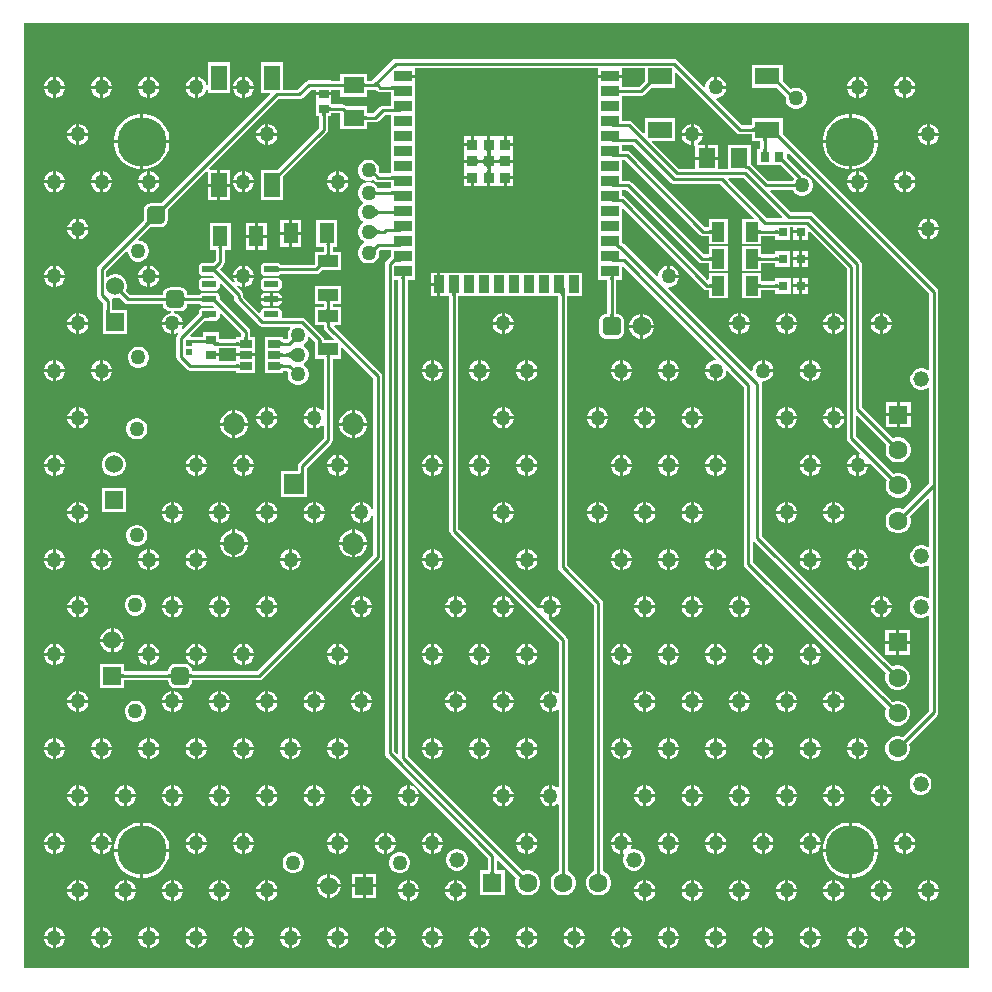
<source format=gbr>
%TF.GenerationSoftware,Altium Limited,Altium Designer,22.9.1 (49)*%
G04 Layer_Physical_Order=1*
G04 Layer_Color=255*
%FSLAX23Y23*%
%MOIN*%
%TF.SameCoordinates,7E49B892-F471-4493-957F-970E4ADD815D*%
%TF.FilePolarity,Positive*%
%TF.FileFunction,Copper,L1,Top,Signal*%
%TF.Part,Single*%
G01*
G75*
%TA.AperFunction,SMDPad,CuDef*%
%ADD10R,0.083X0.055*%
%ADD11R,0.049X0.071*%
G04:AMPARAMS|DCode=12|XSize=60mil|YSize=60mil|CornerRadius=15mil|HoleSize=0mil|Usage=FLASHONLY|Rotation=0.000|XOffset=0mil|YOffset=0mil|HoleType=Round|Shape=RoundedRectangle|*
%AMROUNDEDRECTD12*
21,1,0.060,0.030,0,0,0.0*
21,1,0.030,0.060,0,0,0.0*
1,1,0.030,0.015,-0.015*
1,1,0.030,-0.015,-0.015*
1,1,0.030,-0.015,0.015*
1,1,0.030,0.015,0.015*
%
%ADD12ROUNDEDRECTD12*%
%ADD13R,0.069X0.055*%
%ADD14R,0.067X0.041*%
%ADD15R,0.043X0.026*%
G04:AMPARAMS|DCode=16|XSize=22mil|YSize=49mil|CornerRadius=2mil|HoleSize=0mil|Usage=FLASHONLY|Rotation=90.000|XOffset=0mil|YOffset=0mil|HoleType=Round|Shape=RoundedRectangle|*
%AMROUNDEDRECTD16*
21,1,0.022,0.045,0,0,90.0*
21,1,0.018,0.049,0,0,90.0*
1,1,0.004,0.023,0.009*
1,1,0.004,0.023,-0.009*
1,1,0.004,-0.023,-0.009*
1,1,0.004,-0.023,0.009*
%
%ADD16ROUNDEDRECTD16*%
%ADD17R,0.032X0.030*%
%ADD18R,0.020X0.022*%
%ADD19R,0.055X0.069*%
%ADD20R,0.030X0.032*%
%ADD21R,0.031X0.031*%
%ADD22R,0.043X0.065*%
%TA.AperFunction,BGAPad,SMDef*%
%ADD23R,0.035X0.035*%
%TA.AperFunction,SMDPad,CuDef*%
%ADD24R,0.059X0.035*%
%ADD25R,0.035X0.059*%
%ADD26R,0.055X0.083*%
%TA.AperFunction,Conductor*%
%ADD27C,0.010*%
%TA.AperFunction,ComponentPad*%
%ADD28C,0.073*%
%ADD29R,0.067X0.067*%
%ADD30R,0.063X0.063*%
%ADD31C,0.063*%
%ADD32C,0.052*%
%ADD33C,0.050*%
%ADD34C,0.060*%
%ADD35R,0.060X0.060*%
%ADD36R,0.060X0.060*%
%ADD37R,0.063X0.063*%
%ADD38C,0.063*%
G04:AMPARAMS|DCode=39|XSize=63mil|YSize=63mil|CornerRadius=16mil|HoleSize=0mil|Usage=FLASHONLY|Rotation=0.000|XOffset=0mil|YOffset=0mil|HoleType=Round|Shape=RoundedRectangle|*
%AMROUNDEDRECTD39*
21,1,0.063,0.031,0,0,0.0*
21,1,0.031,0.063,0,0,0.0*
1,1,0.031,0.016,-0.016*
1,1,0.031,-0.016,-0.016*
1,1,0.031,-0.016,0.016*
1,1,0.031,0.016,0.016*
%
%ADD39ROUNDEDRECTD39*%
%TA.AperFunction,ViaPad*%
%ADD40C,0.050*%
%ADD41C,0.165*%
G36*
X4150Y1000D02*
X1000D01*
Y4150D01*
X4150D01*
Y1000D01*
D02*
G37*
%LPC*%
G36*
X3168Y4031D02*
X2240D01*
X2234Y4030D01*
X2229Y4027D01*
X2160Y3959D01*
X2145D01*
Y3981D01*
X2055D01*
Y3959D01*
X2028D01*
X2028Y3959D01*
X2022Y3960D01*
X1951D01*
X1945Y3959D01*
X1940Y3955D01*
X1912Y3928D01*
X1866D01*
Y4020D01*
X1791D01*
Y3918D01*
X1820D01*
X1822Y3913D01*
X1459Y3551D01*
X1459Y3550D01*
X1458Y3550D01*
X1455Y3550D01*
X1425D01*
X1415Y3549D01*
X1407Y3543D01*
X1401Y3535D01*
X1400Y3525D01*
Y3495D01*
X1400Y3492D01*
X1399Y3491D01*
X1249Y3341D01*
X1246Y3336D01*
X1245Y3330D01*
Y3246D01*
X1246Y3240D01*
X1249Y3235D01*
X1265Y3219D01*
Y3180D01*
X1265Y3178D01*
Y3115D01*
X1345D01*
Y3195D01*
X1295D01*
Y3226D01*
X1295Y3229D01*
X1299Y3234D01*
X1300Y3233D01*
X1310D01*
X1320Y3236D01*
X1321Y3236D01*
X1337Y3219D01*
X1342Y3216D01*
X1348Y3215D01*
X1465D01*
X1466Y3205D01*
X1472Y3197D01*
X1480Y3191D01*
X1490Y3190D01*
X1491D01*
X1491Y3185D01*
X1483Y3182D01*
X1475Y3178D01*
X1468Y3171D01*
X1463Y3163D01*
X1461Y3155D01*
X1531D01*
X1529Y3163D01*
X1524Y3171D01*
X1518Y3178D01*
X1510Y3182D01*
X1501Y3185D01*
X1501Y3190D01*
X1520D01*
X1530Y3191D01*
X1538Y3197D01*
X1544Y3205D01*
X1545Y3215D01*
X1586D01*
X1587Y3213D01*
X1591Y3210D01*
X1596Y3209D01*
X1632D01*
X1634Y3205D01*
X1633Y3201D01*
X1596D01*
X1591Y3200D01*
X1587Y3197D01*
X1584Y3194D01*
X1583Y3189D01*
Y3183D01*
X1531Y3130D01*
X1527Y3133D01*
X1529Y3136D01*
X1531Y3145D01*
X1501D01*
Y3115D01*
X1510Y3117D01*
X1513Y3119D01*
X1516Y3115D01*
X1514Y3113D01*
X1511Y3108D01*
X1509Y3102D01*
Y3038D01*
X1511Y3032D01*
X1514Y3027D01*
X1544Y2997D01*
X1549Y2993D01*
X1555Y2992D01*
X1708D01*
Y2985D01*
X1772D01*
Y3022D01*
Y3040D01*
X1740D01*
X1708D01*
Y3030D01*
Y3023D01*
X1651D01*
Y3040D01*
X1625D01*
Y3050D01*
X1651D01*
Y3067D01*
X1708D01*
Y3060D01*
Y3050D01*
X1740D01*
X1772D01*
Y3060D01*
Y3105D01*
X1755D01*
Y3122D01*
X1754Y3128D01*
X1751Y3133D01*
X1653Y3231D01*
Y3239D01*
X1652Y3244D01*
X1650Y3247D01*
X1646Y3250D01*
X1641Y3251D01*
X1596D01*
X1591Y3250D01*
X1587Y3247D01*
X1586Y3245D01*
X1545D01*
X1544Y3255D01*
X1538Y3263D01*
X1530Y3269D01*
X1520Y3270D01*
X1490D01*
X1480Y3269D01*
X1472Y3263D01*
X1466Y3255D01*
X1465Y3245D01*
X1354D01*
X1342Y3258D01*
X1342Y3258D01*
X1345Y3268D01*
Y3278D01*
X1342Y3289D01*
X1337Y3298D01*
X1330Y3305D01*
X1320Y3310D01*
X1310Y3313D01*
X1300D01*
X1290Y3310D01*
X1280Y3305D01*
X1280Y3305D01*
X1275Y3306D01*
Y3324D01*
X1343Y3391D01*
X1347Y3389D01*
Y3387D01*
X1350Y3378D01*
X1354Y3370D01*
X1361Y3363D01*
X1369Y3359D01*
X1378Y3356D01*
X1387D01*
X1396Y3359D01*
X1404Y3363D01*
X1410Y3370D01*
X1415Y3378D01*
X1417Y3387D01*
Y3396D01*
X1415Y3405D01*
X1410Y3413D01*
X1404Y3419D01*
X1396Y3424D01*
X1387Y3426D01*
X1384D01*
X1382Y3431D01*
X1421Y3469D01*
X1421Y3470D01*
X1422Y3470D01*
X1425Y3470D01*
X1455D01*
X1465Y3471D01*
X1473Y3477D01*
X1479Y3485D01*
X1480Y3495D01*
Y3525D01*
X1480Y3528D01*
X1481Y3529D01*
X1609Y3657D01*
X1614Y3655D01*
Y3616D01*
X1646D01*
Y3662D01*
X1621D01*
X1619Y3667D01*
X1849Y3898D01*
X1919D01*
X1925Y3899D01*
X1930Y3902D01*
X1957Y3929D01*
X1974D01*
Y3920D01*
X2000D01*
X2026D01*
Y3928D01*
X2055D01*
Y3906D01*
X2145D01*
Y3928D01*
X2175D01*
X2178Y3925D01*
X2183Y3921D01*
X2189Y3920D01*
X2225D01*
Y3896D01*
Y3876D01*
X2198D01*
X2192Y3875D01*
X2187Y3871D01*
X2166Y3850D01*
X2145D01*
Y3873D01*
X2077D01*
X2074Y3876D01*
X2069Y3879D01*
X2063Y3881D01*
X2026D01*
Y3890D01*
Y3910D01*
X2000D01*
X1974D01*
Y3890D01*
Y3840D01*
X1985D01*
Y3802D01*
X1845Y3662D01*
X1791D01*
Y3560D01*
X1866D01*
Y3641D01*
X2011Y3785D01*
X2014Y3790D01*
X2015Y3796D01*
Y3840D01*
X2026D01*
Y3850D01*
X2055D01*
Y3797D01*
X2145D01*
Y3820D01*
X2172D01*
X2178Y3821D01*
X2183Y3824D01*
X2204Y3845D01*
X2225D01*
Y3796D01*
Y3746D01*
Y3696D01*
Y3651D01*
X2188D01*
X2185Y3655D01*
X2185Y3655D01*
Y3665D01*
X2183Y3674D01*
X2178Y3681D01*
X2171Y3688D01*
X2164Y3693D01*
X2155Y3695D01*
X2145D01*
X2136Y3693D01*
X2129Y3688D01*
X2122Y3681D01*
X2117Y3674D01*
X2115Y3665D01*
Y3655D01*
X2117Y3646D01*
X2122Y3639D01*
X2129Y3632D01*
X2136Y3627D01*
X2145Y3625D01*
X2155D01*
X2164Y3627D01*
X2167Y3629D01*
X2171Y3625D01*
X2176Y3621D01*
X2182Y3620D01*
X2225D01*
Y3600D01*
X2182D01*
X2178Y3606D01*
X2171Y3613D01*
X2164Y3618D01*
X2155Y3620D01*
X2145D01*
X2136Y3618D01*
X2129Y3613D01*
X2122Y3606D01*
X2117Y3599D01*
X2115Y3590D01*
Y3580D01*
X2117Y3571D01*
X2122Y3564D01*
X2129Y3557D01*
X2132Y3555D01*
Y3550D01*
X2129Y3548D01*
X2122Y3541D01*
X2117Y3534D01*
X2115Y3525D01*
Y3515D01*
X2117Y3506D01*
X2122Y3499D01*
X2129Y3492D01*
X2132Y3490D01*
Y3485D01*
X2129Y3483D01*
X2122Y3476D01*
X2117Y3469D01*
X2115Y3460D01*
Y3450D01*
X2117Y3441D01*
X2122Y3434D01*
X2129Y3427D01*
X2136Y3423D01*
X2136Y3420D01*
X2136Y3417D01*
X2129Y3413D01*
X2122Y3406D01*
X2117Y3399D01*
X2115Y3390D01*
Y3380D01*
X2117Y3371D01*
X2122Y3364D01*
X2129Y3357D01*
X2136Y3352D01*
X2145Y3350D01*
X2155D01*
X2164Y3352D01*
X2171Y3357D01*
X2178Y3364D01*
X2183Y3371D01*
X2185Y3380D01*
Y3390D01*
X2185Y3391D01*
X2188Y3395D01*
X2225D01*
Y3373D01*
X2223Y3371D01*
X2209Y3358D01*
X2206Y3353D01*
X2205Y3347D01*
Y1717D01*
X2206Y1711D01*
X2209Y1706D01*
X2547Y1368D01*
Y1327D01*
X2520D01*
Y1243D01*
X2603D01*
Y1327D01*
X2577D01*
Y1360D01*
X2582Y1362D01*
X2642Y1302D01*
X2641Y1301D01*
X2638Y1290D01*
Y1280D01*
X2641Y1269D01*
X2647Y1259D01*
X2654Y1252D01*
X2664Y1246D01*
X2675Y1243D01*
X2685D01*
X2696Y1246D01*
X2706Y1252D01*
X2713Y1259D01*
X2719Y1269D01*
X2722Y1280D01*
Y1290D01*
X2719Y1301D01*
X2713Y1311D01*
X2706Y1318D01*
X2696Y1324D01*
X2685Y1327D01*
X2675D01*
X2664Y1324D01*
X2663Y1323D01*
X2280Y1707D01*
Y3296D01*
X2304D01*
Y3346D01*
Y3396D01*
Y3446D01*
Y3496D01*
Y3546D01*
Y3596D01*
Y3646D01*
Y3696D01*
Y3746D01*
Y3796D01*
Y3846D01*
Y3896D01*
Y3946D01*
Y3968D01*
X2265D01*
Y3978D01*
X2304D01*
Y4001D01*
X2309Y4001D01*
X2909D01*
X2914Y4001D01*
Y3978D01*
X2954D01*
X2993D01*
Y4001D01*
X2998Y4001D01*
X3070D01*
Y3958D01*
X3050Y3938D01*
X2993D01*
Y3968D01*
X2954D01*
X2914D01*
Y3946D01*
Y3896D01*
Y3846D01*
Y3796D01*
Y3746D01*
Y3696D01*
Y3646D01*
Y3596D01*
Y3546D01*
Y3496D01*
Y3446D01*
Y3396D01*
Y3346D01*
Y3296D01*
X2945D01*
Y3182D01*
X2944D01*
X2938Y3181D01*
X2931Y3178D01*
X2926Y3174D01*
X2922Y3169D01*
X2919Y3162D01*
X2918Y3156D01*
Y3124D01*
X2919Y3118D01*
X2922Y3111D01*
X2926Y3106D01*
X2931Y3102D01*
X2938Y3099D01*
X2944Y3098D01*
X2976D01*
X2982Y3099D01*
X2989Y3102D01*
X2994Y3106D01*
X2998Y3111D01*
X3001Y3118D01*
X3002Y3124D01*
Y3156D01*
X3001Y3162D01*
X2998Y3169D01*
X2994Y3174D01*
X2989Y3178D01*
X2982Y3181D01*
X2976Y3182D01*
X2975D01*
Y3296D01*
X2993D01*
Y3339D01*
X2998Y3341D01*
X3307Y3032D01*
X3305Y3027D01*
X3302D01*
X3294Y3025D01*
X3286Y3020D01*
X3279Y3014D01*
X3274Y3006D01*
X3272Y2997D01*
X3307D01*
Y2992D01*
X3312D01*
Y2957D01*
X3321Y2960D01*
X3329Y2964D01*
X3335Y2971D01*
X3340Y2979D01*
X3342Y2988D01*
Y2990D01*
X3347Y2992D01*
X3400Y2939D01*
Y2348D01*
X3401Y2342D01*
X3404Y2337D01*
X3874Y1867D01*
X3874Y1867D01*
X3871Y1856D01*
Y1845D01*
X3874Y1835D01*
X3880Y1825D01*
X3887Y1817D01*
X3897Y1812D01*
X3907Y1809D01*
X3918D01*
X3929Y1812D01*
X3938Y1817D01*
X3946Y1825D01*
X3952Y1835D01*
X3954Y1845D01*
Y1856D01*
X3952Y1867D01*
X3946Y1876D01*
X3938Y1884D01*
X3929Y1889D01*
X3918Y1892D01*
X3907D01*
X3897Y1889D01*
X3896Y1889D01*
X3431Y2355D01*
Y2423D01*
X3434Y2424D01*
X3436Y2424D01*
X3874Y1986D01*
X3874Y1985D01*
X3871Y1974D01*
Y1963D01*
X3874Y1953D01*
X3880Y1943D01*
X3887Y1935D01*
X3897Y1930D01*
X3907Y1927D01*
X3918D01*
X3929Y1930D01*
X3938Y1935D01*
X3946Y1943D01*
X3952Y1953D01*
X3954Y1963D01*
Y1974D01*
X3952Y1985D01*
X3946Y1994D01*
X3938Y2002D01*
X3929Y2008D01*
X3918Y2010D01*
X3907D01*
X3897Y2008D01*
X3896Y2007D01*
X3461Y2442D01*
Y2949D01*
X3461Y2952D01*
X3464Y2957D01*
X3464Y2957D01*
X3469D01*
X3478Y2960D01*
X3486Y2964D01*
X3493Y2971D01*
X3497Y2979D01*
X3499Y2987D01*
X3465D01*
Y2992D01*
X3460D01*
Y3027D01*
X3451Y3025D01*
X3443Y3020D01*
X3437Y3014D01*
X3432Y3006D01*
X3430Y2997D01*
Y2994D01*
X3425Y2992D01*
X3149Y3267D01*
X3151Y3272D01*
X3154D01*
X3163Y3274D01*
X3171Y3279D01*
X3178Y3286D01*
X3182Y3294D01*
X3185Y3302D01*
X3150D01*
Y3307D01*
X3145D01*
Y3342D01*
X3136Y3340D01*
X3128Y3335D01*
X3122Y3329D01*
X3117Y3321D01*
X3115Y3312D01*
Y3309D01*
X3110Y3307D01*
X3000Y3416D01*
X2995Y3420D01*
X2993Y3420D01*
Y3446D01*
Y3496D01*
Y3532D01*
X2998Y3534D01*
X3268Y3264D01*
X3272Y3261D01*
X3278Y3260D01*
X3283D01*
Y3233D01*
X3347D01*
Y3317D01*
X3283D01*
Y3298D01*
X3279Y3296D01*
X3004Y3571D01*
X2999Y3575D01*
X2993Y3576D01*
Y3595D01*
X3009D01*
X3250Y3354D01*
X3255Y3351D01*
X3261Y3350D01*
X3283D01*
Y3323D01*
X3347D01*
Y3407D01*
X3283D01*
Y3380D01*
X3267D01*
X3026Y3621D01*
X3021Y3625D01*
X3015Y3626D01*
X2993D01*
Y3646D01*
Y3695D01*
X3004D01*
X3255Y3444D01*
X3260Y3441D01*
X3266Y3440D01*
X3283D01*
Y3413D01*
X3347D01*
Y3497D01*
X3283D01*
Y3470D01*
X3272D01*
X3021Y3721D01*
X3016Y3725D01*
X3010Y3726D01*
X2993D01*
Y3745D01*
X3032D01*
X3158Y3619D01*
X3163Y3616D01*
X3169Y3615D01*
X3321D01*
X3434Y3502D01*
X3432Y3497D01*
X3396D01*
Y3413D01*
X3459D01*
Y3440D01*
X3505D01*
Y3429D01*
X3556D01*
Y3470D01*
X3564D01*
Y3460D01*
X3590D01*
Y3455D01*
X3595D01*
Y3429D01*
X3615D01*
Y3454D01*
X3620Y3456D01*
X3743Y3333D01*
Y2767D01*
X3744Y2761D01*
X3747Y2756D01*
X3787Y2717D01*
X3785Y2713D01*
Y2682D01*
X3815D01*
X3819Y2684D01*
X3877Y2627D01*
X3876Y2626D01*
X3873Y2615D01*
Y2605D01*
X3876Y2594D01*
X3882Y2584D01*
X3889Y2577D01*
X3899Y2571D01*
X3910Y2568D01*
X3920D01*
X3931Y2571D01*
X3941Y2577D01*
X3948Y2584D01*
X3954Y2594D01*
X3957Y2605D01*
Y2615D01*
X3954Y2626D01*
X3948Y2636D01*
X3941Y2643D01*
X3931Y2649D01*
X3920Y2652D01*
X3910D01*
X3899Y2649D01*
X3898Y2648D01*
X3773Y2773D01*
Y2841D01*
X3778Y2843D01*
X3877Y2745D01*
X3876Y2744D01*
X3873Y2734D01*
Y2723D01*
X3876Y2712D01*
X3882Y2703D01*
X3889Y2695D01*
X3899Y2689D01*
X3910Y2687D01*
X3920D01*
X3931Y2689D01*
X3941Y2695D01*
X3948Y2703D01*
X3954Y2712D01*
X3957Y2723D01*
Y2734D01*
X3954Y2744D01*
X3948Y2754D01*
X3941Y2761D01*
X3931Y2767D01*
X3920Y2770D01*
X3910D01*
X3899Y2767D01*
X3898Y2766D01*
X3793Y2871D01*
Y3347D01*
X3792Y3353D01*
X3789Y3358D01*
X3631Y3517D01*
X3626Y3520D01*
X3620Y3521D01*
X3557D01*
X3488Y3590D01*
X3490Y3595D01*
X3563D01*
X3567Y3589D01*
X3574Y3582D01*
X3581Y3577D01*
X3590Y3575D01*
X3600D01*
X3609Y3577D01*
X3616Y3582D01*
X3623Y3589D01*
X3628Y3596D01*
X3630Y3605D01*
Y3615D01*
X3628Y3624D01*
X3623Y3631D01*
X3616Y3638D01*
X3609Y3643D01*
X3600Y3645D01*
X3599D01*
X3598Y3647D01*
X3544Y3701D01*
Y3717D01*
X3549Y3719D01*
X4018Y3250D01*
Y2996D01*
X4013Y2994D01*
X4006Y2998D01*
X3997Y3000D01*
X3987D01*
X3978Y2998D01*
X3970Y2993D01*
X3963Y2986D01*
X3959Y2978D01*
X3956Y2969D01*
Y2960D01*
X3959Y2950D01*
X3963Y2942D01*
X3970Y2936D01*
X3978Y2931D01*
X3987Y2928D01*
X3997D01*
X4006Y2931D01*
X4013Y2935D01*
X4018Y2933D01*
Y2616D01*
X3932Y2530D01*
X3931Y2531D01*
X3920Y2533D01*
X3910D01*
X3899Y2531D01*
X3889Y2525D01*
X3882Y2517D01*
X3876Y2508D01*
X3873Y2497D01*
Y2486D01*
X3876Y2476D01*
X3882Y2466D01*
X3889Y2459D01*
X3899Y2453D01*
X3910Y2450D01*
X3920D01*
X3931Y2453D01*
X3941Y2459D01*
X3948Y2466D01*
X3954Y2476D01*
X3957Y2486D01*
Y2497D01*
X3954Y2508D01*
X3953Y2509D01*
X4013Y2568D01*
X4018Y2567D01*
Y2405D01*
X4013Y2403D01*
X4006Y2407D01*
X3997Y2410D01*
X3987D01*
X3978Y2407D01*
X3970Y2403D01*
X3963Y2396D01*
X3959Y2388D01*
X3956Y2379D01*
Y2369D01*
X3959Y2360D01*
X3963Y2352D01*
X3970Y2345D01*
X3978Y2340D01*
X3987Y2338D01*
X3997D01*
X4006Y2340D01*
X4013Y2344D01*
X4018Y2342D01*
Y2235D01*
X4013Y2233D01*
X4012Y2234D01*
X4004Y2239D01*
X3995Y2241D01*
X3985D01*
X3976Y2239D01*
X3968Y2234D01*
X3961Y2227D01*
X3956Y2219D01*
X3954Y2210D01*
Y2200D01*
X3956Y2191D01*
X3961Y2183D01*
X3968Y2176D01*
X3976Y2171D01*
X3985Y2169D01*
X3995D01*
X4004Y2171D01*
X4012Y2176D01*
X4013Y2177D01*
X4018Y2175D01*
Y1859D01*
X3930Y1771D01*
X3929Y1771D01*
X3918Y1774D01*
X3907D01*
X3897Y1771D01*
X3887Y1766D01*
X3880Y1758D01*
X3874Y1749D01*
X3871Y1738D01*
Y1727D01*
X3874Y1717D01*
X3880Y1707D01*
X3887Y1699D01*
X3897Y1694D01*
X3907Y1691D01*
X3918D01*
X3929Y1694D01*
X3938Y1699D01*
X3946Y1707D01*
X3952Y1717D01*
X3954Y1727D01*
Y1738D01*
X3952Y1749D01*
X3951Y1749D01*
X4044Y1842D01*
X4047Y1847D01*
X4048Y1853D01*
Y2610D01*
Y3256D01*
X4047Y3262D01*
X4044Y3267D01*
X3530Y3780D01*
Y3834D01*
X3428D01*
Y3812D01*
X3394D01*
X3309Y3897D01*
X3311Y3902D01*
X3312D01*
X3321Y3904D01*
X3329Y3909D01*
X3335Y3916D01*
X3340Y3923D01*
X3342Y3932D01*
X3307D01*
Y3937D01*
X3302D01*
Y3972D01*
X3294Y3970D01*
X3286Y3965D01*
X3279Y3958D01*
X3274Y3951D01*
X3272Y3942D01*
Y3941D01*
X3267Y3939D01*
X3179Y4027D01*
X3174Y4030D01*
X3168Y4031D01*
D02*
G37*
G36*
X1689Y4020D02*
X1614D01*
Y3946D01*
X1609Y3945D01*
X1607Y3951D01*
X1603Y3958D01*
X1596Y3965D01*
X1588Y3970D01*
X1580Y3972D01*
Y3937D01*
Y3902D01*
X1588Y3904D01*
X1596Y3909D01*
X1603Y3916D01*
X1607Y3923D01*
X1609Y3929D01*
X1614Y3928D01*
Y3918D01*
X1689D01*
Y4020D01*
D02*
G37*
G36*
X3942Y3972D02*
Y3942D01*
X3972D01*
X3970Y3951D01*
X3965Y3958D01*
X3958Y3965D01*
X3951Y3970D01*
X3942Y3972D01*
D02*
G37*
G36*
X3932D02*
X3923Y3970D01*
X3916Y3965D01*
X3909Y3958D01*
X3904Y3951D01*
X3902Y3942D01*
X3932D01*
Y3972D01*
D02*
G37*
G36*
X3785D02*
Y3942D01*
X3814D01*
X3812Y3951D01*
X3808Y3958D01*
X3801Y3965D01*
X3793Y3970D01*
X3785Y3972D01*
D02*
G37*
G36*
X3775D02*
X3766Y3970D01*
X3758Y3965D01*
X3752Y3958D01*
X3747Y3951D01*
X3745Y3942D01*
X3775D01*
Y3972D01*
D02*
G37*
G36*
X3312D02*
Y3942D01*
X3342D01*
X3340Y3951D01*
X3335Y3958D01*
X3329Y3965D01*
X3321Y3970D01*
X3312Y3972D01*
D02*
G37*
G36*
X1737D02*
Y3942D01*
X1767D01*
X1765Y3951D01*
X1760Y3958D01*
X1754Y3965D01*
X1746Y3970D01*
X1737Y3972D01*
D02*
G37*
G36*
X1727D02*
X1719Y3970D01*
X1711Y3965D01*
X1704Y3958D01*
X1700Y3951D01*
X1697Y3942D01*
X1727D01*
Y3972D01*
D02*
G37*
G36*
X1570D02*
X1561Y3970D01*
X1553Y3965D01*
X1547Y3958D01*
X1542Y3951D01*
X1540Y3942D01*
X1570D01*
Y3972D01*
D02*
G37*
G36*
X1422D02*
Y3942D01*
X1452D01*
X1450Y3951D01*
X1445Y3958D01*
X1439Y3965D01*
X1431Y3970D01*
X1422Y3972D01*
D02*
G37*
G36*
X1412D02*
X1404Y3970D01*
X1396Y3965D01*
X1389Y3958D01*
X1385Y3951D01*
X1382Y3942D01*
X1412D01*
Y3972D01*
D02*
G37*
G36*
X1265D02*
Y3942D01*
X1295D01*
X1292Y3951D01*
X1288Y3958D01*
X1281Y3965D01*
X1273Y3970D01*
X1265Y3972D01*
D02*
G37*
G36*
X1255D02*
X1246Y3970D01*
X1238Y3965D01*
X1232Y3958D01*
X1227Y3951D01*
X1225Y3942D01*
X1255D01*
Y3972D01*
D02*
G37*
G36*
X1107D02*
Y3942D01*
X1137D01*
X1135Y3951D01*
X1130Y3958D01*
X1124Y3965D01*
X1116Y3970D01*
X1107Y3972D01*
D02*
G37*
G36*
X1097D02*
X1089Y3970D01*
X1081Y3965D01*
X1074Y3958D01*
X1070Y3951D01*
X1067Y3942D01*
X1097D01*
Y3972D01*
D02*
G37*
G36*
X3972Y3932D02*
X3942D01*
Y3902D01*
X3951Y3904D01*
X3958Y3909D01*
X3965Y3916D01*
X3970Y3923D01*
X3972Y3932D01*
D02*
G37*
G36*
X3932D02*
X3902D01*
X3904Y3923D01*
X3909Y3916D01*
X3916Y3909D01*
X3923Y3904D01*
X3932Y3902D01*
Y3932D01*
D02*
G37*
G36*
X3814D02*
X3785D01*
Y3902D01*
X3793Y3904D01*
X3801Y3909D01*
X3808Y3916D01*
X3812Y3923D01*
X3814Y3932D01*
D02*
G37*
G36*
X3775D02*
X3745D01*
X3747Y3923D01*
X3752Y3916D01*
X3758Y3909D01*
X3766Y3904D01*
X3775Y3902D01*
Y3932D01*
D02*
G37*
G36*
X1767D02*
X1737D01*
Y3902D01*
X1746Y3904D01*
X1754Y3909D01*
X1760Y3916D01*
X1765Y3923D01*
X1767Y3932D01*
D02*
G37*
G36*
X1727D02*
X1697D01*
X1700Y3923D01*
X1704Y3916D01*
X1711Y3909D01*
X1719Y3904D01*
X1727Y3902D01*
Y3932D01*
D02*
G37*
G36*
X1570D02*
X1540D01*
X1542Y3923D01*
X1547Y3916D01*
X1553Y3909D01*
X1561Y3904D01*
X1570Y3902D01*
Y3932D01*
D02*
G37*
G36*
X1452D02*
X1422D01*
Y3902D01*
X1431Y3904D01*
X1439Y3909D01*
X1445Y3916D01*
X1450Y3923D01*
X1452Y3932D01*
D02*
G37*
G36*
X1412D02*
X1382D01*
X1385Y3923D01*
X1389Y3916D01*
X1396Y3909D01*
X1404Y3904D01*
X1412Y3902D01*
Y3932D01*
D02*
G37*
G36*
X1295D02*
X1265D01*
Y3902D01*
X1273Y3904D01*
X1281Y3909D01*
X1288Y3916D01*
X1292Y3923D01*
X1295Y3932D01*
D02*
G37*
G36*
X1255D02*
X1225D01*
X1227Y3923D01*
X1232Y3916D01*
X1238Y3909D01*
X1246Y3904D01*
X1255Y3902D01*
Y3932D01*
D02*
G37*
G36*
X1137D02*
X1107D01*
Y3902D01*
X1116Y3904D01*
X1124Y3909D01*
X1130Y3916D01*
X1135Y3923D01*
X1137Y3932D01*
D02*
G37*
G36*
X1097D02*
X1067D01*
X1070Y3923D01*
X1074Y3916D01*
X1081Y3909D01*
X1089Y3904D01*
X1097Y3902D01*
Y3932D01*
D02*
G37*
G36*
X3530Y4011D02*
X3428D01*
Y3936D01*
X3509D01*
X3540Y3905D01*
X3540Y3905D01*
Y3895D01*
X3542Y3886D01*
X3547Y3879D01*
X3554Y3872D01*
X3561Y3867D01*
X3570Y3865D01*
X3580D01*
X3589Y3867D01*
X3596Y3872D01*
X3603Y3879D01*
X3608Y3886D01*
X3610Y3895D01*
Y3905D01*
X3608Y3914D01*
X3603Y3921D01*
X3596Y3928D01*
X3589Y3933D01*
X3580Y3935D01*
X3570D01*
X3561Y3933D01*
X3558Y3930D01*
X3530Y3958D01*
Y4011D01*
D02*
G37*
G36*
X4021Y3814D02*
Y3785D01*
X4051D01*
X4048Y3793D01*
X4044Y3801D01*
X4037Y3808D01*
X4029Y3812D01*
X4021Y3814D01*
D02*
G37*
G36*
X4011D02*
X4002Y3812D01*
X3994Y3808D01*
X3988Y3801D01*
X3983Y3793D01*
X3981Y3785D01*
X4011D01*
Y3814D01*
D02*
G37*
G36*
X1816D02*
Y3785D01*
X1846D01*
X1844Y3793D01*
X1839Y3801D01*
X1833Y3808D01*
X1825Y3812D01*
X1816Y3814D01*
D02*
G37*
G36*
X1806D02*
X1798Y3812D01*
X1790Y3808D01*
X1783Y3801D01*
X1778Y3793D01*
X1776Y3785D01*
X1806D01*
Y3814D01*
D02*
G37*
G36*
X1186D02*
Y3785D01*
X1216D01*
X1214Y3793D01*
X1209Y3801D01*
X1203Y3808D01*
X1195Y3812D01*
X1186Y3814D01*
D02*
G37*
G36*
X1176D02*
X1168Y3812D01*
X1160Y3808D01*
X1153Y3801D01*
X1148Y3793D01*
X1146Y3785D01*
X1176D01*
Y3814D01*
D02*
G37*
G36*
X3765Y3849D02*
X3761D01*
Y3761D01*
X3849D01*
Y3765D01*
X3845Y3783D01*
X3838Y3800D01*
X3828Y3815D01*
X3815Y3828D01*
X3800Y3838D01*
X3783Y3845D01*
X3765Y3849D01*
D02*
G37*
G36*
X3751D02*
X3747D01*
X3729Y3845D01*
X3712Y3838D01*
X3697Y3828D01*
X3684Y3815D01*
X3674Y3800D01*
X3667Y3783D01*
X3664Y3765D01*
Y3761D01*
X3751D01*
Y3849D01*
D02*
G37*
G36*
X1403D02*
X1399D01*
Y3761D01*
X1486D01*
Y3765D01*
X1483Y3783D01*
X1476Y3800D01*
X1466Y3815D01*
X1453Y3828D01*
X1438Y3838D01*
X1421Y3845D01*
X1403Y3849D01*
D02*
G37*
G36*
X1389D02*
X1385D01*
X1367Y3845D01*
X1350Y3838D01*
X1335Y3828D01*
X1322Y3815D01*
X1312Y3800D01*
X1305Y3783D01*
X1301Y3765D01*
Y3761D01*
X1389D01*
Y3849D01*
D02*
G37*
G36*
X2610Y3773D02*
Y3750D01*
X2632D01*
Y3773D01*
X2610D01*
D02*
G37*
G36*
X2490D02*
X2467D01*
Y3750D01*
X2490D01*
Y3773D01*
D02*
G37*
G36*
X4051Y3775D02*
X4021D01*
Y3745D01*
X4029Y3747D01*
X4037Y3752D01*
X4044Y3758D01*
X4048Y3766D01*
X4051Y3775D01*
D02*
G37*
G36*
X4011D02*
X3981D01*
X3983Y3766D01*
X3988Y3758D01*
X3994Y3752D01*
X4002Y3747D01*
X4011Y3745D01*
Y3775D01*
D02*
G37*
G36*
X1846D02*
X1816D01*
Y3745D01*
X1825Y3747D01*
X1833Y3752D01*
X1839Y3758D01*
X1844Y3766D01*
X1846Y3775D01*
D02*
G37*
G36*
X1806D02*
X1776D01*
X1778Y3766D01*
X1783Y3758D01*
X1790Y3752D01*
X1798Y3747D01*
X1806Y3745D01*
Y3775D01*
D02*
G37*
G36*
X1216D02*
X1186D01*
Y3745D01*
X1195Y3747D01*
X1203Y3752D01*
X1209Y3758D01*
X1214Y3766D01*
X1216Y3775D01*
D02*
G37*
G36*
X1176D02*
X1146D01*
X1148Y3766D01*
X1153Y3758D01*
X1160Y3752D01*
X1168Y3747D01*
X1176Y3745D01*
Y3775D01*
D02*
G37*
G36*
X3849Y3751D02*
X3761D01*
Y3664D01*
X3765D01*
X3783Y3667D01*
X3800Y3674D01*
X3815Y3684D01*
X3828Y3697D01*
X3838Y3712D01*
X3845Y3729D01*
X3849Y3747D01*
Y3751D01*
D02*
G37*
G36*
X3751D02*
X3664D01*
Y3747D01*
X3667Y3729D01*
X3674Y3712D01*
X3684Y3697D01*
X3697Y3684D01*
X3712Y3674D01*
X3729Y3667D01*
X3747Y3664D01*
X3751D01*
Y3751D01*
D02*
G37*
G36*
X1486D02*
X1399D01*
Y3664D01*
X1403D01*
X1421Y3667D01*
X1438Y3674D01*
X1453Y3684D01*
X1466Y3697D01*
X1476Y3712D01*
X1483Y3729D01*
X1486Y3747D01*
Y3751D01*
D02*
G37*
G36*
X1389D02*
X1301D01*
Y3747D01*
X1305Y3729D01*
X1312Y3712D01*
X1322Y3697D01*
X1335Y3684D01*
X1350Y3674D01*
X1367Y3667D01*
X1385Y3664D01*
X1389D01*
Y3751D01*
D02*
G37*
G36*
X3942Y3657D02*
Y3627D01*
X3972D01*
X3970Y3636D01*
X3965Y3644D01*
X3958Y3650D01*
X3951Y3655D01*
X3942Y3657D01*
D02*
G37*
G36*
X3932D02*
X3923Y3655D01*
X3916Y3650D01*
X3909Y3644D01*
X3904Y3636D01*
X3902Y3627D01*
X3932D01*
Y3657D01*
D02*
G37*
G36*
X3785D02*
Y3627D01*
X3814D01*
X3812Y3636D01*
X3808Y3644D01*
X3801Y3650D01*
X3793Y3655D01*
X3785Y3657D01*
D02*
G37*
G36*
X3775D02*
X3766Y3655D01*
X3758Y3650D01*
X3752Y3644D01*
X3747Y3636D01*
X3745Y3627D01*
X3775D01*
Y3657D01*
D02*
G37*
G36*
X2052D02*
Y3627D01*
X2082D01*
X2080Y3636D01*
X2075Y3644D01*
X2069Y3650D01*
X2061Y3655D01*
X2052Y3657D01*
D02*
G37*
G36*
X2042D02*
X2034Y3655D01*
X2026Y3650D01*
X2019Y3644D01*
X2015Y3636D01*
X2012Y3627D01*
X2042D01*
Y3657D01*
D02*
G37*
G36*
X1737D02*
Y3627D01*
X1767D01*
X1765Y3636D01*
X1760Y3644D01*
X1754Y3650D01*
X1746Y3655D01*
X1737Y3657D01*
D02*
G37*
G36*
X1727D02*
X1719Y3655D01*
X1711Y3650D01*
X1704Y3644D01*
X1700Y3636D01*
X1697Y3627D01*
X1727D01*
Y3657D01*
D02*
G37*
G36*
X1422D02*
Y3627D01*
X1452D01*
X1450Y3636D01*
X1445Y3644D01*
X1439Y3650D01*
X1431Y3655D01*
X1422Y3657D01*
D02*
G37*
G36*
X1412D02*
X1404Y3655D01*
X1396Y3650D01*
X1389Y3644D01*
X1385Y3636D01*
X1382Y3627D01*
X1412D01*
Y3657D01*
D02*
G37*
G36*
X1265D02*
Y3627D01*
X1295D01*
X1292Y3636D01*
X1288Y3644D01*
X1281Y3650D01*
X1273Y3655D01*
X1265Y3657D01*
D02*
G37*
G36*
X1255D02*
X1246Y3655D01*
X1238Y3650D01*
X1232Y3644D01*
X1227Y3636D01*
X1225Y3627D01*
X1255D01*
Y3657D01*
D02*
G37*
G36*
X1107D02*
Y3627D01*
X1137D01*
X1135Y3636D01*
X1130Y3644D01*
X1124Y3650D01*
X1116Y3655D01*
X1107Y3657D01*
D02*
G37*
G36*
X1097D02*
X1089Y3655D01*
X1081Y3650D01*
X1074Y3644D01*
X1070Y3636D01*
X1067Y3627D01*
X1097D01*
Y3657D01*
D02*
G37*
G36*
X1689Y3662D02*
X1656D01*
Y3616D01*
X1689D01*
Y3662D01*
D02*
G37*
G36*
X2632Y3630D02*
X2610D01*
Y3608D01*
X2632D01*
Y3630D01*
D02*
G37*
G36*
X2490D02*
X2467D01*
Y3608D01*
X2490D01*
Y3630D01*
D02*
G37*
G36*
X2522Y3773D02*
X2517Y3773D01*
X2500D01*
Y3745D01*
X2495D01*
Y3740D01*
X2467D01*
Y3723D01*
X2467Y3718D01*
X2467Y3713D01*
Y3695D01*
X2495D01*
Y3685D01*
X2467D01*
Y3668D01*
X2467Y3663D01*
X2467Y3658D01*
Y3640D01*
X2495D01*
Y3635D01*
X2500D01*
Y3608D01*
X2517D01*
X2522Y3608D01*
X2527Y3608D01*
X2545D01*
Y3635D01*
X2555D01*
Y3608D01*
X2572D01*
X2577Y3608D01*
X2582Y3608D01*
X2600D01*
Y3635D01*
X2605D01*
Y3640D01*
X2632D01*
Y3658D01*
X2632Y3662D01*
X2632Y3668D01*
Y3685D01*
X2605D01*
Y3695D01*
X2632D01*
Y3713D01*
X2632Y3718D01*
X2632Y3723D01*
Y3740D01*
X2605D01*
Y3745D01*
X2600D01*
Y3773D01*
X2582D01*
X2578Y3773D01*
X2572Y3773D01*
X2555D01*
Y3745D01*
X2545D01*
Y3773D01*
X2522D01*
D02*
G37*
G36*
X3972Y3617D02*
X3942D01*
Y3587D01*
X3951Y3589D01*
X3958Y3594D01*
X3965Y3601D01*
X3970Y3609D01*
X3972Y3617D01*
D02*
G37*
G36*
X3932D02*
X3902D01*
X3904Y3609D01*
X3909Y3601D01*
X3916Y3594D01*
X3923Y3589D01*
X3932Y3587D01*
Y3617D01*
D02*
G37*
G36*
X3814D02*
X3785D01*
Y3587D01*
X3793Y3589D01*
X3801Y3594D01*
X3808Y3601D01*
X3812Y3609D01*
X3814Y3617D01*
D02*
G37*
G36*
X3775D02*
X3745D01*
X3747Y3609D01*
X3752Y3601D01*
X3758Y3594D01*
X3766Y3589D01*
X3775Y3587D01*
Y3617D01*
D02*
G37*
G36*
X2082D02*
X2052D01*
Y3587D01*
X2061Y3589D01*
X2069Y3594D01*
X2075Y3601D01*
X2080Y3609D01*
X2082Y3617D01*
D02*
G37*
G36*
X2042D02*
X2012D01*
X2015Y3609D01*
X2019Y3601D01*
X2026Y3594D01*
X2034Y3589D01*
X2042Y3587D01*
Y3617D01*
D02*
G37*
G36*
X1767D02*
X1737D01*
Y3587D01*
X1746Y3589D01*
X1754Y3594D01*
X1760Y3601D01*
X1765Y3609D01*
X1767Y3617D01*
D02*
G37*
G36*
X1727D02*
X1697D01*
X1700Y3609D01*
X1704Y3601D01*
X1711Y3594D01*
X1719Y3589D01*
X1727Y3587D01*
Y3617D01*
D02*
G37*
G36*
X1452D02*
X1422D01*
Y3587D01*
X1431Y3589D01*
X1439Y3594D01*
X1445Y3601D01*
X1450Y3609D01*
X1452Y3617D01*
D02*
G37*
G36*
X1412D02*
X1382D01*
X1385Y3609D01*
X1389Y3601D01*
X1396Y3594D01*
X1404Y3589D01*
X1412Y3587D01*
Y3617D01*
D02*
G37*
G36*
X1295D02*
X1265D01*
Y3587D01*
X1273Y3589D01*
X1281Y3594D01*
X1288Y3601D01*
X1292Y3609D01*
X1295Y3617D01*
D02*
G37*
G36*
X1255D02*
X1225D01*
X1227Y3609D01*
X1232Y3601D01*
X1238Y3594D01*
X1246Y3589D01*
X1255Y3587D01*
Y3617D01*
D02*
G37*
G36*
X1137D02*
X1107D01*
Y3587D01*
X1116Y3589D01*
X1124Y3594D01*
X1130Y3601D01*
X1135Y3609D01*
X1137Y3617D01*
D02*
G37*
G36*
X1097D02*
X1067D01*
X1070Y3609D01*
X1074Y3601D01*
X1081Y3594D01*
X1089Y3589D01*
X1097Y3587D01*
Y3617D01*
D02*
G37*
G36*
X1689Y3606D02*
X1656D01*
Y3560D01*
X1689D01*
Y3606D01*
D02*
G37*
G36*
X1646D02*
X1614D01*
Y3560D01*
X1646D01*
Y3606D01*
D02*
G37*
G36*
X4021Y3499D02*
Y3470D01*
X4051D01*
X4048Y3478D01*
X4044Y3486D01*
X4037Y3493D01*
X4029Y3497D01*
X4021Y3499D01*
D02*
G37*
G36*
X4011D02*
X4002Y3497D01*
X3994Y3493D01*
X3988Y3486D01*
X3983Y3478D01*
X3981Y3470D01*
X4011D01*
Y3499D01*
D02*
G37*
G36*
X1186D02*
Y3470D01*
X1216D01*
X1214Y3478D01*
X1209Y3486D01*
X1203Y3493D01*
X1195Y3497D01*
X1186Y3499D01*
D02*
G37*
G36*
X1176D02*
X1168Y3497D01*
X1160Y3493D01*
X1153Y3486D01*
X1148Y3478D01*
X1146Y3470D01*
X1176D01*
Y3499D01*
D02*
G37*
G36*
X1925Y3495D02*
X1895D01*
Y3455D01*
X1925D01*
Y3495D01*
D02*
G37*
G36*
X1885D02*
X1855D01*
Y3455D01*
X1885D01*
Y3495D01*
D02*
G37*
G36*
X1810Y3485D02*
X1780D01*
Y3445D01*
X1810D01*
Y3485D01*
D02*
G37*
G36*
X1770D02*
X1740D01*
Y3445D01*
X1770D01*
Y3485D01*
D02*
G37*
G36*
X4051Y3460D02*
X4021D01*
Y3430D01*
X4029Y3432D01*
X4037Y3437D01*
X4044Y3443D01*
X4048Y3451D01*
X4051Y3460D01*
D02*
G37*
G36*
X4011D02*
X3981D01*
X3983Y3451D01*
X3988Y3443D01*
X3994Y3437D01*
X4002Y3432D01*
X4011Y3430D01*
Y3460D01*
D02*
G37*
G36*
X1216D02*
X1186D01*
Y3430D01*
X1195Y3432D01*
X1203Y3437D01*
X1209Y3443D01*
X1214Y3451D01*
X1216Y3460D01*
D02*
G37*
G36*
X1176D02*
X1146D01*
X1148Y3451D01*
X1153Y3443D01*
X1160Y3437D01*
X1168Y3432D01*
X1176Y3430D01*
Y3460D01*
D02*
G37*
G36*
X3585Y3450D02*
X3564D01*
Y3429D01*
X3585D01*
Y3450D01*
D02*
G37*
G36*
X1925Y3445D02*
X1895D01*
Y3405D01*
X1925D01*
Y3445D01*
D02*
G37*
G36*
X1885D02*
X1855D01*
Y3405D01*
X1885D01*
Y3445D01*
D02*
G37*
G36*
X1810Y3435D02*
X1780D01*
Y3395D01*
X1810D01*
Y3435D01*
D02*
G37*
G36*
X1770D02*
X1740D01*
Y3395D01*
X1770D01*
Y3435D01*
D02*
G37*
G36*
X3615Y3391D02*
X3595D01*
Y3370D01*
X3615D01*
Y3391D01*
D02*
G37*
G36*
X3585D02*
X3564D01*
Y3370D01*
X3585D01*
Y3391D01*
D02*
G37*
G36*
X2045Y3495D02*
X1975D01*
Y3405D01*
X2000D01*
Y3388D01*
X1972D01*
Y3348D01*
X1969Y3345D01*
X1858D01*
X1856Y3347D01*
X1852Y3350D01*
X1848Y3351D01*
X1802D01*
X1798Y3350D01*
X1794Y3347D01*
X1791Y3344D01*
X1790Y3339D01*
Y3321D01*
X1791Y3316D01*
X1794Y3313D01*
X1798Y3310D01*
X1802Y3309D01*
X1848D01*
X1852Y3310D01*
X1856Y3313D01*
X1858Y3315D01*
X1975D01*
X1981Y3316D01*
X1986Y3319D01*
X1993Y3327D01*
X2058D01*
Y3388D01*
X2030D01*
Y3405D01*
X2045D01*
Y3495D01*
D02*
G37*
G36*
X3615Y3360D02*
X3595D01*
Y3339D01*
X3615D01*
Y3360D01*
D02*
G37*
G36*
X3585D02*
X3564D01*
Y3339D01*
X3585D01*
Y3360D01*
D02*
G37*
G36*
X3459Y3407D02*
X3396D01*
Y3323D01*
X3459D01*
Y3350D01*
X3505D01*
Y3339D01*
X3556D01*
Y3391D01*
X3505D01*
Y3380D01*
X3459D01*
Y3407D01*
D02*
G37*
G36*
X3155Y3342D02*
Y3312D01*
X3185D01*
X3182Y3321D01*
X3178Y3329D01*
X3171Y3335D01*
X3163Y3340D01*
X3155Y3342D01*
D02*
G37*
G36*
X1737D02*
Y3312D01*
X1767D01*
X1765Y3321D01*
X1760Y3329D01*
X1754Y3335D01*
X1746Y3340D01*
X1737Y3342D01*
D02*
G37*
G36*
X1727D02*
X1719Y3340D01*
X1711Y3335D01*
X1704Y3329D01*
X1700Y3321D01*
X1697Y3312D01*
X1727D01*
Y3342D01*
D02*
G37*
G36*
X1422D02*
Y3312D01*
X1452D01*
X1450Y3321D01*
X1445Y3329D01*
X1439Y3335D01*
X1431Y3340D01*
X1422Y3342D01*
D02*
G37*
G36*
X1412D02*
X1404Y3340D01*
X1396Y3335D01*
X1389Y3329D01*
X1385Y3321D01*
X1382Y3312D01*
X1412D01*
Y3342D01*
D02*
G37*
G36*
X1107D02*
Y3312D01*
X1137D01*
X1135Y3321D01*
X1130Y3329D01*
X1124Y3335D01*
X1116Y3340D01*
X1107Y3342D01*
D02*
G37*
G36*
X1097D02*
X1089Y3340D01*
X1081Y3335D01*
X1074Y3329D01*
X1070Y3321D01*
X1067Y3312D01*
X1097D01*
Y3342D01*
D02*
G37*
G36*
X2379Y3319D02*
X2357D01*
Y3285D01*
X2379D01*
Y3319D01*
D02*
G37*
G36*
X3616Y3301D02*
X3595D01*
Y3280D01*
X3616D01*
Y3301D01*
D02*
G37*
G36*
X3585D02*
X3564D01*
Y3280D01*
X3585D01*
Y3301D01*
D02*
G37*
G36*
X1767Y3302D02*
X1737D01*
Y3272D01*
X1746Y3274D01*
X1754Y3279D01*
X1760Y3286D01*
X1765Y3294D01*
X1767Y3302D01*
D02*
G37*
G36*
X1690Y3485D02*
X1620D01*
Y3395D01*
X1640D01*
Y3359D01*
X1632Y3351D01*
X1596D01*
X1591Y3350D01*
X1587Y3347D01*
X1584Y3344D01*
X1583Y3339D01*
Y3321D01*
X1584Y3316D01*
X1587Y3313D01*
X1591Y3310D01*
X1596Y3309D01*
X1632D01*
X1634Y3305D01*
X1633Y3301D01*
X1596D01*
X1591Y3300D01*
X1587Y3297D01*
X1584Y3294D01*
X1583Y3289D01*
Y3271D01*
X1584Y3266D01*
X1587Y3263D01*
X1591Y3260D01*
X1596Y3259D01*
X1641D01*
X1646Y3260D01*
X1650Y3263D01*
X1652Y3266D01*
X1653Y3271D01*
Y3281D01*
X1658Y3283D01*
X1701Y3239D01*
Y3233D01*
X1702Y3227D01*
X1706Y3222D01*
X1785Y3143D01*
X1789Y3140D01*
X1795Y3139D01*
X1887D01*
X1889Y3134D01*
X1887Y3131D01*
X1882Y3124D01*
X1880Y3115D01*
Y3105D01*
X1881Y3102D01*
X1877Y3098D01*
X1866D01*
Y3105D01*
X1803D01*
Y3060D01*
Y3022D01*
Y2985D01*
X1866D01*
Y2992D01*
X1877D01*
X1881Y2988D01*
X1880Y2985D01*
Y2975D01*
X1882Y2966D01*
X1887Y2959D01*
X1894Y2952D01*
X1901Y2947D01*
X1910Y2945D01*
X1920D01*
X1929Y2947D01*
X1936Y2952D01*
X1943Y2959D01*
X1948Y2966D01*
X1950Y2975D01*
Y2985D01*
X1948Y2994D01*
X1943Y3001D01*
X1936Y3008D01*
X1933Y3010D01*
Y3015D01*
X1936Y3017D01*
X1943Y3024D01*
X1948Y3031D01*
X1950Y3040D01*
Y3050D01*
X1948Y3059D01*
X1943Y3066D01*
X1936Y3073D01*
X1933Y3075D01*
Y3080D01*
X1936Y3082D01*
X1943Y3089D01*
X1948Y3096D01*
X1949Y3103D01*
X1955Y3105D01*
X1971Y3089D01*
Y3078D01*
X1972Y3077D01*
Y3032D01*
X2000D01*
Y2860D01*
X1995Y2858D01*
X1990Y2863D01*
X1982Y2867D01*
X1974Y2870D01*
Y2835D01*
Y2800D01*
X1982Y2802D01*
X1990Y2807D01*
X1995Y2811D01*
X2000Y2809D01*
Y2766D01*
X1918Y2684D01*
X1914Y2679D01*
X1913Y2673D01*
Y2658D01*
X1857D01*
Y2572D01*
X1943D01*
Y2642D01*
X1944Y2643D01*
Y2667D01*
X2026Y2749D01*
X2029Y2754D01*
X2030Y2760D01*
Y3032D01*
X2058D01*
Y3067D01*
X2063Y3068D01*
X2165Y2967D01*
Y2530D01*
X2160Y2529D01*
X2159Y2533D01*
X2154Y2541D01*
X2147Y2548D01*
X2139Y2552D01*
X2131Y2555D01*
Y2520D01*
Y2485D01*
X2139Y2487D01*
X2147Y2492D01*
X2154Y2498D01*
X2159Y2506D01*
X2160Y2510D01*
X2165Y2510D01*
Y2376D01*
X1779Y1990D01*
X1562D01*
X1560Y2000D01*
X1555Y2008D01*
X1547Y2014D01*
X1537Y2015D01*
X1507D01*
X1497Y2014D01*
X1489Y2008D01*
X1483Y2000D01*
X1481Y1990D01*
X1335D01*
Y2015D01*
X1255D01*
Y1935D01*
X1335D01*
Y1960D01*
X1481D01*
X1483Y1950D01*
X1489Y1942D01*
X1497Y1936D01*
X1507Y1935D01*
X1537D01*
X1547Y1936D01*
X1555Y1942D01*
X1560Y1950D01*
X1562Y1960D01*
X1785D01*
X1791Y1961D01*
X1796Y1964D01*
X2191Y2359D01*
X2194Y2364D01*
X2195Y2370D01*
Y2973D01*
X2194Y2979D01*
X2191Y2984D01*
X2035Y3140D01*
X2037Y3144D01*
X2058D01*
Y3206D01*
X2030D01*
Y3214D01*
X2058D01*
Y3276D01*
X1972D01*
Y3214D01*
X2000D01*
Y3206D01*
X1972D01*
Y3144D01*
X2000D01*
Y3138D01*
X2001Y3132D01*
X2004Y3127D01*
X2033Y3098D01*
X2032Y3093D01*
X2002D01*
Y3095D01*
X2001Y3101D01*
X1997Y3106D01*
X1938Y3165D01*
X1933Y3168D01*
X1927Y3169D01*
X1861D01*
X1860Y3171D01*
Y3189D01*
X1859Y3194D01*
X1856Y3197D01*
X1852Y3200D01*
X1848Y3201D01*
X1802D01*
X1798Y3200D01*
X1794Y3197D01*
X1791Y3194D01*
X1790Y3189D01*
Y3187D01*
X1786Y3186D01*
X1732Y3239D01*
Y3245D01*
X1731Y3251D01*
X1727Y3256D01*
X1710Y3274D01*
X1713Y3278D01*
X1719Y3274D01*
X1727Y3272D01*
Y3302D01*
X1697D01*
X1700Y3294D01*
X1703Y3288D01*
X1699Y3285D01*
X1654Y3330D01*
X1666Y3342D01*
X1669Y3347D01*
X1670Y3353D01*
Y3395D01*
X1690D01*
Y3485D01*
D02*
G37*
G36*
X1452Y3302D02*
X1422D01*
Y3272D01*
X1431Y3274D01*
X1439Y3279D01*
X1445Y3286D01*
X1450Y3294D01*
X1452Y3302D01*
D02*
G37*
G36*
X1412D02*
X1382D01*
X1385Y3294D01*
X1389Y3286D01*
X1396Y3279D01*
X1404Y3274D01*
X1412Y3272D01*
Y3302D01*
D02*
G37*
G36*
X1137D02*
X1107D01*
Y3272D01*
X1116Y3274D01*
X1124Y3279D01*
X1130Y3286D01*
X1135Y3294D01*
X1137Y3302D01*
D02*
G37*
G36*
X1097D02*
X1067D01*
X1070Y3294D01*
X1074Y3286D01*
X1081Y3279D01*
X1089Y3274D01*
X1097Y3272D01*
Y3302D01*
D02*
G37*
G36*
X1848Y3301D02*
X1802D01*
X1798Y3300D01*
X1794Y3297D01*
X1791Y3294D01*
X1790Y3289D01*
Y3271D01*
X1791Y3266D01*
X1794Y3263D01*
X1798Y3260D01*
X1802Y3259D01*
X1848D01*
X1852Y3260D01*
X1856Y3263D01*
X1859Y3266D01*
X1860Y3271D01*
Y3289D01*
X1859Y3294D01*
X1856Y3297D01*
X1852Y3300D01*
X1848Y3301D01*
D02*
G37*
G36*
X3616Y3270D02*
X3595D01*
Y3249D01*
X3616D01*
Y3270D01*
D02*
G37*
G36*
X3585D02*
X3564D01*
Y3249D01*
X3585D01*
Y3270D01*
D02*
G37*
G36*
X3459Y3317D02*
X3396D01*
Y3233D01*
X3459D01*
Y3260D01*
X3505D01*
Y3249D01*
X3557D01*
Y3301D01*
X3505D01*
Y3290D01*
X3459D01*
Y3317D01*
D02*
G37*
G36*
X2379Y3275D02*
X2357D01*
Y3240D01*
X2379D01*
Y3275D01*
D02*
G37*
G36*
X1848Y3251D02*
X1830D01*
Y3235D01*
X1860D01*
Y3239D01*
X1859Y3244D01*
X1856Y3247D01*
X1852Y3250D01*
X1848Y3251D01*
D02*
G37*
G36*
X1820D02*
X1802D01*
X1798Y3250D01*
X1794Y3247D01*
X1791Y3244D01*
X1790Y3239D01*
Y3235D01*
X1820D01*
Y3251D01*
D02*
G37*
G36*
X1860Y3225D02*
X1830D01*
Y3209D01*
X1848D01*
X1852Y3210D01*
X1856Y3213D01*
X1859Y3216D01*
X1860Y3221D01*
Y3225D01*
D02*
G37*
G36*
X1820D02*
X1790D01*
Y3221D01*
X1791Y3216D01*
X1794Y3213D01*
X1798Y3210D01*
X1802Y3209D01*
X1820D01*
Y3225D01*
D02*
G37*
G36*
X3863Y3185D02*
Y3155D01*
X3893D01*
X3891Y3163D01*
X3886Y3171D01*
X3880Y3178D01*
X3872Y3182D01*
X3863Y3185D01*
D02*
G37*
G36*
X3853D02*
X3845Y3182D01*
X3837Y3178D01*
X3830Y3171D01*
X3826Y3163D01*
X3823Y3155D01*
X3853D01*
Y3185D01*
D02*
G37*
G36*
X3706D02*
Y3155D01*
X3736D01*
X3733Y3163D01*
X3729Y3171D01*
X3722Y3178D01*
X3714Y3182D01*
X3706Y3185D01*
D02*
G37*
G36*
X3696D02*
X3687Y3182D01*
X3679Y3178D01*
X3673Y3171D01*
X3668Y3163D01*
X3666Y3155D01*
X3696D01*
Y3185D01*
D02*
G37*
G36*
X3548D02*
Y3155D01*
X3578D01*
X3576Y3163D01*
X3571Y3171D01*
X3565Y3178D01*
X3557Y3182D01*
X3548Y3185D01*
D02*
G37*
G36*
X3538D02*
X3530Y3182D01*
X3522Y3178D01*
X3515Y3171D01*
X3511Y3163D01*
X3508Y3155D01*
X3538D01*
Y3185D01*
D02*
G37*
G36*
X3391D02*
Y3155D01*
X3421D01*
X3418Y3163D01*
X3414Y3171D01*
X3407Y3178D01*
X3399Y3182D01*
X3391Y3185D01*
D02*
G37*
G36*
X3381D02*
X3372Y3182D01*
X3364Y3178D01*
X3358Y3171D01*
X3353Y3163D01*
X3351Y3155D01*
X3381D01*
Y3185D01*
D02*
G37*
G36*
X2603D02*
Y3155D01*
X2633D01*
X2631Y3163D01*
X2626Y3171D01*
X2620Y3178D01*
X2612Y3182D01*
X2603Y3185D01*
D02*
G37*
G36*
X2593D02*
X2585Y3182D01*
X2577Y3178D01*
X2570Y3171D01*
X2566Y3163D01*
X2564Y3155D01*
X2593D01*
Y3185D01*
D02*
G37*
G36*
X1186D02*
Y3155D01*
X1216D01*
X1214Y3163D01*
X1209Y3171D01*
X1203Y3178D01*
X1195Y3182D01*
X1186Y3185D01*
D02*
G37*
G36*
X1176D02*
X1168Y3182D01*
X1160Y3178D01*
X1153Y3171D01*
X1148Y3163D01*
X1146Y3155D01*
X1176D01*
Y3185D01*
D02*
G37*
G36*
X3065Y3181D02*
X3065D01*
Y3145D01*
X3101D01*
Y3145D01*
X3099Y3156D01*
X3093Y3165D01*
X3085Y3173D01*
X3076Y3179D01*
X3065Y3181D01*
D02*
G37*
G36*
X3055D02*
X3055D01*
X3044Y3179D01*
X3035Y3173D01*
X3027Y3165D01*
X3021Y3156D01*
X3019Y3145D01*
Y3145D01*
X3055D01*
Y3181D01*
D02*
G37*
G36*
X3893Y3145D02*
X3863D01*
Y3115D01*
X3872Y3117D01*
X3880Y3122D01*
X3886Y3128D01*
X3891Y3136D01*
X3893Y3145D01*
D02*
G37*
G36*
X3853D02*
X3823D01*
X3826Y3136D01*
X3830Y3128D01*
X3837Y3122D01*
X3845Y3117D01*
X3853Y3115D01*
Y3145D01*
D02*
G37*
G36*
X3736D02*
X3706D01*
Y3115D01*
X3714Y3117D01*
X3722Y3122D01*
X3729Y3128D01*
X3733Y3136D01*
X3736Y3145D01*
D02*
G37*
G36*
X3696D02*
X3666D01*
X3668Y3136D01*
X3673Y3128D01*
X3679Y3122D01*
X3687Y3117D01*
X3696Y3115D01*
Y3145D01*
D02*
G37*
G36*
X3578D02*
X3548D01*
Y3115D01*
X3557Y3117D01*
X3565Y3122D01*
X3571Y3128D01*
X3576Y3136D01*
X3578Y3145D01*
D02*
G37*
G36*
X3538D02*
X3508D01*
X3511Y3136D01*
X3515Y3128D01*
X3522Y3122D01*
X3530Y3117D01*
X3538Y3115D01*
Y3145D01*
D02*
G37*
G36*
X3421D02*
X3391D01*
Y3115D01*
X3399Y3117D01*
X3407Y3122D01*
X3414Y3128D01*
X3418Y3136D01*
X3421Y3145D01*
D02*
G37*
G36*
X3381D02*
X3351D01*
X3353Y3136D01*
X3358Y3128D01*
X3364Y3122D01*
X3372Y3117D01*
X3381Y3115D01*
Y3145D01*
D02*
G37*
G36*
X2633D02*
X2603D01*
Y3115D01*
X2612Y3117D01*
X2620Y3122D01*
X2626Y3128D01*
X2631Y3136D01*
X2633Y3145D01*
D02*
G37*
G36*
X2593D02*
X2564D01*
X2566Y3136D01*
X2570Y3128D01*
X2577Y3122D01*
X2585Y3117D01*
X2593Y3115D01*
Y3145D01*
D02*
G37*
G36*
X1491D02*
X1461D01*
X1463Y3136D01*
X1468Y3128D01*
X1475Y3122D01*
X1483Y3117D01*
X1491Y3115D01*
Y3145D01*
D02*
G37*
G36*
X1216D02*
X1186D01*
Y3115D01*
X1195Y3117D01*
X1203Y3122D01*
X1209Y3128D01*
X1214Y3136D01*
X1216Y3145D01*
D02*
G37*
G36*
X1176D02*
X1146D01*
X1148Y3136D01*
X1153Y3128D01*
X1160Y3122D01*
X1168Y3117D01*
X1176Y3115D01*
Y3145D01*
D02*
G37*
G36*
X3101Y3135D02*
X3065D01*
Y3099D01*
X3065D01*
X3076Y3101D01*
X3085Y3107D01*
X3093Y3115D01*
X3099Y3124D01*
X3101Y3135D01*
Y3135D01*
D02*
G37*
G36*
X3055D02*
X3019D01*
Y3135D01*
X3021Y3124D01*
X3027Y3115D01*
X3035Y3107D01*
X3044Y3101D01*
X3055Y3099D01*
X3055D01*
Y3135D01*
D02*
G37*
G36*
X1387Y3072D02*
X1378D01*
X1369Y3070D01*
X1361Y3065D01*
X1354Y3058D01*
X1350Y3050D01*
X1347Y3041D01*
Y3032D01*
X1350Y3023D01*
X1354Y3015D01*
X1361Y3009D01*
X1369Y3004D01*
X1378Y3002D01*
X1387D01*
X1396Y3004D01*
X1404Y3009D01*
X1410Y3015D01*
X1415Y3023D01*
X1417Y3032D01*
Y3041D01*
X1415Y3050D01*
X1410Y3058D01*
X1404Y3065D01*
X1396Y3070D01*
X1387Y3072D01*
D02*
G37*
G36*
X3627Y3027D02*
Y2997D01*
X3657D01*
X3655Y3006D01*
X3650Y3014D01*
X3644Y3020D01*
X3636Y3025D01*
X3627Y3027D01*
D02*
G37*
G36*
X3617D02*
X3609Y3025D01*
X3601Y3020D01*
X3594Y3014D01*
X3589Y3006D01*
X3587Y2997D01*
X3617D01*
Y3027D01*
D02*
G37*
G36*
X3470D02*
Y2997D01*
X3499D01*
X3497Y3006D01*
X3493Y3014D01*
X3486Y3020D01*
X3478Y3025D01*
X3470Y3027D01*
D02*
G37*
G36*
X3155D02*
Y2997D01*
X3185D01*
X3182Y3006D01*
X3178Y3014D01*
X3171Y3020D01*
X3163Y3025D01*
X3155Y3027D01*
D02*
G37*
G36*
X3145D02*
X3136Y3025D01*
X3128Y3020D01*
X3122Y3014D01*
X3117Y3006D01*
X3115Y2997D01*
X3145D01*
Y3027D01*
D02*
G37*
G36*
X2997D02*
Y2997D01*
X3027D01*
X3025Y3006D01*
X3020Y3014D01*
X3014Y3020D01*
X3006Y3025D01*
X2997Y3027D01*
D02*
G37*
G36*
X2987D02*
X2979Y3025D01*
X2971Y3020D01*
X2964Y3014D01*
X2960Y3006D01*
X2957Y2997D01*
X2987D01*
Y3027D01*
D02*
G37*
G36*
X2682D02*
Y2997D01*
X2712D01*
X2710Y3006D01*
X2705Y3014D01*
X2699Y3020D01*
X2691Y3025D01*
X2682Y3027D01*
D02*
G37*
G36*
X2672D02*
X2664Y3025D01*
X2656Y3020D01*
X2649Y3014D01*
X2645Y3006D01*
X2642Y2997D01*
X2672D01*
Y3027D01*
D02*
G37*
G36*
X2525D02*
Y2997D01*
X2555D01*
X2552Y3006D01*
X2548Y3014D01*
X2541Y3020D01*
X2533Y3025D01*
X2525Y3027D01*
D02*
G37*
G36*
X2515D02*
X2506Y3025D01*
X2498Y3020D01*
X2492Y3014D01*
X2487Y3006D01*
X2485Y2997D01*
X2515D01*
Y3027D01*
D02*
G37*
G36*
X2367D02*
Y2997D01*
X2397D01*
X2395Y3006D01*
X2390Y3014D01*
X2384Y3020D01*
X2376Y3025D01*
X2367Y3027D01*
D02*
G37*
G36*
X2357D02*
X2349Y3025D01*
X2341Y3020D01*
X2334Y3014D01*
X2330Y3006D01*
X2327Y2997D01*
X2357D01*
Y3027D01*
D02*
G37*
G36*
X1265D02*
Y2997D01*
X1295D01*
X1292Y3006D01*
X1288Y3014D01*
X1281Y3020D01*
X1273Y3025D01*
X1265Y3027D01*
D02*
G37*
G36*
X1255D02*
X1246Y3025D01*
X1238Y3020D01*
X1232Y3014D01*
X1227Y3006D01*
X1225Y2997D01*
X1255D01*
Y3027D01*
D02*
G37*
G36*
X1107D02*
Y2997D01*
X1137D01*
X1135Y3006D01*
X1130Y3014D01*
X1124Y3020D01*
X1116Y3025D01*
X1107Y3027D01*
D02*
G37*
G36*
X1097D02*
X1089Y3025D01*
X1081Y3020D01*
X1074Y3014D01*
X1070Y3006D01*
X1067Y2997D01*
X1097D01*
Y3027D01*
D02*
G37*
G36*
X3657Y2987D02*
X3627D01*
Y2957D01*
X3636Y2960D01*
X3644Y2964D01*
X3650Y2971D01*
X3655Y2979D01*
X3657Y2987D01*
D02*
G37*
G36*
X3617D02*
X3587D01*
X3589Y2979D01*
X3594Y2971D01*
X3601Y2964D01*
X3609Y2960D01*
X3617Y2957D01*
Y2987D01*
D02*
G37*
G36*
X3302D02*
X3272D01*
X3274Y2979D01*
X3279Y2971D01*
X3286Y2964D01*
X3294Y2960D01*
X3302Y2957D01*
Y2987D01*
D02*
G37*
G36*
X3185D02*
X3155D01*
Y2957D01*
X3163Y2960D01*
X3171Y2964D01*
X3178Y2971D01*
X3182Y2979D01*
X3185Y2987D01*
D02*
G37*
G36*
X3145D02*
X3115D01*
X3117Y2979D01*
X3122Y2971D01*
X3128Y2964D01*
X3136Y2960D01*
X3145Y2957D01*
Y2987D01*
D02*
G37*
G36*
X3027D02*
X2997D01*
Y2957D01*
X3006Y2960D01*
X3014Y2964D01*
X3020Y2971D01*
X3025Y2979D01*
X3027Y2987D01*
D02*
G37*
G36*
X2987D02*
X2957D01*
X2960Y2979D01*
X2964Y2971D01*
X2971Y2964D01*
X2979Y2960D01*
X2987Y2957D01*
Y2987D01*
D02*
G37*
G36*
X2712D02*
X2682D01*
Y2957D01*
X2691Y2960D01*
X2699Y2964D01*
X2705Y2971D01*
X2710Y2979D01*
X2712Y2987D01*
D02*
G37*
G36*
X2672D02*
X2642D01*
X2645Y2979D01*
X2649Y2971D01*
X2656Y2964D01*
X2664Y2960D01*
X2672Y2957D01*
Y2987D01*
D02*
G37*
G36*
X2555D02*
X2525D01*
Y2957D01*
X2533Y2960D01*
X2541Y2964D01*
X2548Y2971D01*
X2552Y2979D01*
X2555Y2987D01*
D02*
G37*
G36*
X2515D02*
X2485D01*
X2487Y2979D01*
X2492Y2971D01*
X2498Y2964D01*
X2506Y2960D01*
X2515Y2957D01*
Y2987D01*
D02*
G37*
G36*
X2397D02*
X2367D01*
Y2957D01*
X2376Y2960D01*
X2384Y2964D01*
X2390Y2971D01*
X2395Y2979D01*
X2397Y2987D01*
D02*
G37*
G36*
X2357D02*
X2327D01*
X2330Y2979D01*
X2334Y2971D01*
X2341Y2964D01*
X2349Y2960D01*
X2357Y2957D01*
Y2987D01*
D02*
G37*
G36*
X1295D02*
X1265D01*
Y2957D01*
X1273Y2960D01*
X1281Y2964D01*
X1288Y2971D01*
X1292Y2979D01*
X1295Y2987D01*
D02*
G37*
G36*
X1255D02*
X1225D01*
X1227Y2979D01*
X1232Y2971D01*
X1238Y2964D01*
X1246Y2960D01*
X1255Y2957D01*
Y2987D01*
D02*
G37*
G36*
X1137D02*
X1107D01*
Y2957D01*
X1116Y2960D01*
X1124Y2964D01*
X1130Y2971D01*
X1135Y2979D01*
X1137Y2987D01*
D02*
G37*
G36*
X1097D02*
X1067D01*
X1070Y2979D01*
X1074Y2971D01*
X1081Y2964D01*
X1089Y2960D01*
X1097Y2957D01*
Y2987D01*
D02*
G37*
G36*
X3957Y2888D02*
X3920D01*
Y2851D01*
X3957D01*
Y2888D01*
D02*
G37*
G36*
X3910D02*
X3873D01*
Y2851D01*
X3910D01*
Y2888D01*
D02*
G37*
G36*
X3706Y2870D02*
Y2840D01*
X3736D01*
X3733Y2848D01*
X3729Y2856D01*
X3722Y2863D01*
X3714Y2867D01*
X3706Y2870D01*
D02*
G37*
G36*
X3696D02*
X3687Y2867D01*
X3679Y2863D01*
X3673Y2856D01*
X3668Y2848D01*
X3666Y2840D01*
X3696D01*
Y2870D01*
D02*
G37*
G36*
X3548D02*
Y2840D01*
X3578D01*
X3576Y2848D01*
X3571Y2856D01*
X3565Y2863D01*
X3557Y2867D01*
X3548Y2870D01*
D02*
G37*
G36*
X3538D02*
X3530Y2867D01*
X3522Y2863D01*
X3515Y2856D01*
X3511Y2848D01*
X3508Y2840D01*
X3538D01*
Y2870D01*
D02*
G37*
G36*
X3233D02*
Y2840D01*
X3263D01*
X3261Y2848D01*
X3256Y2856D01*
X3250Y2863D01*
X3242Y2867D01*
X3233Y2870D01*
D02*
G37*
G36*
X3223D02*
X3215Y2867D01*
X3207Y2863D01*
X3200Y2856D01*
X3196Y2848D01*
X3193Y2840D01*
X3223D01*
Y2870D01*
D02*
G37*
G36*
X3076D02*
Y2840D01*
X3106D01*
X3103Y2848D01*
X3099Y2856D01*
X3092Y2863D01*
X3084Y2867D01*
X3076Y2870D01*
D02*
G37*
G36*
X3066D02*
X3057Y2867D01*
X3049Y2863D01*
X3043Y2856D01*
X3038Y2848D01*
X3036Y2840D01*
X3066D01*
Y2870D01*
D02*
G37*
G36*
X2918D02*
Y2840D01*
X2948D01*
X2946Y2848D01*
X2941Y2856D01*
X2935Y2863D01*
X2927Y2867D01*
X2918Y2870D01*
D02*
G37*
G36*
X2908D02*
X2900Y2867D01*
X2892Y2863D01*
X2885Y2856D01*
X2881Y2848D01*
X2878Y2840D01*
X2908D01*
Y2870D01*
D02*
G37*
G36*
X2603D02*
Y2840D01*
X2633D01*
X2631Y2848D01*
X2626Y2856D01*
X2620Y2863D01*
X2612Y2867D01*
X2603Y2870D01*
D02*
G37*
G36*
X2593D02*
X2585Y2867D01*
X2577Y2863D01*
X2570Y2856D01*
X2566Y2848D01*
X2564Y2840D01*
X2593D01*
Y2870D01*
D02*
G37*
G36*
X1964D02*
X1955Y2867D01*
X1947Y2863D01*
X1940Y2856D01*
X1936Y2848D01*
X1934Y2840D01*
X1964D01*
Y2870D01*
D02*
G37*
G36*
X1816D02*
Y2840D01*
X1846D01*
X1844Y2848D01*
X1839Y2856D01*
X1833Y2863D01*
X1825Y2867D01*
X1816Y2870D01*
D02*
G37*
G36*
X1806D02*
X1798Y2867D01*
X1790Y2863D01*
X1783Y2856D01*
X1778Y2848D01*
X1776Y2840D01*
X1806D01*
Y2870D01*
D02*
G37*
G36*
X1186D02*
Y2840D01*
X1216D01*
X1214Y2848D01*
X1209Y2856D01*
X1203Y2863D01*
X1195Y2867D01*
X1186Y2870D01*
D02*
G37*
G36*
X1176D02*
X1168Y2867D01*
X1160Y2863D01*
X1153Y2856D01*
X1148Y2848D01*
X1146Y2840D01*
X1176D01*
Y2870D01*
D02*
G37*
G36*
X2105Y2860D02*
X2104D01*
Y2819D01*
X2145D01*
Y2820D01*
X2142Y2832D01*
X2136Y2842D01*
X2127Y2851D01*
X2117Y2857D01*
X2105Y2860D01*
D02*
G37*
G36*
X2094D02*
X2093D01*
X2081Y2857D01*
X2070Y2851D01*
X2062Y2842D01*
X2056Y2832D01*
X2052Y2820D01*
Y2819D01*
X2094D01*
Y2860D01*
D02*
G37*
G36*
X1707D02*
X1706D01*
Y2819D01*
X1748D01*
Y2820D01*
X1744Y2832D01*
X1738Y2842D01*
X1730Y2851D01*
X1719Y2857D01*
X1707Y2860D01*
D02*
G37*
G36*
X1696D02*
X1695D01*
X1683Y2857D01*
X1673Y2851D01*
X1664Y2842D01*
X1658Y2832D01*
X1655Y2820D01*
Y2819D01*
X1696D01*
Y2860D01*
D02*
G37*
G36*
X3957Y2841D02*
X3920D01*
Y2805D01*
X3957D01*
Y2841D01*
D02*
G37*
G36*
X3910D02*
X3873D01*
Y2805D01*
X3910D01*
Y2841D01*
D02*
G37*
G36*
X3736Y2830D02*
X3706D01*
Y2800D01*
X3714Y2802D01*
X3722Y2807D01*
X3729Y2813D01*
X3733Y2821D01*
X3736Y2830D01*
D02*
G37*
G36*
X3696D02*
X3666D01*
X3668Y2821D01*
X3673Y2813D01*
X3679Y2807D01*
X3687Y2802D01*
X3696Y2800D01*
Y2830D01*
D02*
G37*
G36*
X3578D02*
X3548D01*
Y2800D01*
X3557Y2802D01*
X3565Y2807D01*
X3571Y2813D01*
X3576Y2821D01*
X3578Y2830D01*
D02*
G37*
G36*
X3538D02*
X3508D01*
X3511Y2821D01*
X3515Y2813D01*
X3522Y2807D01*
X3530Y2802D01*
X3538Y2800D01*
Y2830D01*
D02*
G37*
G36*
X3263D02*
X3233D01*
Y2800D01*
X3242Y2802D01*
X3250Y2807D01*
X3256Y2813D01*
X3261Y2821D01*
X3263Y2830D01*
D02*
G37*
G36*
X3223D02*
X3193D01*
X3196Y2821D01*
X3200Y2813D01*
X3207Y2807D01*
X3215Y2802D01*
X3223Y2800D01*
Y2830D01*
D02*
G37*
G36*
X3106D02*
X3076D01*
Y2800D01*
X3084Y2802D01*
X3092Y2807D01*
X3099Y2813D01*
X3103Y2821D01*
X3106Y2830D01*
D02*
G37*
G36*
X3066D02*
X3036D01*
X3038Y2821D01*
X3043Y2813D01*
X3049Y2807D01*
X3057Y2802D01*
X3066Y2800D01*
Y2830D01*
D02*
G37*
G36*
X2948D02*
X2918D01*
Y2800D01*
X2927Y2802D01*
X2935Y2807D01*
X2941Y2813D01*
X2946Y2821D01*
X2948Y2830D01*
D02*
G37*
G36*
X2908D02*
X2878D01*
X2881Y2821D01*
X2885Y2813D01*
X2892Y2807D01*
X2900Y2802D01*
X2908Y2800D01*
Y2830D01*
D02*
G37*
G36*
X2633D02*
X2603D01*
Y2800D01*
X2612Y2802D01*
X2620Y2807D01*
X2626Y2813D01*
X2631Y2821D01*
X2633Y2830D01*
D02*
G37*
G36*
X2593D02*
X2564D01*
X2566Y2821D01*
X2570Y2813D01*
X2577Y2807D01*
X2585Y2802D01*
X2593Y2800D01*
Y2830D01*
D02*
G37*
G36*
X1964D02*
X1934D01*
X1936Y2821D01*
X1940Y2813D01*
X1947Y2807D01*
X1955Y2802D01*
X1964Y2800D01*
Y2830D01*
D02*
G37*
G36*
X1846D02*
X1816D01*
Y2800D01*
X1825Y2802D01*
X1833Y2807D01*
X1839Y2813D01*
X1844Y2821D01*
X1846Y2830D01*
D02*
G37*
G36*
X1806D02*
X1776D01*
X1778Y2821D01*
X1783Y2813D01*
X1790Y2807D01*
X1798Y2802D01*
X1806Y2800D01*
Y2830D01*
D02*
G37*
G36*
X1216D02*
X1186D01*
Y2800D01*
X1195Y2802D01*
X1203Y2807D01*
X1209Y2813D01*
X1214Y2821D01*
X1216Y2830D01*
D02*
G37*
G36*
X1176D02*
X1146D01*
X1148Y2821D01*
X1153Y2813D01*
X1160Y2807D01*
X1168Y2802D01*
X1176Y2800D01*
Y2830D01*
D02*
G37*
G36*
X2145Y2809D02*
X2104D01*
Y2767D01*
X2105D01*
X2117Y2771D01*
X2127Y2777D01*
X2136Y2785D01*
X2142Y2796D01*
X2145Y2808D01*
Y2809D01*
D02*
G37*
G36*
X2094D02*
X2052D01*
Y2808D01*
X2056Y2796D01*
X2062Y2785D01*
X2070Y2777D01*
X2081Y2771D01*
X2093Y2767D01*
X2094D01*
Y2809D01*
D02*
G37*
G36*
X1748D02*
X1706D01*
Y2767D01*
X1707D01*
X1719Y2771D01*
X1730Y2777D01*
X1738Y2785D01*
X1744Y2796D01*
X1748Y2808D01*
Y2809D01*
D02*
G37*
G36*
X1696D02*
X1655D01*
Y2808D01*
X1658Y2796D01*
X1664Y2785D01*
X1673Y2777D01*
X1683Y2771D01*
X1695Y2767D01*
X1696D01*
Y2809D01*
D02*
G37*
G36*
X1382Y2833D02*
X1373D01*
X1364Y2831D01*
X1356Y2826D01*
X1349Y2820D01*
X1345Y2812D01*
X1342Y2803D01*
Y2794D01*
X1345Y2785D01*
X1349Y2777D01*
X1356Y2770D01*
X1364Y2765D01*
X1373Y2763D01*
X1382D01*
X1391Y2765D01*
X1399Y2770D01*
X1405Y2777D01*
X1410Y2785D01*
X1412Y2794D01*
Y2803D01*
X1410Y2812D01*
X1405Y2820D01*
X1399Y2826D01*
X1391Y2831D01*
X1382Y2833D01*
D02*
G37*
G36*
X3775Y2712D02*
X3766Y2710D01*
X3758Y2705D01*
X3752Y2699D01*
X3747Y2691D01*
X3745Y2682D01*
X3775D01*
Y2712D01*
D02*
G37*
G36*
X3627D02*
Y2682D01*
X3657D01*
X3655Y2691D01*
X3650Y2699D01*
X3644Y2705D01*
X3636Y2710D01*
X3627Y2712D01*
D02*
G37*
G36*
X3617D02*
X3609Y2710D01*
X3601Y2705D01*
X3594Y2699D01*
X3589Y2691D01*
X3587Y2682D01*
X3617D01*
Y2712D01*
D02*
G37*
G36*
X3312D02*
Y2682D01*
X3342D01*
X3340Y2691D01*
X3335Y2699D01*
X3329Y2705D01*
X3321Y2710D01*
X3312Y2712D01*
D02*
G37*
G36*
X3302D02*
X3294Y2710D01*
X3286Y2705D01*
X3279Y2699D01*
X3274Y2691D01*
X3272Y2682D01*
X3302D01*
Y2712D01*
D02*
G37*
G36*
X3155D02*
Y2682D01*
X3185D01*
X3182Y2691D01*
X3178Y2699D01*
X3171Y2705D01*
X3163Y2710D01*
X3155Y2712D01*
D02*
G37*
G36*
X3145D02*
X3136Y2710D01*
X3128Y2705D01*
X3122Y2699D01*
X3117Y2691D01*
X3115Y2682D01*
X3145D01*
Y2712D01*
D02*
G37*
G36*
X2997D02*
Y2682D01*
X3027D01*
X3025Y2691D01*
X3020Y2699D01*
X3014Y2705D01*
X3006Y2710D01*
X2997Y2712D01*
D02*
G37*
G36*
X2987D02*
X2979Y2710D01*
X2971Y2705D01*
X2964Y2699D01*
X2960Y2691D01*
X2957Y2682D01*
X2987D01*
Y2712D01*
D02*
G37*
G36*
X2682D02*
Y2682D01*
X2712D01*
X2710Y2691D01*
X2705Y2699D01*
X2699Y2705D01*
X2691Y2710D01*
X2682Y2712D01*
D02*
G37*
G36*
X2672D02*
X2664Y2710D01*
X2656Y2705D01*
X2649Y2699D01*
X2645Y2691D01*
X2642Y2682D01*
X2672D01*
Y2712D01*
D02*
G37*
G36*
X2525D02*
Y2682D01*
X2555D01*
X2552Y2691D01*
X2548Y2699D01*
X2541Y2705D01*
X2533Y2710D01*
X2525Y2712D01*
D02*
G37*
G36*
X2515D02*
X2506Y2710D01*
X2498Y2705D01*
X2492Y2699D01*
X2487Y2691D01*
X2485Y2682D01*
X2515D01*
Y2712D01*
D02*
G37*
G36*
X2367D02*
Y2682D01*
X2397D01*
X2395Y2691D01*
X2390Y2699D01*
X2384Y2705D01*
X2376Y2710D01*
X2367Y2712D01*
D02*
G37*
G36*
X2357D02*
X2349Y2710D01*
X2341Y2705D01*
X2334Y2699D01*
X2330Y2691D01*
X2327Y2682D01*
X2357D01*
Y2712D01*
D02*
G37*
G36*
X2052D02*
Y2682D01*
X2082D01*
X2080Y2691D01*
X2075Y2699D01*
X2069Y2705D01*
X2061Y2710D01*
X2052Y2712D01*
D02*
G37*
G36*
X2042D02*
X2034Y2710D01*
X2026Y2705D01*
X2019Y2699D01*
X2015Y2691D01*
X2012Y2682D01*
X2042D01*
Y2712D01*
D02*
G37*
G36*
X1737D02*
Y2682D01*
X1767D01*
X1765Y2691D01*
X1760Y2699D01*
X1754Y2705D01*
X1746Y2710D01*
X1737Y2712D01*
D02*
G37*
G36*
X1727D02*
X1719Y2710D01*
X1711Y2705D01*
X1704Y2699D01*
X1700Y2691D01*
X1697Y2682D01*
X1727D01*
Y2712D01*
D02*
G37*
G36*
X1580D02*
Y2682D01*
X1610D01*
X1607Y2691D01*
X1603Y2699D01*
X1596Y2705D01*
X1588Y2710D01*
X1580Y2712D01*
D02*
G37*
G36*
X1570D02*
X1561Y2710D01*
X1553Y2705D01*
X1547Y2699D01*
X1542Y2691D01*
X1540Y2682D01*
X1570D01*
Y2712D01*
D02*
G37*
G36*
X1107D02*
Y2682D01*
X1137D01*
X1135Y2691D01*
X1130Y2699D01*
X1124Y2705D01*
X1116Y2710D01*
X1107Y2712D01*
D02*
G37*
G36*
X1097D02*
X1089Y2710D01*
X1081Y2705D01*
X1074Y2699D01*
X1070Y2691D01*
X1067Y2682D01*
X1097D01*
Y2712D01*
D02*
G37*
G36*
X3814Y2672D02*
X3785D01*
Y2642D01*
X3793Y2645D01*
X3801Y2649D01*
X3808Y2656D01*
X3812Y2664D01*
X3814Y2672D01*
D02*
G37*
G36*
X3775D02*
X3745D01*
X3747Y2664D01*
X3752Y2656D01*
X3758Y2649D01*
X3766Y2645D01*
X3775Y2642D01*
Y2672D01*
D02*
G37*
G36*
X3657D02*
X3627D01*
Y2642D01*
X3636Y2645D01*
X3644Y2649D01*
X3650Y2656D01*
X3655Y2664D01*
X3657Y2672D01*
D02*
G37*
G36*
X3617D02*
X3587D01*
X3589Y2664D01*
X3594Y2656D01*
X3601Y2649D01*
X3609Y2645D01*
X3617Y2642D01*
Y2672D01*
D02*
G37*
G36*
X3342D02*
X3312D01*
Y2642D01*
X3321Y2645D01*
X3329Y2649D01*
X3335Y2656D01*
X3340Y2664D01*
X3342Y2672D01*
D02*
G37*
G36*
X3302D02*
X3272D01*
X3274Y2664D01*
X3279Y2656D01*
X3286Y2649D01*
X3294Y2645D01*
X3302Y2642D01*
Y2672D01*
D02*
G37*
G36*
X3185D02*
X3155D01*
Y2642D01*
X3163Y2645D01*
X3171Y2649D01*
X3178Y2656D01*
X3182Y2664D01*
X3185Y2672D01*
D02*
G37*
G36*
X3145D02*
X3115D01*
X3117Y2664D01*
X3122Y2656D01*
X3128Y2649D01*
X3136Y2645D01*
X3145Y2642D01*
Y2672D01*
D02*
G37*
G36*
X3027D02*
X2997D01*
Y2642D01*
X3006Y2645D01*
X3014Y2649D01*
X3020Y2656D01*
X3025Y2664D01*
X3027Y2672D01*
D02*
G37*
G36*
X2987D02*
X2957D01*
X2960Y2664D01*
X2964Y2656D01*
X2971Y2649D01*
X2979Y2645D01*
X2987Y2642D01*
Y2672D01*
D02*
G37*
G36*
X2712D02*
X2682D01*
Y2642D01*
X2691Y2645D01*
X2699Y2649D01*
X2705Y2656D01*
X2710Y2664D01*
X2712Y2672D01*
D02*
G37*
G36*
X2672D02*
X2642D01*
X2645Y2664D01*
X2649Y2656D01*
X2656Y2649D01*
X2664Y2645D01*
X2672Y2642D01*
Y2672D01*
D02*
G37*
G36*
X2555D02*
X2525D01*
Y2642D01*
X2533Y2645D01*
X2541Y2649D01*
X2548Y2656D01*
X2552Y2664D01*
X2555Y2672D01*
D02*
G37*
G36*
X2515D02*
X2485D01*
X2487Y2664D01*
X2492Y2656D01*
X2498Y2649D01*
X2506Y2645D01*
X2515Y2642D01*
Y2672D01*
D02*
G37*
G36*
X2397D02*
X2367D01*
Y2642D01*
X2376Y2645D01*
X2384Y2649D01*
X2390Y2656D01*
X2395Y2664D01*
X2397Y2672D01*
D02*
G37*
G36*
X2357D02*
X2327D01*
X2330Y2664D01*
X2334Y2656D01*
X2341Y2649D01*
X2349Y2645D01*
X2357Y2642D01*
Y2672D01*
D02*
G37*
G36*
X2082D02*
X2052D01*
Y2642D01*
X2061Y2645D01*
X2069Y2649D01*
X2075Y2656D01*
X2080Y2664D01*
X2082Y2672D01*
D02*
G37*
G36*
X2042D02*
X2012D01*
X2015Y2664D01*
X2019Y2656D01*
X2026Y2649D01*
X2034Y2645D01*
X2042Y2642D01*
Y2672D01*
D02*
G37*
G36*
X1767D02*
X1737D01*
Y2642D01*
X1746Y2645D01*
X1754Y2649D01*
X1760Y2656D01*
X1765Y2664D01*
X1767Y2672D01*
D02*
G37*
G36*
X1727D02*
X1697D01*
X1700Y2664D01*
X1704Y2656D01*
X1711Y2649D01*
X1719Y2645D01*
X1727Y2642D01*
Y2672D01*
D02*
G37*
G36*
X1610D02*
X1580D01*
Y2642D01*
X1588Y2645D01*
X1596Y2649D01*
X1603Y2656D01*
X1607Y2664D01*
X1610Y2672D01*
D02*
G37*
G36*
X1570D02*
X1540D01*
X1542Y2664D01*
X1547Y2656D01*
X1553Y2649D01*
X1561Y2645D01*
X1570Y2642D01*
Y2672D01*
D02*
G37*
G36*
X1137D02*
X1107D01*
Y2642D01*
X1116Y2645D01*
X1124Y2649D01*
X1130Y2656D01*
X1135Y2664D01*
X1137Y2672D01*
D02*
G37*
G36*
X1097D02*
X1067D01*
X1070Y2664D01*
X1074Y2656D01*
X1081Y2649D01*
X1089Y2645D01*
X1097Y2642D01*
Y2672D01*
D02*
G37*
G36*
X1305Y2720D02*
X1295D01*
X1285Y2717D01*
X1275Y2712D01*
X1268Y2705D01*
X1263Y2695D01*
X1260Y2685D01*
Y2675D01*
X1263Y2665D01*
X1268Y2655D01*
X1275Y2648D01*
X1285Y2643D01*
X1295Y2640D01*
X1305D01*
X1315Y2643D01*
X1325Y2648D01*
X1332Y2655D01*
X1337Y2665D01*
X1340Y2675D01*
Y2685D01*
X1337Y2695D01*
X1332Y2705D01*
X1325Y2712D01*
X1315Y2717D01*
X1305Y2720D01*
D02*
G37*
G36*
X3706Y2555D02*
Y2525D01*
X3736D01*
X3733Y2533D01*
X3729Y2541D01*
X3722Y2548D01*
X3714Y2552D01*
X3706Y2555D01*
D02*
G37*
G36*
X3696D02*
X3687Y2552D01*
X3679Y2548D01*
X3673Y2541D01*
X3668Y2533D01*
X3666Y2525D01*
X3696D01*
Y2555D01*
D02*
G37*
G36*
X3548D02*
Y2525D01*
X3578D01*
X3576Y2533D01*
X3571Y2541D01*
X3565Y2548D01*
X3557Y2552D01*
X3548Y2555D01*
D02*
G37*
G36*
X3538D02*
X3530Y2552D01*
X3522Y2548D01*
X3515Y2541D01*
X3511Y2533D01*
X3508Y2525D01*
X3538D01*
Y2555D01*
D02*
G37*
G36*
X3233D02*
Y2525D01*
X3263D01*
X3261Y2533D01*
X3256Y2541D01*
X3250Y2548D01*
X3242Y2552D01*
X3233Y2555D01*
D02*
G37*
G36*
X3223D02*
X3215Y2552D01*
X3207Y2548D01*
X3200Y2541D01*
X3196Y2533D01*
X3193Y2525D01*
X3223D01*
Y2555D01*
D02*
G37*
G36*
X3076D02*
Y2525D01*
X3106D01*
X3103Y2533D01*
X3099Y2541D01*
X3092Y2548D01*
X3084Y2552D01*
X3076Y2555D01*
D02*
G37*
G36*
X3066D02*
X3057Y2552D01*
X3049Y2548D01*
X3043Y2541D01*
X3038Y2533D01*
X3036Y2525D01*
X3066D01*
Y2555D01*
D02*
G37*
G36*
X2918D02*
Y2525D01*
X2948D01*
X2946Y2533D01*
X2941Y2541D01*
X2935Y2548D01*
X2927Y2552D01*
X2918Y2555D01*
D02*
G37*
G36*
X2908D02*
X2900Y2552D01*
X2892Y2548D01*
X2885Y2541D01*
X2881Y2533D01*
X2878Y2525D01*
X2908D01*
Y2555D01*
D02*
G37*
G36*
X2603D02*
Y2525D01*
X2633D01*
X2631Y2533D01*
X2626Y2541D01*
X2620Y2548D01*
X2612Y2552D01*
X2603Y2555D01*
D02*
G37*
G36*
X2593D02*
X2585Y2552D01*
X2577Y2548D01*
X2570Y2541D01*
X2566Y2533D01*
X2564Y2525D01*
X2593D01*
Y2555D01*
D02*
G37*
G36*
X2121D02*
X2112Y2552D01*
X2104Y2548D01*
X2098Y2541D01*
X2093Y2533D01*
X2091Y2525D01*
X2121D01*
Y2555D01*
D02*
G37*
G36*
X1974D02*
Y2525D01*
X2003D01*
X2001Y2533D01*
X1997Y2541D01*
X1990Y2548D01*
X1982Y2552D01*
X1974Y2555D01*
D02*
G37*
G36*
X1964D02*
X1955Y2552D01*
X1947Y2548D01*
X1940Y2541D01*
X1936Y2533D01*
X1934Y2525D01*
X1964D01*
Y2555D01*
D02*
G37*
G36*
X1816D02*
Y2525D01*
X1846D01*
X1844Y2533D01*
X1839Y2541D01*
X1833Y2548D01*
X1825Y2552D01*
X1816Y2555D01*
D02*
G37*
G36*
X1806D02*
X1798Y2552D01*
X1790Y2548D01*
X1783Y2541D01*
X1778Y2533D01*
X1776Y2525D01*
X1806D01*
Y2555D01*
D02*
G37*
G36*
X1659D02*
Y2525D01*
X1688D01*
X1686Y2533D01*
X1682Y2541D01*
X1675Y2548D01*
X1667Y2552D01*
X1659Y2555D01*
D02*
G37*
G36*
X1649D02*
X1640Y2552D01*
X1632Y2548D01*
X1626Y2541D01*
X1621Y2533D01*
X1619Y2525D01*
X1649D01*
Y2555D01*
D02*
G37*
G36*
X1501D02*
Y2525D01*
X1531D01*
X1529Y2533D01*
X1524Y2541D01*
X1518Y2548D01*
X1510Y2552D01*
X1501Y2555D01*
D02*
G37*
G36*
X1491D02*
X1483Y2552D01*
X1475Y2548D01*
X1468Y2541D01*
X1463Y2533D01*
X1461Y2525D01*
X1491D01*
Y2555D01*
D02*
G37*
G36*
X1186D02*
Y2525D01*
X1216D01*
X1214Y2533D01*
X1209Y2541D01*
X1203Y2548D01*
X1195Y2552D01*
X1186Y2555D01*
D02*
G37*
G36*
X1176D02*
X1168Y2552D01*
X1160Y2548D01*
X1153Y2541D01*
X1148Y2533D01*
X1146Y2525D01*
X1176D01*
Y2555D01*
D02*
G37*
G36*
X1340Y2602D02*
X1260D01*
Y2522D01*
X1340D01*
Y2602D01*
D02*
G37*
G36*
X3736Y2515D02*
X3706D01*
Y2485D01*
X3714Y2487D01*
X3722Y2492D01*
X3729Y2498D01*
X3733Y2506D01*
X3736Y2515D01*
D02*
G37*
G36*
X3696D02*
X3666D01*
X3668Y2506D01*
X3673Y2498D01*
X3679Y2492D01*
X3687Y2487D01*
X3696Y2485D01*
Y2515D01*
D02*
G37*
G36*
X3578D02*
X3548D01*
Y2485D01*
X3557Y2487D01*
X3565Y2492D01*
X3571Y2498D01*
X3576Y2506D01*
X3578Y2515D01*
D02*
G37*
G36*
X3538D02*
X3508D01*
X3511Y2506D01*
X3515Y2498D01*
X3522Y2492D01*
X3530Y2487D01*
X3538Y2485D01*
Y2515D01*
D02*
G37*
G36*
X3263D02*
X3233D01*
Y2485D01*
X3242Y2487D01*
X3250Y2492D01*
X3256Y2498D01*
X3261Y2506D01*
X3263Y2515D01*
D02*
G37*
G36*
X3223D02*
X3193D01*
X3196Y2506D01*
X3200Y2498D01*
X3207Y2492D01*
X3215Y2487D01*
X3223Y2485D01*
Y2515D01*
D02*
G37*
G36*
X3106D02*
X3076D01*
Y2485D01*
X3084Y2487D01*
X3092Y2492D01*
X3099Y2498D01*
X3103Y2506D01*
X3106Y2515D01*
D02*
G37*
G36*
X3066D02*
X3036D01*
X3038Y2506D01*
X3043Y2498D01*
X3049Y2492D01*
X3057Y2487D01*
X3066Y2485D01*
Y2515D01*
D02*
G37*
G36*
X2948D02*
X2918D01*
Y2485D01*
X2927Y2487D01*
X2935Y2492D01*
X2941Y2498D01*
X2946Y2506D01*
X2948Y2515D01*
D02*
G37*
G36*
X2908D02*
X2878D01*
X2881Y2506D01*
X2885Y2498D01*
X2892Y2492D01*
X2900Y2487D01*
X2908Y2485D01*
Y2515D01*
D02*
G37*
G36*
X2633D02*
X2603D01*
Y2485D01*
X2612Y2487D01*
X2620Y2492D01*
X2626Y2498D01*
X2631Y2506D01*
X2633Y2515D01*
D02*
G37*
G36*
X2593D02*
X2564D01*
X2566Y2506D01*
X2570Y2498D01*
X2577Y2492D01*
X2585Y2487D01*
X2593Y2485D01*
Y2515D01*
D02*
G37*
G36*
X2121D02*
X2091D01*
X2093Y2506D01*
X2098Y2498D01*
X2104Y2492D01*
X2112Y2487D01*
X2121Y2485D01*
Y2515D01*
D02*
G37*
G36*
X2003D02*
X1974D01*
Y2485D01*
X1982Y2487D01*
X1990Y2492D01*
X1997Y2498D01*
X2001Y2506D01*
X2003Y2515D01*
D02*
G37*
G36*
X1964D02*
X1934D01*
X1936Y2506D01*
X1940Y2498D01*
X1947Y2492D01*
X1955Y2487D01*
X1964Y2485D01*
Y2515D01*
D02*
G37*
G36*
X1846D02*
X1816D01*
Y2485D01*
X1825Y2487D01*
X1833Y2492D01*
X1839Y2498D01*
X1844Y2506D01*
X1846Y2515D01*
D02*
G37*
G36*
X1806D02*
X1776D01*
X1778Y2506D01*
X1783Y2498D01*
X1790Y2492D01*
X1798Y2487D01*
X1806Y2485D01*
Y2515D01*
D02*
G37*
G36*
X1688D02*
X1659D01*
Y2485D01*
X1667Y2487D01*
X1675Y2492D01*
X1682Y2498D01*
X1686Y2506D01*
X1688Y2515D01*
D02*
G37*
G36*
X1649D02*
X1619D01*
X1621Y2506D01*
X1626Y2498D01*
X1632Y2492D01*
X1640Y2487D01*
X1649Y2485D01*
Y2515D01*
D02*
G37*
G36*
X1531D02*
X1501D01*
Y2485D01*
X1510Y2487D01*
X1518Y2492D01*
X1524Y2498D01*
X1529Y2506D01*
X1531Y2515D01*
D02*
G37*
G36*
X1491D02*
X1461D01*
X1463Y2506D01*
X1468Y2498D01*
X1475Y2492D01*
X1483Y2487D01*
X1491Y2485D01*
Y2515D01*
D02*
G37*
G36*
X1216D02*
X1186D01*
Y2485D01*
X1195Y2487D01*
X1203Y2492D01*
X1209Y2498D01*
X1214Y2506D01*
X1216Y2515D01*
D02*
G37*
G36*
X1176D02*
X1146D01*
X1148Y2506D01*
X1153Y2498D01*
X1160Y2492D01*
X1168Y2487D01*
X1176Y2485D01*
Y2515D01*
D02*
G37*
G36*
X2105Y2463D02*
X2104D01*
Y2421D01*
X2145D01*
Y2422D01*
X2142Y2434D01*
X2136Y2445D01*
X2127Y2453D01*
X2117Y2459D01*
X2105Y2463D01*
D02*
G37*
G36*
X2094D02*
X2093D01*
X2081Y2459D01*
X2070Y2453D01*
X2062Y2445D01*
X2056Y2434D01*
X2052Y2422D01*
Y2421D01*
X2094D01*
Y2463D01*
D02*
G37*
G36*
X1707D02*
X1706D01*
Y2421D01*
X1748D01*
Y2422D01*
X1744Y2434D01*
X1738Y2445D01*
X1730Y2453D01*
X1719Y2459D01*
X1707Y2463D01*
D02*
G37*
G36*
X1696D02*
X1695D01*
X1683Y2459D01*
X1673Y2453D01*
X1664Y2445D01*
X1658Y2434D01*
X1655Y2422D01*
Y2421D01*
X1696D01*
Y2463D01*
D02*
G37*
G36*
X1382Y2479D02*
X1373D01*
X1364Y2476D01*
X1356Y2472D01*
X1349Y2465D01*
X1345Y2457D01*
X1342Y2448D01*
Y2439D01*
X1345Y2430D01*
X1349Y2422D01*
X1356Y2416D01*
X1364Y2411D01*
X1373Y2409D01*
X1382D01*
X1391Y2411D01*
X1399Y2416D01*
X1405Y2422D01*
X1410Y2430D01*
X1412Y2439D01*
Y2448D01*
X1410Y2457D01*
X1405Y2465D01*
X1399Y2472D01*
X1391Y2476D01*
X1382Y2479D01*
D02*
G37*
G36*
X2145Y2411D02*
X2104D01*
Y2370D01*
X2105D01*
X2117Y2373D01*
X2127Y2379D01*
X2136Y2388D01*
X2142Y2398D01*
X2145Y2410D01*
Y2411D01*
D02*
G37*
G36*
X2094D02*
X2052D01*
Y2410D01*
X2056Y2398D01*
X2062Y2388D01*
X2070Y2379D01*
X2081Y2373D01*
X2093Y2370D01*
X2094D01*
Y2411D01*
D02*
G37*
G36*
X1748D02*
X1706D01*
Y2370D01*
X1707D01*
X1719Y2373D01*
X1730Y2379D01*
X1738Y2388D01*
X1744Y2398D01*
X1748Y2410D01*
Y2411D01*
D02*
G37*
G36*
X1696D02*
X1655D01*
Y2410D01*
X1658Y2398D01*
X1664Y2388D01*
X1673Y2379D01*
X1683Y2373D01*
X1695Y2370D01*
X1696D01*
Y2411D01*
D02*
G37*
G36*
X3785Y2397D02*
Y2367D01*
X3814D01*
X3812Y2376D01*
X3808Y2384D01*
X3801Y2390D01*
X3793Y2395D01*
X3785Y2397D01*
D02*
G37*
G36*
X3775D02*
X3766Y2395D01*
X3758Y2390D01*
X3752Y2384D01*
X3747Y2376D01*
X3745Y2367D01*
X3775D01*
Y2397D01*
D02*
G37*
G36*
X3627D02*
Y2367D01*
X3657D01*
X3655Y2376D01*
X3650Y2384D01*
X3644Y2390D01*
X3636Y2395D01*
X3627Y2397D01*
D02*
G37*
G36*
X3617D02*
X3609Y2395D01*
X3601Y2390D01*
X3594Y2384D01*
X3589Y2376D01*
X3587Y2367D01*
X3617D01*
Y2397D01*
D02*
G37*
G36*
X3312D02*
Y2367D01*
X3342D01*
X3340Y2376D01*
X3335Y2384D01*
X3329Y2390D01*
X3321Y2395D01*
X3312Y2397D01*
D02*
G37*
G36*
X3302D02*
X3294Y2395D01*
X3286Y2390D01*
X3279Y2384D01*
X3274Y2376D01*
X3272Y2367D01*
X3302D01*
Y2397D01*
D02*
G37*
G36*
X3155D02*
Y2367D01*
X3185D01*
X3182Y2376D01*
X3178Y2384D01*
X3171Y2390D01*
X3163Y2395D01*
X3155Y2397D01*
D02*
G37*
G36*
X3145D02*
X3136Y2395D01*
X3128Y2390D01*
X3122Y2384D01*
X3117Y2376D01*
X3115Y2367D01*
X3145D01*
Y2397D01*
D02*
G37*
G36*
X2997D02*
Y2367D01*
X3027D01*
X3025Y2376D01*
X3020Y2384D01*
X3014Y2390D01*
X3006Y2395D01*
X2997Y2397D01*
D02*
G37*
G36*
X2987D02*
X2979Y2395D01*
X2971Y2390D01*
X2964Y2384D01*
X2960Y2376D01*
X2957Y2367D01*
X2987D01*
Y2397D01*
D02*
G37*
G36*
X2682D02*
Y2367D01*
X2712D01*
X2710Y2376D01*
X2705Y2384D01*
X2699Y2390D01*
X2691Y2395D01*
X2682Y2397D01*
D02*
G37*
G36*
X2672D02*
X2664Y2395D01*
X2656Y2390D01*
X2649Y2384D01*
X2645Y2376D01*
X2642Y2367D01*
X2672D01*
Y2397D01*
D02*
G37*
G36*
X2367D02*
Y2367D01*
X2397D01*
X2395Y2376D01*
X2390Y2384D01*
X2384Y2390D01*
X2376Y2395D01*
X2367Y2397D01*
D02*
G37*
G36*
X2357D02*
X2349Y2395D01*
X2341Y2390D01*
X2334Y2384D01*
X2330Y2376D01*
X2327Y2367D01*
X2357D01*
Y2397D01*
D02*
G37*
G36*
X1895D02*
Y2367D01*
X1925D01*
X1922Y2376D01*
X1918Y2384D01*
X1911Y2390D01*
X1903Y2395D01*
X1895Y2397D01*
D02*
G37*
G36*
X1885D02*
X1876Y2395D01*
X1868Y2390D01*
X1862Y2384D01*
X1857Y2376D01*
X1855Y2367D01*
X1885D01*
Y2397D01*
D02*
G37*
G36*
X1580D02*
Y2367D01*
X1610D01*
X1607Y2376D01*
X1603Y2384D01*
X1596Y2390D01*
X1588Y2395D01*
X1580Y2397D01*
D02*
G37*
G36*
X1570D02*
X1561Y2395D01*
X1553Y2390D01*
X1547Y2384D01*
X1542Y2376D01*
X1540Y2367D01*
X1570D01*
Y2397D01*
D02*
G37*
G36*
X1422D02*
Y2367D01*
X1452D01*
X1450Y2376D01*
X1445Y2384D01*
X1439Y2390D01*
X1431Y2395D01*
X1422Y2397D01*
D02*
G37*
G36*
X1412D02*
X1404Y2395D01*
X1396Y2390D01*
X1389Y2384D01*
X1385Y2376D01*
X1382Y2367D01*
X1412D01*
Y2397D01*
D02*
G37*
G36*
X1265D02*
Y2367D01*
X1295D01*
X1292Y2376D01*
X1288Y2384D01*
X1281Y2390D01*
X1273Y2395D01*
X1265Y2397D01*
D02*
G37*
G36*
X1255D02*
X1246Y2395D01*
X1238Y2390D01*
X1232Y2384D01*
X1227Y2376D01*
X1225Y2367D01*
X1255D01*
Y2397D01*
D02*
G37*
G36*
X1107D02*
Y2367D01*
X1137D01*
X1135Y2376D01*
X1130Y2384D01*
X1124Y2390D01*
X1116Y2395D01*
X1107Y2397D01*
D02*
G37*
G36*
X1097D02*
X1089Y2395D01*
X1081Y2390D01*
X1074Y2384D01*
X1070Y2376D01*
X1067Y2367D01*
X1097D01*
Y2397D01*
D02*
G37*
G36*
X3814Y2357D02*
X3785D01*
Y2327D01*
X3793Y2330D01*
X3801Y2334D01*
X3808Y2341D01*
X3812Y2349D01*
X3814Y2357D01*
D02*
G37*
G36*
X3775D02*
X3745D01*
X3747Y2349D01*
X3752Y2341D01*
X3758Y2334D01*
X3766Y2330D01*
X3775Y2327D01*
Y2357D01*
D02*
G37*
G36*
X3657D02*
X3627D01*
Y2327D01*
X3636Y2330D01*
X3644Y2334D01*
X3650Y2341D01*
X3655Y2349D01*
X3657Y2357D01*
D02*
G37*
G36*
X3617D02*
X3587D01*
X3589Y2349D01*
X3594Y2341D01*
X3601Y2334D01*
X3609Y2330D01*
X3617Y2327D01*
Y2357D01*
D02*
G37*
G36*
X3342D02*
X3312D01*
Y2327D01*
X3321Y2330D01*
X3329Y2334D01*
X3335Y2341D01*
X3340Y2349D01*
X3342Y2357D01*
D02*
G37*
G36*
X3302D02*
X3272D01*
X3274Y2349D01*
X3279Y2341D01*
X3286Y2334D01*
X3294Y2330D01*
X3302Y2327D01*
Y2357D01*
D02*
G37*
G36*
X3185D02*
X3155D01*
Y2327D01*
X3163Y2330D01*
X3171Y2334D01*
X3178Y2341D01*
X3182Y2349D01*
X3185Y2357D01*
D02*
G37*
G36*
X3145D02*
X3115D01*
X3117Y2349D01*
X3122Y2341D01*
X3128Y2334D01*
X3136Y2330D01*
X3145Y2327D01*
Y2357D01*
D02*
G37*
G36*
X3027D02*
X2997D01*
Y2327D01*
X3006Y2330D01*
X3014Y2334D01*
X3020Y2341D01*
X3025Y2349D01*
X3027Y2357D01*
D02*
G37*
G36*
X2987D02*
X2957D01*
X2960Y2349D01*
X2964Y2341D01*
X2971Y2334D01*
X2979Y2330D01*
X2987Y2327D01*
Y2357D01*
D02*
G37*
G36*
X2712D02*
X2682D01*
Y2327D01*
X2691Y2330D01*
X2699Y2334D01*
X2705Y2341D01*
X2710Y2349D01*
X2712Y2357D01*
D02*
G37*
G36*
X2672D02*
X2642D01*
X2645Y2349D01*
X2649Y2341D01*
X2656Y2334D01*
X2664Y2330D01*
X2672Y2327D01*
Y2357D01*
D02*
G37*
G36*
X2397D02*
X2367D01*
Y2327D01*
X2376Y2330D01*
X2384Y2334D01*
X2390Y2341D01*
X2395Y2349D01*
X2397Y2357D01*
D02*
G37*
G36*
X2357D02*
X2327D01*
X2330Y2349D01*
X2334Y2341D01*
X2341Y2334D01*
X2349Y2330D01*
X2357Y2327D01*
Y2357D01*
D02*
G37*
G36*
X1925D02*
X1895D01*
Y2327D01*
X1903Y2330D01*
X1911Y2334D01*
X1918Y2341D01*
X1922Y2349D01*
X1925Y2357D01*
D02*
G37*
G36*
X1885D02*
X1855D01*
X1857Y2349D01*
X1862Y2341D01*
X1868Y2334D01*
X1876Y2330D01*
X1885Y2327D01*
Y2357D01*
D02*
G37*
G36*
X1610D02*
X1580D01*
Y2327D01*
X1588Y2330D01*
X1596Y2334D01*
X1603Y2341D01*
X1607Y2349D01*
X1610Y2357D01*
D02*
G37*
G36*
X1570D02*
X1540D01*
X1542Y2349D01*
X1547Y2341D01*
X1553Y2334D01*
X1561Y2330D01*
X1570Y2327D01*
Y2357D01*
D02*
G37*
G36*
X1452D02*
X1422D01*
Y2327D01*
X1431Y2330D01*
X1439Y2334D01*
X1445Y2341D01*
X1450Y2349D01*
X1452Y2357D01*
D02*
G37*
G36*
X1412D02*
X1382D01*
X1385Y2349D01*
X1389Y2341D01*
X1396Y2334D01*
X1404Y2330D01*
X1412Y2327D01*
Y2357D01*
D02*
G37*
G36*
X1295D02*
X1265D01*
Y2327D01*
X1273Y2330D01*
X1281Y2334D01*
X1288Y2341D01*
X1292Y2349D01*
X1295Y2357D01*
D02*
G37*
G36*
X1255D02*
X1225D01*
X1227Y2349D01*
X1232Y2341D01*
X1238Y2334D01*
X1246Y2330D01*
X1255Y2327D01*
Y2357D01*
D02*
G37*
G36*
X1137D02*
X1107D01*
Y2327D01*
X1116Y2330D01*
X1124Y2334D01*
X1130Y2341D01*
X1135Y2349D01*
X1137Y2357D01*
D02*
G37*
G36*
X1097D02*
X1067D01*
X1070Y2349D01*
X1074Y2341D01*
X1081Y2334D01*
X1089Y2330D01*
X1097Y2327D01*
Y2357D01*
D02*
G37*
G36*
X3863Y2240D02*
Y2210D01*
X3893D01*
X3891Y2218D01*
X3886Y2226D01*
X3880Y2233D01*
X3872Y2237D01*
X3863Y2240D01*
D02*
G37*
G36*
X3853D02*
X3845Y2237D01*
X3837Y2233D01*
X3830Y2226D01*
X3826Y2218D01*
X3823Y2210D01*
X3853D01*
Y2240D01*
D02*
G37*
G36*
X3391D02*
Y2210D01*
X3421D01*
X3418Y2218D01*
X3414Y2226D01*
X3407Y2233D01*
X3399Y2237D01*
X3391Y2240D01*
D02*
G37*
G36*
X3381D02*
X3372Y2237D01*
X3364Y2233D01*
X3358Y2226D01*
X3353Y2218D01*
X3351Y2210D01*
X3381D01*
Y2240D01*
D02*
G37*
G36*
X3233D02*
Y2210D01*
X3263D01*
X3261Y2218D01*
X3256Y2226D01*
X3250Y2233D01*
X3242Y2237D01*
X3233Y2240D01*
D02*
G37*
G36*
X3223D02*
X3215Y2237D01*
X3207Y2233D01*
X3200Y2226D01*
X3196Y2218D01*
X3193Y2210D01*
X3223D01*
Y2240D01*
D02*
G37*
G36*
X3076D02*
Y2210D01*
X3106D01*
X3103Y2218D01*
X3099Y2226D01*
X3092Y2233D01*
X3084Y2237D01*
X3076Y2240D01*
D02*
G37*
G36*
X3066D02*
X3057Y2237D01*
X3049Y2233D01*
X3043Y2226D01*
X3038Y2218D01*
X3036Y2210D01*
X3066D01*
Y2240D01*
D02*
G37*
G36*
X2761D02*
Y2210D01*
X2791D01*
X2789Y2218D01*
X2784Y2226D01*
X2777Y2233D01*
X2769Y2237D01*
X2761Y2240D01*
D02*
G37*
G36*
X2751D02*
X2742Y2237D01*
X2734Y2233D01*
X2728Y2226D01*
X2723Y2218D01*
X2721Y2210D01*
X2751D01*
Y2240D01*
D02*
G37*
G36*
X2603D02*
Y2210D01*
X2633D01*
X2631Y2218D01*
X2626Y2226D01*
X2620Y2233D01*
X2612Y2237D01*
X2603Y2240D01*
D02*
G37*
G36*
X2593D02*
X2585Y2237D01*
X2577Y2233D01*
X2570Y2226D01*
X2566Y2218D01*
X2564Y2210D01*
X2593D01*
Y2240D01*
D02*
G37*
G36*
X2446D02*
Y2210D01*
X2476D01*
X2474Y2218D01*
X2469Y2226D01*
X2462Y2233D01*
X2454Y2237D01*
X2446Y2240D01*
D02*
G37*
G36*
X2436D02*
X2427Y2237D01*
X2419Y2233D01*
X2413Y2226D01*
X2408Y2218D01*
X2406Y2210D01*
X2436D01*
Y2240D01*
D02*
G37*
G36*
X2131D02*
Y2210D01*
X2161D01*
X2159Y2218D01*
X2154Y2226D01*
X2147Y2233D01*
X2139Y2237D01*
X2131Y2240D01*
D02*
G37*
G36*
X2121D02*
X2112Y2237D01*
X2104Y2233D01*
X2098Y2226D01*
X2093Y2218D01*
X2091Y2210D01*
X2121D01*
Y2240D01*
D02*
G37*
G36*
X1816D02*
Y2210D01*
X1846D01*
X1844Y2218D01*
X1839Y2226D01*
X1833Y2233D01*
X1825Y2237D01*
X1816Y2240D01*
D02*
G37*
G36*
X1806D02*
X1798Y2237D01*
X1790Y2233D01*
X1783Y2226D01*
X1778Y2218D01*
X1776Y2210D01*
X1806D01*
Y2240D01*
D02*
G37*
G36*
X1659D02*
Y2210D01*
X1688D01*
X1686Y2218D01*
X1682Y2226D01*
X1675Y2233D01*
X1667Y2237D01*
X1659Y2240D01*
D02*
G37*
G36*
X1649D02*
X1640Y2237D01*
X1632Y2233D01*
X1626Y2226D01*
X1621Y2218D01*
X1619Y2210D01*
X1649D01*
Y2240D01*
D02*
G37*
G36*
X1501D02*
Y2210D01*
X1531D01*
X1529Y2218D01*
X1524Y2226D01*
X1518Y2233D01*
X1510Y2237D01*
X1501Y2240D01*
D02*
G37*
G36*
X1491D02*
X1483Y2237D01*
X1475Y2233D01*
X1468Y2226D01*
X1463Y2218D01*
X1461Y2210D01*
X1491D01*
Y2240D01*
D02*
G37*
G36*
X1186D02*
Y2210D01*
X1216D01*
X1214Y2218D01*
X1209Y2226D01*
X1203Y2233D01*
X1195Y2237D01*
X1186Y2240D01*
D02*
G37*
G36*
X1176D02*
X1168Y2237D01*
X1160Y2233D01*
X1153Y2226D01*
X1148Y2218D01*
X1146Y2210D01*
X1176D01*
Y2240D01*
D02*
G37*
G36*
X1377Y2246D02*
X1368D01*
X1359Y2244D01*
X1351Y2239D01*
X1344Y2233D01*
X1340Y2225D01*
X1337Y2216D01*
Y2207D01*
X1340Y2198D01*
X1344Y2190D01*
X1351Y2183D01*
X1359Y2179D01*
X1368Y2176D01*
X1377D01*
X1386Y2179D01*
X1394Y2183D01*
X1400Y2190D01*
X1405Y2198D01*
X1407Y2207D01*
Y2216D01*
X1405Y2225D01*
X1400Y2233D01*
X1394Y2239D01*
X1386Y2244D01*
X1377Y2246D01*
D02*
G37*
G36*
X3893Y2200D02*
X3863D01*
Y2170D01*
X3872Y2172D01*
X3880Y2177D01*
X3886Y2183D01*
X3891Y2191D01*
X3893Y2200D01*
D02*
G37*
G36*
X3853D02*
X3823D01*
X3826Y2191D01*
X3830Y2183D01*
X3837Y2177D01*
X3845Y2172D01*
X3853Y2170D01*
Y2200D01*
D02*
G37*
G36*
X3421D02*
X3391D01*
Y2170D01*
X3399Y2172D01*
X3407Y2177D01*
X3414Y2183D01*
X3418Y2191D01*
X3421Y2200D01*
D02*
G37*
G36*
X3381D02*
X3351D01*
X3353Y2191D01*
X3358Y2183D01*
X3364Y2177D01*
X3372Y2172D01*
X3381Y2170D01*
Y2200D01*
D02*
G37*
G36*
X3263D02*
X3233D01*
Y2170D01*
X3242Y2172D01*
X3250Y2177D01*
X3256Y2183D01*
X3261Y2191D01*
X3263Y2200D01*
D02*
G37*
G36*
X3223D02*
X3193D01*
X3196Y2191D01*
X3200Y2183D01*
X3207Y2177D01*
X3215Y2172D01*
X3223Y2170D01*
Y2200D01*
D02*
G37*
G36*
X3106D02*
X3076D01*
Y2170D01*
X3084Y2172D01*
X3092Y2177D01*
X3099Y2183D01*
X3103Y2191D01*
X3106Y2200D01*
D02*
G37*
G36*
X3066D02*
X3036D01*
X3038Y2191D01*
X3043Y2183D01*
X3049Y2177D01*
X3057Y2172D01*
X3066Y2170D01*
Y2200D01*
D02*
G37*
G36*
X2791D02*
X2761D01*
Y2170D01*
X2769Y2172D01*
X2777Y2177D01*
X2784Y2183D01*
X2789Y2191D01*
X2791Y2200D01*
D02*
G37*
G36*
X2633D02*
X2603D01*
Y2170D01*
X2612Y2172D01*
X2620Y2177D01*
X2626Y2183D01*
X2631Y2191D01*
X2633Y2200D01*
D02*
G37*
G36*
X2593D02*
X2564D01*
X2566Y2191D01*
X2570Y2183D01*
X2577Y2177D01*
X2585Y2172D01*
X2593Y2170D01*
Y2200D01*
D02*
G37*
G36*
X2476D02*
X2446D01*
Y2170D01*
X2454Y2172D01*
X2462Y2177D01*
X2469Y2183D01*
X2474Y2191D01*
X2476Y2200D01*
D02*
G37*
G36*
X2436D02*
X2406D01*
X2408Y2191D01*
X2413Y2183D01*
X2419Y2177D01*
X2427Y2172D01*
X2436Y2170D01*
Y2200D01*
D02*
G37*
G36*
X2161D02*
X2131D01*
Y2170D01*
X2139Y2172D01*
X2147Y2177D01*
X2154Y2183D01*
X2159Y2191D01*
X2161Y2200D01*
D02*
G37*
G36*
X2121D02*
X2091D01*
X2093Y2191D01*
X2098Y2183D01*
X2104Y2177D01*
X2112Y2172D01*
X2121Y2170D01*
Y2200D01*
D02*
G37*
G36*
X1846D02*
X1816D01*
Y2170D01*
X1825Y2172D01*
X1833Y2177D01*
X1839Y2183D01*
X1844Y2191D01*
X1846Y2200D01*
D02*
G37*
G36*
X1806D02*
X1776D01*
X1778Y2191D01*
X1783Y2183D01*
X1790Y2177D01*
X1798Y2172D01*
X1806Y2170D01*
Y2200D01*
D02*
G37*
G36*
X1688D02*
X1659D01*
Y2170D01*
X1667Y2172D01*
X1675Y2177D01*
X1682Y2183D01*
X1686Y2191D01*
X1688Y2200D01*
D02*
G37*
G36*
X1649D02*
X1619D01*
X1621Y2191D01*
X1626Y2183D01*
X1632Y2177D01*
X1640Y2172D01*
X1649Y2170D01*
Y2200D01*
D02*
G37*
G36*
X1531D02*
X1501D01*
Y2170D01*
X1510Y2172D01*
X1518Y2177D01*
X1524Y2183D01*
X1529Y2191D01*
X1531Y2200D01*
D02*
G37*
G36*
X1491D02*
X1461D01*
X1463Y2191D01*
X1468Y2183D01*
X1475Y2177D01*
X1483Y2172D01*
X1491Y2170D01*
Y2200D01*
D02*
G37*
G36*
X1216D02*
X1186D01*
Y2170D01*
X1195Y2172D01*
X1203Y2177D01*
X1209Y2183D01*
X1214Y2191D01*
X1216Y2200D01*
D02*
G37*
G36*
X1176D02*
X1146D01*
X1148Y2191D01*
X1153Y2183D01*
X1160Y2177D01*
X1168Y2172D01*
X1176Y2170D01*
Y2200D01*
D02*
G37*
G36*
X1300Y2133D02*
X1300D01*
Y2098D01*
X1335D01*
Y2098D01*
X1332Y2109D01*
X1327Y2118D01*
X1320Y2125D01*
X1310Y2130D01*
X1300Y2133D01*
D02*
G37*
G36*
X1290D02*
X1290D01*
X1280Y2130D01*
X1270Y2125D01*
X1263Y2118D01*
X1258Y2109D01*
X1255Y2098D01*
Y2098D01*
X1290D01*
Y2133D01*
D02*
G37*
G36*
X3954Y2128D02*
X3918D01*
Y2092D01*
X3954D01*
Y2128D01*
D02*
G37*
G36*
X3908D02*
X3871D01*
Y2092D01*
X3908D01*
Y2128D01*
D02*
G37*
G36*
X1335Y2088D02*
X1300D01*
Y2053D01*
X1300D01*
X1310Y2056D01*
X1320Y2061D01*
X1327Y2069D01*
X1332Y2078D01*
X1335Y2088D01*
Y2088D01*
D02*
G37*
G36*
X1290D02*
X1255D01*
Y2088D01*
X1258Y2078D01*
X1263Y2069D01*
X1270Y2061D01*
X1280Y2056D01*
X1290Y2053D01*
X1290D01*
Y2088D01*
D02*
G37*
G36*
X3627Y2082D02*
Y2052D01*
X3657D01*
X3655Y2061D01*
X3650Y2069D01*
X3644Y2075D01*
X3636Y2080D01*
X3627Y2082D01*
D02*
G37*
G36*
X3617D02*
X3609Y2080D01*
X3601Y2075D01*
X3594Y2069D01*
X3589Y2061D01*
X3587Y2052D01*
X3617D01*
Y2082D01*
D02*
G37*
G36*
X3470D02*
Y2052D01*
X3499D01*
X3497Y2061D01*
X3493Y2069D01*
X3486Y2075D01*
X3478Y2080D01*
X3470Y2082D01*
D02*
G37*
G36*
X3460D02*
X3451Y2080D01*
X3443Y2075D01*
X3437Y2069D01*
X3432Y2061D01*
X3430Y2052D01*
X3460D01*
Y2082D01*
D02*
G37*
G36*
X3312D02*
Y2052D01*
X3342D01*
X3340Y2061D01*
X3335Y2069D01*
X3329Y2075D01*
X3321Y2080D01*
X3312Y2082D01*
D02*
G37*
G36*
X3302D02*
X3294Y2080D01*
X3286Y2075D01*
X3279Y2069D01*
X3274Y2061D01*
X3272Y2052D01*
X3302D01*
Y2082D01*
D02*
G37*
G36*
X3155D02*
Y2052D01*
X3185D01*
X3182Y2061D01*
X3178Y2069D01*
X3171Y2075D01*
X3163Y2080D01*
X3155Y2082D01*
D02*
G37*
G36*
X3145D02*
X3136Y2080D01*
X3128Y2075D01*
X3122Y2069D01*
X3117Y2061D01*
X3115Y2052D01*
X3145D01*
Y2082D01*
D02*
G37*
G36*
X2997D02*
Y2052D01*
X3027D01*
X3025Y2061D01*
X3020Y2069D01*
X3014Y2075D01*
X3006Y2080D01*
X2997Y2082D01*
D02*
G37*
G36*
X2987D02*
X2979Y2080D01*
X2971Y2075D01*
X2964Y2069D01*
X2960Y2061D01*
X2957Y2052D01*
X2987D01*
Y2082D01*
D02*
G37*
G36*
X2682D02*
Y2052D01*
X2712D01*
X2710Y2061D01*
X2705Y2069D01*
X2699Y2075D01*
X2691Y2080D01*
X2682Y2082D01*
D02*
G37*
G36*
X2672D02*
X2664Y2080D01*
X2656Y2075D01*
X2649Y2069D01*
X2645Y2061D01*
X2642Y2052D01*
X2672D01*
Y2082D01*
D02*
G37*
G36*
X2525D02*
Y2052D01*
X2555D01*
X2552Y2061D01*
X2548Y2069D01*
X2541Y2075D01*
X2533Y2080D01*
X2525Y2082D01*
D02*
G37*
G36*
X2515D02*
X2506Y2080D01*
X2498Y2075D01*
X2492Y2069D01*
X2487Y2061D01*
X2485Y2052D01*
X2515D01*
Y2082D01*
D02*
G37*
G36*
X2367D02*
Y2052D01*
X2397D01*
X2395Y2061D01*
X2390Y2069D01*
X2384Y2075D01*
X2376Y2080D01*
X2367Y2082D01*
D02*
G37*
G36*
X2357D02*
X2349Y2080D01*
X2341Y2075D01*
X2334Y2069D01*
X2330Y2061D01*
X2327Y2052D01*
X2357D01*
Y2082D01*
D02*
G37*
G36*
X2052D02*
Y2052D01*
X2082D01*
X2080Y2061D01*
X2075Y2069D01*
X2069Y2075D01*
X2061Y2080D01*
X2052Y2082D01*
D02*
G37*
G36*
X2042D02*
X2034Y2080D01*
X2026Y2075D01*
X2019Y2069D01*
X2015Y2061D01*
X2012Y2052D01*
X2042D01*
Y2082D01*
D02*
G37*
G36*
X1737D02*
Y2052D01*
X1767D01*
X1765Y2061D01*
X1760Y2069D01*
X1754Y2075D01*
X1746Y2080D01*
X1737Y2082D01*
D02*
G37*
G36*
X1727D02*
X1719Y2080D01*
X1711Y2075D01*
X1704Y2069D01*
X1700Y2061D01*
X1697Y2052D01*
X1727D01*
Y2082D01*
D02*
G37*
G36*
X1580D02*
Y2052D01*
X1610D01*
X1607Y2061D01*
X1603Y2069D01*
X1596Y2075D01*
X1588Y2080D01*
X1580Y2082D01*
D02*
G37*
G36*
X1570D02*
X1561Y2080D01*
X1553Y2075D01*
X1547Y2069D01*
X1542Y2061D01*
X1540Y2052D01*
X1570D01*
Y2082D01*
D02*
G37*
G36*
X1422D02*
Y2052D01*
X1452D01*
X1450Y2061D01*
X1445Y2069D01*
X1439Y2075D01*
X1431Y2080D01*
X1422Y2082D01*
D02*
G37*
G36*
X1412D02*
X1404Y2080D01*
X1396Y2075D01*
X1389Y2069D01*
X1385Y2061D01*
X1382Y2052D01*
X1412D01*
Y2082D01*
D02*
G37*
G36*
X1107D02*
Y2052D01*
X1137D01*
X1135Y2061D01*
X1130Y2069D01*
X1124Y2075D01*
X1116Y2080D01*
X1107Y2082D01*
D02*
G37*
G36*
X1097D02*
X1089Y2080D01*
X1081Y2075D01*
X1074Y2069D01*
X1070Y2061D01*
X1067Y2052D01*
X1097D01*
Y2082D01*
D02*
G37*
G36*
X3954Y2082D02*
X3918D01*
Y2045D01*
X3954D01*
Y2082D01*
D02*
G37*
G36*
X3908D02*
X3871D01*
Y2045D01*
X3908D01*
Y2082D01*
D02*
G37*
G36*
X3657Y2042D02*
X3627D01*
Y2012D01*
X3636Y2015D01*
X3644Y2019D01*
X3650Y2026D01*
X3655Y2034D01*
X3657Y2042D01*
D02*
G37*
G36*
X3617D02*
X3587D01*
X3589Y2034D01*
X3594Y2026D01*
X3601Y2019D01*
X3609Y2015D01*
X3617Y2012D01*
Y2042D01*
D02*
G37*
G36*
X3499D02*
X3470D01*
Y2012D01*
X3478Y2015D01*
X3486Y2019D01*
X3493Y2026D01*
X3497Y2034D01*
X3499Y2042D01*
D02*
G37*
G36*
X3460D02*
X3430D01*
X3432Y2034D01*
X3437Y2026D01*
X3443Y2019D01*
X3451Y2015D01*
X3460Y2012D01*
Y2042D01*
D02*
G37*
G36*
X3342D02*
X3312D01*
Y2012D01*
X3321Y2015D01*
X3329Y2019D01*
X3335Y2026D01*
X3340Y2034D01*
X3342Y2042D01*
D02*
G37*
G36*
X3302D02*
X3272D01*
X3274Y2034D01*
X3279Y2026D01*
X3286Y2019D01*
X3294Y2015D01*
X3302Y2012D01*
Y2042D01*
D02*
G37*
G36*
X3185D02*
X3155D01*
Y2012D01*
X3163Y2015D01*
X3171Y2019D01*
X3178Y2026D01*
X3182Y2034D01*
X3185Y2042D01*
D02*
G37*
G36*
X3145D02*
X3115D01*
X3117Y2034D01*
X3122Y2026D01*
X3128Y2019D01*
X3136Y2015D01*
X3145Y2012D01*
Y2042D01*
D02*
G37*
G36*
X3027D02*
X2997D01*
Y2012D01*
X3006Y2015D01*
X3014Y2019D01*
X3020Y2026D01*
X3025Y2034D01*
X3027Y2042D01*
D02*
G37*
G36*
X2987D02*
X2957D01*
X2960Y2034D01*
X2964Y2026D01*
X2971Y2019D01*
X2979Y2015D01*
X2987Y2012D01*
Y2042D01*
D02*
G37*
G36*
X2712D02*
X2682D01*
Y2012D01*
X2691Y2015D01*
X2699Y2019D01*
X2705Y2026D01*
X2710Y2034D01*
X2712Y2042D01*
D02*
G37*
G36*
X2672D02*
X2642D01*
X2645Y2034D01*
X2649Y2026D01*
X2656Y2019D01*
X2664Y2015D01*
X2672Y2012D01*
Y2042D01*
D02*
G37*
G36*
X2555D02*
X2525D01*
Y2012D01*
X2533Y2015D01*
X2541Y2019D01*
X2548Y2026D01*
X2552Y2034D01*
X2555Y2042D01*
D02*
G37*
G36*
X2515D02*
X2485D01*
X2487Y2034D01*
X2492Y2026D01*
X2498Y2019D01*
X2506Y2015D01*
X2515Y2012D01*
Y2042D01*
D02*
G37*
G36*
X2397D02*
X2367D01*
Y2012D01*
X2376Y2015D01*
X2384Y2019D01*
X2390Y2026D01*
X2395Y2034D01*
X2397Y2042D01*
D02*
G37*
G36*
X2357D02*
X2327D01*
X2330Y2034D01*
X2334Y2026D01*
X2341Y2019D01*
X2349Y2015D01*
X2357Y2012D01*
Y2042D01*
D02*
G37*
G36*
X2082D02*
X2052D01*
Y2012D01*
X2061Y2015D01*
X2069Y2019D01*
X2075Y2026D01*
X2080Y2034D01*
X2082Y2042D01*
D02*
G37*
G36*
X2042D02*
X2012D01*
X2015Y2034D01*
X2019Y2026D01*
X2026Y2019D01*
X2034Y2015D01*
X2042Y2012D01*
Y2042D01*
D02*
G37*
G36*
X1767D02*
X1737D01*
Y2012D01*
X1746Y2015D01*
X1754Y2019D01*
X1760Y2026D01*
X1765Y2034D01*
X1767Y2042D01*
D02*
G37*
G36*
X1727D02*
X1697D01*
X1700Y2034D01*
X1704Y2026D01*
X1711Y2019D01*
X1719Y2015D01*
X1727Y2012D01*
Y2042D01*
D02*
G37*
G36*
X1610D02*
X1580D01*
Y2012D01*
X1588Y2015D01*
X1596Y2019D01*
X1603Y2026D01*
X1607Y2034D01*
X1610Y2042D01*
D02*
G37*
G36*
X1570D02*
X1540D01*
X1542Y2034D01*
X1547Y2026D01*
X1553Y2019D01*
X1561Y2015D01*
X1570Y2012D01*
Y2042D01*
D02*
G37*
G36*
X1452D02*
X1422D01*
Y2012D01*
X1431Y2015D01*
X1439Y2019D01*
X1445Y2026D01*
X1450Y2034D01*
X1452Y2042D01*
D02*
G37*
G36*
X1412D02*
X1382D01*
X1385Y2034D01*
X1389Y2026D01*
X1396Y2019D01*
X1404Y2015D01*
X1412Y2012D01*
Y2042D01*
D02*
G37*
G36*
X1137D02*
X1107D01*
Y2012D01*
X1116Y2015D01*
X1124Y2019D01*
X1130Y2026D01*
X1135Y2034D01*
X1137Y2042D01*
D02*
G37*
G36*
X1097D02*
X1067D01*
X1070Y2034D01*
X1074Y2026D01*
X1081Y2019D01*
X1089Y2015D01*
X1097Y2012D01*
Y2042D01*
D02*
G37*
G36*
X3706Y1925D02*
Y1895D01*
X3736D01*
X3733Y1903D01*
X3729Y1911D01*
X3722Y1918D01*
X3714Y1922D01*
X3706Y1925D01*
D02*
G37*
G36*
X3696D02*
X3687Y1922D01*
X3679Y1918D01*
X3673Y1911D01*
X3668Y1903D01*
X3666Y1895D01*
X3696D01*
Y1925D01*
D02*
G37*
G36*
X3548D02*
Y1895D01*
X3578D01*
X3576Y1903D01*
X3571Y1911D01*
X3565Y1918D01*
X3557Y1922D01*
X3548Y1925D01*
D02*
G37*
G36*
X3538D02*
X3530Y1922D01*
X3522Y1918D01*
X3515Y1911D01*
X3511Y1903D01*
X3508Y1895D01*
X3538D01*
Y1925D01*
D02*
G37*
G36*
X3391D02*
Y1895D01*
X3421D01*
X3418Y1903D01*
X3414Y1911D01*
X3407Y1918D01*
X3399Y1922D01*
X3391Y1925D01*
D02*
G37*
G36*
X3381D02*
X3372Y1922D01*
X3364Y1918D01*
X3358Y1911D01*
X3353Y1903D01*
X3351Y1895D01*
X3381D01*
Y1925D01*
D02*
G37*
G36*
X3233D02*
Y1895D01*
X3263D01*
X3261Y1903D01*
X3256Y1911D01*
X3250Y1918D01*
X3242Y1922D01*
X3233Y1925D01*
D02*
G37*
G36*
X3223D02*
X3215Y1922D01*
X3207Y1918D01*
X3200Y1911D01*
X3196Y1903D01*
X3193Y1895D01*
X3223D01*
Y1925D01*
D02*
G37*
G36*
X3076D02*
Y1895D01*
X3106D01*
X3103Y1903D01*
X3099Y1911D01*
X3092Y1918D01*
X3084Y1922D01*
X3076Y1925D01*
D02*
G37*
G36*
X3066D02*
X3057Y1922D01*
X3049Y1918D01*
X3043Y1911D01*
X3038Y1903D01*
X3036Y1895D01*
X3066D01*
Y1925D01*
D02*
G37*
G36*
X2751D02*
X2742Y1922D01*
X2734Y1918D01*
X2728Y1911D01*
X2723Y1903D01*
X2721Y1895D01*
X2751D01*
Y1925D01*
D02*
G37*
G36*
X2603D02*
Y1895D01*
X2633D01*
X2631Y1903D01*
X2626Y1911D01*
X2620Y1918D01*
X2612Y1922D01*
X2603Y1925D01*
D02*
G37*
G36*
X2593D02*
X2585Y1922D01*
X2577Y1918D01*
X2570Y1911D01*
X2566Y1903D01*
X2564Y1895D01*
X2593D01*
Y1925D01*
D02*
G37*
G36*
X2446D02*
Y1895D01*
X2476D01*
X2474Y1903D01*
X2469Y1911D01*
X2462Y1918D01*
X2454Y1922D01*
X2446Y1925D01*
D02*
G37*
G36*
X2436D02*
X2427Y1922D01*
X2419Y1918D01*
X2413Y1911D01*
X2408Y1903D01*
X2406Y1895D01*
X2436D01*
Y1925D01*
D02*
G37*
G36*
X2131D02*
Y1895D01*
X2161D01*
X2159Y1903D01*
X2154Y1911D01*
X2147Y1918D01*
X2139Y1922D01*
X2131Y1925D01*
D02*
G37*
G36*
X2121D02*
X2112Y1922D01*
X2104Y1918D01*
X2098Y1911D01*
X2093Y1903D01*
X2091Y1895D01*
X2121D01*
Y1925D01*
D02*
G37*
G36*
X1974D02*
Y1895D01*
X2003D01*
X2001Y1903D01*
X1997Y1911D01*
X1990Y1918D01*
X1982Y1922D01*
X1974Y1925D01*
D02*
G37*
G36*
X1964D02*
X1955Y1922D01*
X1947Y1918D01*
X1940Y1911D01*
X1936Y1903D01*
X1934Y1895D01*
X1964D01*
Y1925D01*
D02*
G37*
G36*
X1816D02*
Y1895D01*
X1846D01*
X1844Y1903D01*
X1839Y1911D01*
X1833Y1918D01*
X1825Y1922D01*
X1816Y1925D01*
D02*
G37*
G36*
X1806D02*
X1798Y1922D01*
X1790Y1918D01*
X1783Y1911D01*
X1778Y1903D01*
X1776Y1895D01*
X1806D01*
Y1925D01*
D02*
G37*
G36*
X1659D02*
Y1895D01*
X1688D01*
X1686Y1903D01*
X1682Y1911D01*
X1675Y1918D01*
X1667Y1922D01*
X1659Y1925D01*
D02*
G37*
G36*
X1649D02*
X1640Y1922D01*
X1632Y1918D01*
X1626Y1911D01*
X1621Y1903D01*
X1619Y1895D01*
X1649D01*
Y1925D01*
D02*
G37*
G36*
X1501D02*
Y1895D01*
X1531D01*
X1529Y1903D01*
X1524Y1911D01*
X1518Y1918D01*
X1510Y1922D01*
X1501Y1925D01*
D02*
G37*
G36*
X1491D02*
X1483Y1922D01*
X1475Y1918D01*
X1468Y1911D01*
X1463Y1903D01*
X1461Y1895D01*
X1491D01*
Y1925D01*
D02*
G37*
G36*
X1186D02*
Y1895D01*
X1216D01*
X1214Y1903D01*
X1209Y1911D01*
X1203Y1918D01*
X1195Y1922D01*
X1186Y1925D01*
D02*
G37*
G36*
X1176D02*
X1168Y1922D01*
X1160Y1918D01*
X1153Y1911D01*
X1148Y1903D01*
X1146Y1895D01*
X1176D01*
Y1925D01*
D02*
G37*
G36*
X3736Y1885D02*
X3706D01*
Y1855D01*
X3714Y1857D01*
X3722Y1862D01*
X3729Y1868D01*
X3733Y1876D01*
X3736Y1885D01*
D02*
G37*
G36*
X3696D02*
X3666D01*
X3668Y1876D01*
X3673Y1868D01*
X3679Y1862D01*
X3687Y1857D01*
X3696Y1855D01*
Y1885D01*
D02*
G37*
G36*
X3578D02*
X3548D01*
Y1855D01*
X3557Y1857D01*
X3565Y1862D01*
X3571Y1868D01*
X3576Y1876D01*
X3578Y1885D01*
D02*
G37*
G36*
X3538D02*
X3508D01*
X3511Y1876D01*
X3515Y1868D01*
X3522Y1862D01*
X3530Y1857D01*
X3538Y1855D01*
Y1885D01*
D02*
G37*
G36*
X3421D02*
X3391D01*
Y1855D01*
X3399Y1857D01*
X3407Y1862D01*
X3414Y1868D01*
X3418Y1876D01*
X3421Y1885D01*
D02*
G37*
G36*
X3381D02*
X3351D01*
X3353Y1876D01*
X3358Y1868D01*
X3364Y1862D01*
X3372Y1857D01*
X3381Y1855D01*
Y1885D01*
D02*
G37*
G36*
X3263D02*
X3233D01*
Y1855D01*
X3242Y1857D01*
X3250Y1862D01*
X3256Y1868D01*
X3261Y1876D01*
X3263Y1885D01*
D02*
G37*
G36*
X3223D02*
X3193D01*
X3196Y1876D01*
X3200Y1868D01*
X3207Y1862D01*
X3215Y1857D01*
X3223Y1855D01*
Y1885D01*
D02*
G37*
G36*
X3106D02*
X3076D01*
Y1855D01*
X3084Y1857D01*
X3092Y1862D01*
X3099Y1868D01*
X3103Y1876D01*
X3106Y1885D01*
D02*
G37*
G36*
X3066D02*
X3036D01*
X3038Y1876D01*
X3043Y1868D01*
X3049Y1862D01*
X3057Y1857D01*
X3066Y1855D01*
Y1885D01*
D02*
G37*
G36*
X2751D02*
X2721D01*
X2723Y1876D01*
X2728Y1868D01*
X2734Y1862D01*
X2742Y1857D01*
X2751Y1855D01*
Y1885D01*
D02*
G37*
G36*
X2633D02*
X2603D01*
Y1855D01*
X2612Y1857D01*
X2620Y1862D01*
X2626Y1868D01*
X2631Y1876D01*
X2633Y1885D01*
D02*
G37*
G36*
X2593D02*
X2564D01*
X2566Y1876D01*
X2570Y1868D01*
X2577Y1862D01*
X2585Y1857D01*
X2593Y1855D01*
Y1885D01*
D02*
G37*
G36*
X2476D02*
X2446D01*
Y1855D01*
X2454Y1857D01*
X2462Y1862D01*
X2469Y1868D01*
X2474Y1876D01*
X2476Y1885D01*
D02*
G37*
G36*
X2436D02*
X2406D01*
X2408Y1876D01*
X2413Y1868D01*
X2419Y1862D01*
X2427Y1857D01*
X2436Y1855D01*
Y1885D01*
D02*
G37*
G36*
X2161D02*
X2131D01*
Y1855D01*
X2139Y1857D01*
X2147Y1862D01*
X2154Y1868D01*
X2159Y1876D01*
X2161Y1885D01*
D02*
G37*
G36*
X2121D02*
X2091D01*
X2093Y1876D01*
X2098Y1868D01*
X2104Y1862D01*
X2112Y1857D01*
X2121Y1855D01*
Y1885D01*
D02*
G37*
G36*
X2003D02*
X1974D01*
Y1855D01*
X1982Y1857D01*
X1990Y1862D01*
X1997Y1868D01*
X2001Y1876D01*
X2003Y1885D01*
D02*
G37*
G36*
X1964D02*
X1934D01*
X1936Y1876D01*
X1940Y1868D01*
X1947Y1862D01*
X1955Y1857D01*
X1964Y1855D01*
Y1885D01*
D02*
G37*
G36*
X1846D02*
X1816D01*
Y1855D01*
X1825Y1857D01*
X1833Y1862D01*
X1839Y1868D01*
X1844Y1876D01*
X1846Y1885D01*
D02*
G37*
G36*
X1806D02*
X1776D01*
X1778Y1876D01*
X1783Y1868D01*
X1790Y1862D01*
X1798Y1857D01*
X1806Y1855D01*
Y1885D01*
D02*
G37*
G36*
X1688D02*
X1659D01*
Y1855D01*
X1667Y1857D01*
X1675Y1862D01*
X1682Y1868D01*
X1686Y1876D01*
X1688Y1885D01*
D02*
G37*
G36*
X1649D02*
X1619D01*
X1621Y1876D01*
X1626Y1868D01*
X1632Y1862D01*
X1640Y1857D01*
X1649Y1855D01*
Y1885D01*
D02*
G37*
G36*
X1531D02*
X1501D01*
Y1855D01*
X1510Y1857D01*
X1518Y1862D01*
X1524Y1868D01*
X1529Y1876D01*
X1531Y1885D01*
D02*
G37*
G36*
X1491D02*
X1461D01*
X1463Y1876D01*
X1468Y1868D01*
X1475Y1862D01*
X1483Y1857D01*
X1491Y1855D01*
Y1885D01*
D02*
G37*
G36*
X1216D02*
X1186D01*
Y1855D01*
X1195Y1857D01*
X1203Y1862D01*
X1209Y1868D01*
X1214Y1876D01*
X1216Y1885D01*
D02*
G37*
G36*
X1176D02*
X1146D01*
X1148Y1876D01*
X1153Y1868D01*
X1160Y1862D01*
X1168Y1857D01*
X1176Y1855D01*
Y1885D01*
D02*
G37*
G36*
X1377Y1892D02*
X1368D01*
X1359Y1890D01*
X1351Y1885D01*
X1344Y1878D01*
X1340Y1870D01*
X1337Y1861D01*
Y1852D01*
X1340Y1843D01*
X1344Y1835D01*
X1351Y1829D01*
X1359Y1824D01*
X1368Y1822D01*
X1377D01*
X1386Y1824D01*
X1394Y1829D01*
X1400Y1835D01*
X1405Y1843D01*
X1407Y1852D01*
Y1861D01*
X1405Y1870D01*
X1400Y1878D01*
X1394Y1885D01*
X1386Y1890D01*
X1377Y1892D01*
D02*
G37*
G36*
X3785Y1767D02*
Y1737D01*
X3814D01*
X3812Y1746D01*
X3808Y1754D01*
X3801Y1760D01*
X3793Y1765D01*
X3785Y1767D01*
D02*
G37*
G36*
X3775D02*
X3766Y1765D01*
X3758Y1760D01*
X3752Y1754D01*
X3747Y1746D01*
X3745Y1737D01*
X3775D01*
Y1767D01*
D02*
G37*
G36*
X3627D02*
Y1737D01*
X3657D01*
X3655Y1746D01*
X3650Y1754D01*
X3644Y1760D01*
X3636Y1765D01*
X3627Y1767D01*
D02*
G37*
G36*
X3617D02*
X3609Y1765D01*
X3601Y1760D01*
X3594Y1754D01*
X3589Y1746D01*
X3587Y1737D01*
X3617D01*
Y1767D01*
D02*
G37*
G36*
X3470D02*
Y1737D01*
X3499D01*
X3497Y1746D01*
X3493Y1754D01*
X3486Y1760D01*
X3478Y1765D01*
X3470Y1767D01*
D02*
G37*
G36*
X3460D02*
X3451Y1765D01*
X3443Y1760D01*
X3437Y1754D01*
X3432Y1746D01*
X3430Y1737D01*
X3460D01*
Y1767D01*
D02*
G37*
G36*
X3312D02*
Y1737D01*
X3342D01*
X3340Y1746D01*
X3335Y1754D01*
X3329Y1760D01*
X3321Y1765D01*
X3312Y1767D01*
D02*
G37*
G36*
X3302D02*
X3294Y1765D01*
X3286Y1760D01*
X3279Y1754D01*
X3274Y1746D01*
X3272Y1737D01*
X3302D01*
Y1767D01*
D02*
G37*
G36*
X3155D02*
Y1737D01*
X3185D01*
X3182Y1746D01*
X3178Y1754D01*
X3171Y1760D01*
X3163Y1765D01*
X3155Y1767D01*
D02*
G37*
G36*
X3145D02*
X3136Y1765D01*
X3128Y1760D01*
X3122Y1754D01*
X3117Y1746D01*
X3115Y1737D01*
X3145D01*
Y1767D01*
D02*
G37*
G36*
X2997D02*
Y1737D01*
X3027D01*
X3025Y1746D01*
X3020Y1754D01*
X3014Y1760D01*
X3006Y1765D01*
X2997Y1767D01*
D02*
G37*
G36*
X2987D02*
X2979Y1765D01*
X2971Y1760D01*
X2964Y1754D01*
X2960Y1746D01*
X2957Y1737D01*
X2987D01*
Y1767D01*
D02*
G37*
G36*
X2682D02*
Y1737D01*
X2712D01*
X2710Y1746D01*
X2705Y1754D01*
X2699Y1760D01*
X2691Y1765D01*
X2682Y1767D01*
D02*
G37*
G36*
X2672D02*
X2664Y1765D01*
X2656Y1760D01*
X2649Y1754D01*
X2645Y1746D01*
X2642Y1737D01*
X2672D01*
Y1767D01*
D02*
G37*
G36*
X2525D02*
Y1737D01*
X2555D01*
X2552Y1746D01*
X2548Y1754D01*
X2541Y1760D01*
X2533Y1765D01*
X2525Y1767D01*
D02*
G37*
G36*
X2515D02*
X2506Y1765D01*
X2498Y1760D01*
X2492Y1754D01*
X2487Y1746D01*
X2485Y1737D01*
X2515D01*
Y1767D01*
D02*
G37*
G36*
X2367D02*
Y1737D01*
X2397D01*
X2395Y1746D01*
X2390Y1754D01*
X2384Y1760D01*
X2376Y1765D01*
X2367Y1767D01*
D02*
G37*
G36*
X2357D02*
X2349Y1765D01*
X2341Y1760D01*
X2334Y1754D01*
X2330Y1746D01*
X2327Y1737D01*
X2357D01*
Y1767D01*
D02*
G37*
G36*
X2052D02*
Y1737D01*
X2082D01*
X2080Y1746D01*
X2075Y1754D01*
X2069Y1760D01*
X2061Y1765D01*
X2052Y1767D01*
D02*
G37*
G36*
X2042D02*
X2034Y1765D01*
X2026Y1760D01*
X2019Y1754D01*
X2015Y1746D01*
X2012Y1737D01*
X2042D01*
Y1767D01*
D02*
G37*
G36*
X1895D02*
Y1737D01*
X1925D01*
X1922Y1746D01*
X1918Y1754D01*
X1911Y1760D01*
X1903Y1765D01*
X1895Y1767D01*
D02*
G37*
G36*
X1885D02*
X1876Y1765D01*
X1868Y1760D01*
X1862Y1754D01*
X1857Y1746D01*
X1855Y1737D01*
X1885D01*
Y1767D01*
D02*
G37*
G36*
X1737D02*
Y1737D01*
X1767D01*
X1765Y1746D01*
X1760Y1754D01*
X1754Y1760D01*
X1746Y1765D01*
X1737Y1767D01*
D02*
G37*
G36*
X1727D02*
X1719Y1765D01*
X1711Y1760D01*
X1704Y1754D01*
X1700Y1746D01*
X1697Y1737D01*
X1727D01*
Y1767D01*
D02*
G37*
G36*
X1580D02*
Y1737D01*
X1610D01*
X1607Y1746D01*
X1603Y1754D01*
X1596Y1760D01*
X1588Y1765D01*
X1580Y1767D01*
D02*
G37*
G36*
X1570D02*
X1561Y1765D01*
X1553Y1760D01*
X1547Y1754D01*
X1542Y1746D01*
X1540Y1737D01*
X1570D01*
Y1767D01*
D02*
G37*
G36*
X1422D02*
Y1737D01*
X1452D01*
X1450Y1746D01*
X1445Y1754D01*
X1439Y1760D01*
X1431Y1765D01*
X1422Y1767D01*
D02*
G37*
G36*
X1412D02*
X1404Y1765D01*
X1396Y1760D01*
X1389Y1754D01*
X1385Y1746D01*
X1382Y1737D01*
X1412D01*
Y1767D01*
D02*
G37*
G36*
X1265D02*
Y1737D01*
X1295D01*
X1292Y1746D01*
X1288Y1754D01*
X1281Y1760D01*
X1273Y1765D01*
X1265Y1767D01*
D02*
G37*
G36*
X1255D02*
X1246Y1765D01*
X1238Y1760D01*
X1232Y1754D01*
X1227Y1746D01*
X1225Y1737D01*
X1255D01*
Y1767D01*
D02*
G37*
G36*
X1107D02*
Y1737D01*
X1137D01*
X1135Y1746D01*
X1130Y1754D01*
X1124Y1760D01*
X1116Y1765D01*
X1107Y1767D01*
D02*
G37*
G36*
X1097D02*
X1089Y1765D01*
X1081Y1760D01*
X1074Y1754D01*
X1070Y1746D01*
X1067Y1737D01*
X1097D01*
Y1767D01*
D02*
G37*
G36*
X3814Y1727D02*
X3785D01*
Y1697D01*
X3793Y1700D01*
X3801Y1704D01*
X3808Y1711D01*
X3812Y1719D01*
X3814Y1727D01*
D02*
G37*
G36*
X3775D02*
X3745D01*
X3747Y1719D01*
X3752Y1711D01*
X3758Y1704D01*
X3766Y1700D01*
X3775Y1697D01*
Y1727D01*
D02*
G37*
G36*
X3657D02*
X3627D01*
Y1697D01*
X3636Y1700D01*
X3644Y1704D01*
X3650Y1711D01*
X3655Y1719D01*
X3657Y1727D01*
D02*
G37*
G36*
X3617D02*
X3587D01*
X3589Y1719D01*
X3594Y1711D01*
X3601Y1704D01*
X3609Y1700D01*
X3617Y1697D01*
Y1727D01*
D02*
G37*
G36*
X3499D02*
X3470D01*
Y1697D01*
X3478Y1700D01*
X3486Y1704D01*
X3493Y1711D01*
X3497Y1719D01*
X3499Y1727D01*
D02*
G37*
G36*
X3460D02*
X3430D01*
X3432Y1719D01*
X3437Y1711D01*
X3443Y1704D01*
X3451Y1700D01*
X3460Y1697D01*
Y1727D01*
D02*
G37*
G36*
X3342D02*
X3312D01*
Y1697D01*
X3321Y1700D01*
X3329Y1704D01*
X3335Y1711D01*
X3340Y1719D01*
X3342Y1727D01*
D02*
G37*
G36*
X3302D02*
X3272D01*
X3274Y1719D01*
X3279Y1711D01*
X3286Y1704D01*
X3294Y1700D01*
X3302Y1697D01*
Y1727D01*
D02*
G37*
G36*
X3185D02*
X3155D01*
Y1697D01*
X3163Y1700D01*
X3171Y1704D01*
X3178Y1711D01*
X3182Y1719D01*
X3185Y1727D01*
D02*
G37*
G36*
X3145D02*
X3115D01*
X3117Y1719D01*
X3122Y1711D01*
X3128Y1704D01*
X3136Y1700D01*
X3145Y1697D01*
Y1727D01*
D02*
G37*
G36*
X3027D02*
X2997D01*
Y1697D01*
X3006Y1700D01*
X3014Y1704D01*
X3020Y1711D01*
X3025Y1719D01*
X3027Y1727D01*
D02*
G37*
G36*
X2987D02*
X2957D01*
X2960Y1719D01*
X2964Y1711D01*
X2971Y1704D01*
X2979Y1700D01*
X2987Y1697D01*
Y1727D01*
D02*
G37*
G36*
X2712D02*
X2682D01*
Y1697D01*
X2691Y1700D01*
X2699Y1704D01*
X2705Y1711D01*
X2710Y1719D01*
X2712Y1727D01*
D02*
G37*
G36*
X2672D02*
X2642D01*
X2645Y1719D01*
X2649Y1711D01*
X2656Y1704D01*
X2664Y1700D01*
X2672Y1697D01*
Y1727D01*
D02*
G37*
G36*
X2555D02*
X2525D01*
Y1697D01*
X2533Y1700D01*
X2541Y1704D01*
X2548Y1711D01*
X2552Y1719D01*
X2555Y1727D01*
D02*
G37*
G36*
X2515D02*
X2485D01*
X2487Y1719D01*
X2492Y1711D01*
X2498Y1704D01*
X2506Y1700D01*
X2515Y1697D01*
Y1727D01*
D02*
G37*
G36*
X2397D02*
X2367D01*
Y1697D01*
X2376Y1700D01*
X2384Y1704D01*
X2390Y1711D01*
X2395Y1719D01*
X2397Y1727D01*
D02*
G37*
G36*
X2357D02*
X2327D01*
X2330Y1719D01*
X2334Y1711D01*
X2341Y1704D01*
X2349Y1700D01*
X2357Y1697D01*
Y1727D01*
D02*
G37*
G36*
X2082D02*
X2052D01*
Y1697D01*
X2061Y1700D01*
X2069Y1704D01*
X2075Y1711D01*
X2080Y1719D01*
X2082Y1727D01*
D02*
G37*
G36*
X2042D02*
X2012D01*
X2015Y1719D01*
X2019Y1711D01*
X2026Y1704D01*
X2034Y1700D01*
X2042Y1697D01*
Y1727D01*
D02*
G37*
G36*
X1925D02*
X1895D01*
Y1697D01*
X1903Y1700D01*
X1911Y1704D01*
X1918Y1711D01*
X1922Y1719D01*
X1925Y1727D01*
D02*
G37*
G36*
X1885D02*
X1855D01*
X1857Y1719D01*
X1862Y1711D01*
X1868Y1704D01*
X1876Y1700D01*
X1885Y1697D01*
Y1727D01*
D02*
G37*
G36*
X1767D02*
X1737D01*
Y1697D01*
X1746Y1700D01*
X1754Y1704D01*
X1760Y1711D01*
X1765Y1719D01*
X1767Y1727D01*
D02*
G37*
G36*
X1727D02*
X1697D01*
X1700Y1719D01*
X1704Y1711D01*
X1711Y1704D01*
X1719Y1700D01*
X1727Y1697D01*
Y1727D01*
D02*
G37*
G36*
X1610D02*
X1580D01*
Y1697D01*
X1588Y1700D01*
X1596Y1704D01*
X1603Y1711D01*
X1607Y1719D01*
X1610Y1727D01*
D02*
G37*
G36*
X1570D02*
X1540D01*
X1542Y1719D01*
X1547Y1711D01*
X1553Y1704D01*
X1561Y1700D01*
X1570Y1697D01*
Y1727D01*
D02*
G37*
G36*
X1452D02*
X1422D01*
Y1697D01*
X1431Y1700D01*
X1439Y1704D01*
X1445Y1711D01*
X1450Y1719D01*
X1452Y1727D01*
D02*
G37*
G36*
X1412D02*
X1382D01*
X1385Y1719D01*
X1389Y1711D01*
X1396Y1704D01*
X1404Y1700D01*
X1412Y1697D01*
Y1727D01*
D02*
G37*
G36*
X1295D02*
X1265D01*
Y1697D01*
X1273Y1700D01*
X1281Y1704D01*
X1288Y1711D01*
X1292Y1719D01*
X1295Y1727D01*
D02*
G37*
G36*
X1255D02*
X1225D01*
X1227Y1719D01*
X1232Y1711D01*
X1238Y1704D01*
X1246Y1700D01*
X1255Y1697D01*
Y1727D01*
D02*
G37*
G36*
X1137D02*
X1107D01*
Y1697D01*
X1116Y1700D01*
X1124Y1704D01*
X1130Y1711D01*
X1135Y1719D01*
X1137Y1727D01*
D02*
G37*
G36*
X1097D02*
X1067D01*
X1070Y1719D01*
X1074Y1711D01*
X1081Y1704D01*
X1089Y1700D01*
X1097Y1697D01*
Y1727D01*
D02*
G37*
G36*
X3863Y1610D02*
Y1580D01*
X3893D01*
X3891Y1588D01*
X3886Y1596D01*
X3880Y1603D01*
X3872Y1607D01*
X3863Y1610D01*
D02*
G37*
G36*
X3853D02*
X3845Y1607D01*
X3837Y1603D01*
X3830Y1596D01*
X3826Y1588D01*
X3823Y1580D01*
X3853D01*
Y1610D01*
D02*
G37*
G36*
X3706D02*
Y1580D01*
X3736D01*
X3733Y1588D01*
X3729Y1596D01*
X3722Y1603D01*
X3714Y1607D01*
X3706Y1610D01*
D02*
G37*
G36*
X3696D02*
X3687Y1607D01*
X3679Y1603D01*
X3673Y1596D01*
X3668Y1588D01*
X3666Y1580D01*
X3696D01*
Y1610D01*
D02*
G37*
G36*
X3548D02*
Y1580D01*
X3578D01*
X3576Y1588D01*
X3571Y1596D01*
X3565Y1603D01*
X3557Y1607D01*
X3548Y1610D01*
D02*
G37*
G36*
X3538D02*
X3530Y1607D01*
X3522Y1603D01*
X3515Y1596D01*
X3511Y1588D01*
X3508Y1580D01*
X3538D01*
Y1610D01*
D02*
G37*
G36*
X3391D02*
Y1580D01*
X3421D01*
X3418Y1588D01*
X3414Y1596D01*
X3407Y1603D01*
X3399Y1607D01*
X3391Y1610D01*
D02*
G37*
G36*
X3381D02*
X3372Y1607D01*
X3364Y1603D01*
X3358Y1596D01*
X3353Y1588D01*
X3351Y1580D01*
X3381D01*
Y1610D01*
D02*
G37*
G36*
X3233D02*
Y1580D01*
X3263D01*
X3261Y1588D01*
X3256Y1596D01*
X3250Y1603D01*
X3242Y1607D01*
X3233Y1610D01*
D02*
G37*
G36*
X3223D02*
X3215Y1607D01*
X3207Y1603D01*
X3200Y1596D01*
X3196Y1588D01*
X3193Y1580D01*
X3223D01*
Y1610D01*
D02*
G37*
G36*
X3076D02*
Y1580D01*
X3106D01*
X3103Y1588D01*
X3099Y1596D01*
X3092Y1603D01*
X3084Y1607D01*
X3076Y1610D01*
D02*
G37*
G36*
X3066D02*
X3057Y1607D01*
X3049Y1603D01*
X3043Y1596D01*
X3038Y1588D01*
X3036Y1580D01*
X3066D01*
Y1610D01*
D02*
G37*
G36*
X2751D02*
X2742Y1607D01*
X2734Y1603D01*
X2728Y1596D01*
X2723Y1588D01*
X2721Y1580D01*
X2751D01*
Y1610D01*
D02*
G37*
G36*
X2603D02*
Y1580D01*
X2633D01*
X2631Y1588D01*
X2626Y1596D01*
X2620Y1603D01*
X2612Y1607D01*
X2603Y1610D01*
D02*
G37*
G36*
X2593D02*
X2585Y1607D01*
X2577Y1603D01*
X2570Y1596D01*
X2566Y1588D01*
X2564Y1580D01*
X2593D01*
Y1610D01*
D02*
G37*
G36*
X2288D02*
Y1580D01*
X2318D01*
X2316Y1588D01*
X2311Y1596D01*
X2305Y1603D01*
X2297Y1607D01*
X2288Y1610D01*
D02*
G37*
G36*
X2278D02*
X2270Y1607D01*
X2262Y1603D01*
X2255Y1596D01*
X2251Y1588D01*
X2249Y1580D01*
X2278D01*
Y1610D01*
D02*
G37*
G36*
X2131D02*
Y1580D01*
X2161D01*
X2159Y1588D01*
X2154Y1596D01*
X2147Y1603D01*
X2139Y1607D01*
X2131Y1610D01*
D02*
G37*
G36*
X2121D02*
X2112Y1607D01*
X2104Y1603D01*
X2098Y1596D01*
X2093Y1588D01*
X2091Y1580D01*
X2121D01*
Y1610D01*
D02*
G37*
G36*
X1974D02*
Y1580D01*
X2003D01*
X2001Y1588D01*
X1997Y1596D01*
X1990Y1603D01*
X1982Y1607D01*
X1974Y1610D01*
D02*
G37*
G36*
X1964D02*
X1955Y1607D01*
X1947Y1603D01*
X1940Y1596D01*
X1936Y1588D01*
X1934Y1580D01*
X1964D01*
Y1610D01*
D02*
G37*
G36*
X1816D02*
Y1580D01*
X1846D01*
X1844Y1588D01*
X1839Y1596D01*
X1833Y1603D01*
X1825Y1607D01*
X1816Y1610D01*
D02*
G37*
G36*
X1806D02*
X1798Y1607D01*
X1790Y1603D01*
X1783Y1596D01*
X1778Y1588D01*
X1776Y1580D01*
X1806D01*
Y1610D01*
D02*
G37*
G36*
X1659D02*
Y1580D01*
X1688D01*
X1686Y1588D01*
X1682Y1596D01*
X1675Y1603D01*
X1667Y1607D01*
X1659Y1610D01*
D02*
G37*
G36*
X1649D02*
X1640Y1607D01*
X1632Y1603D01*
X1626Y1596D01*
X1621Y1588D01*
X1619Y1580D01*
X1649D01*
Y1610D01*
D02*
G37*
G36*
X1501D02*
Y1580D01*
X1531D01*
X1529Y1588D01*
X1524Y1596D01*
X1518Y1603D01*
X1510Y1607D01*
X1501Y1610D01*
D02*
G37*
G36*
X1491D02*
X1483Y1607D01*
X1475Y1603D01*
X1468Y1596D01*
X1463Y1588D01*
X1461Y1580D01*
X1491D01*
Y1610D01*
D02*
G37*
G36*
X1344D02*
Y1580D01*
X1373D01*
X1371Y1588D01*
X1367Y1596D01*
X1360Y1603D01*
X1352Y1607D01*
X1344Y1610D01*
D02*
G37*
G36*
X1334D02*
X1325Y1607D01*
X1317Y1603D01*
X1311Y1596D01*
X1306Y1588D01*
X1304Y1580D01*
X1334D01*
Y1610D01*
D02*
G37*
G36*
X1186D02*
Y1580D01*
X1216D01*
X1214Y1588D01*
X1209Y1596D01*
X1203Y1603D01*
X1195Y1607D01*
X1186Y1610D01*
D02*
G37*
G36*
X1176D02*
X1168Y1607D01*
X1160Y1603D01*
X1153Y1596D01*
X1148Y1588D01*
X1146Y1580D01*
X1176D01*
Y1610D01*
D02*
G37*
G36*
X3995Y1650D02*
X3985D01*
X3976Y1648D01*
X3968Y1643D01*
X3961Y1637D01*
X3956Y1628D01*
X3954Y1619D01*
Y1610D01*
X3956Y1601D01*
X3961Y1592D01*
X3968Y1586D01*
X3976Y1581D01*
X3985Y1578D01*
X3995D01*
X4004Y1581D01*
X4012Y1586D01*
X4019Y1592D01*
X4024Y1601D01*
X4026Y1610D01*
Y1619D01*
X4024Y1628D01*
X4019Y1637D01*
X4012Y1643D01*
X4004Y1648D01*
X3995Y1650D01*
D02*
G37*
G36*
X3893Y1570D02*
X3863D01*
Y1540D01*
X3872Y1542D01*
X3880Y1547D01*
X3886Y1553D01*
X3891Y1561D01*
X3893Y1570D01*
D02*
G37*
G36*
X3853D02*
X3823D01*
X3826Y1561D01*
X3830Y1553D01*
X3837Y1547D01*
X3845Y1542D01*
X3853Y1540D01*
Y1570D01*
D02*
G37*
G36*
X3736D02*
X3706D01*
Y1540D01*
X3714Y1542D01*
X3722Y1547D01*
X3729Y1553D01*
X3733Y1561D01*
X3736Y1570D01*
D02*
G37*
G36*
X3696D02*
X3666D01*
X3668Y1561D01*
X3673Y1553D01*
X3679Y1547D01*
X3687Y1542D01*
X3696Y1540D01*
Y1570D01*
D02*
G37*
G36*
X3578D02*
X3548D01*
Y1540D01*
X3557Y1542D01*
X3565Y1547D01*
X3571Y1553D01*
X3576Y1561D01*
X3578Y1570D01*
D02*
G37*
G36*
X3538D02*
X3508D01*
X3511Y1561D01*
X3515Y1553D01*
X3522Y1547D01*
X3530Y1542D01*
X3538Y1540D01*
Y1570D01*
D02*
G37*
G36*
X3421D02*
X3391D01*
Y1540D01*
X3399Y1542D01*
X3407Y1547D01*
X3414Y1553D01*
X3418Y1561D01*
X3421Y1570D01*
D02*
G37*
G36*
X3381D02*
X3351D01*
X3353Y1561D01*
X3358Y1553D01*
X3364Y1547D01*
X3372Y1542D01*
X3381Y1540D01*
Y1570D01*
D02*
G37*
G36*
X3263D02*
X3233D01*
Y1540D01*
X3242Y1542D01*
X3250Y1547D01*
X3256Y1553D01*
X3261Y1561D01*
X3263Y1570D01*
D02*
G37*
G36*
X3223D02*
X3193D01*
X3196Y1561D01*
X3200Y1553D01*
X3207Y1547D01*
X3215Y1542D01*
X3223Y1540D01*
Y1570D01*
D02*
G37*
G36*
X3106D02*
X3076D01*
Y1540D01*
X3084Y1542D01*
X3092Y1547D01*
X3099Y1553D01*
X3103Y1561D01*
X3106Y1570D01*
D02*
G37*
G36*
X3066D02*
X3036D01*
X3038Y1561D01*
X3043Y1553D01*
X3049Y1547D01*
X3057Y1542D01*
X3066Y1540D01*
Y1570D01*
D02*
G37*
G36*
X2751D02*
X2721D01*
X2723Y1561D01*
X2728Y1553D01*
X2734Y1547D01*
X2742Y1542D01*
X2751Y1540D01*
Y1570D01*
D02*
G37*
G36*
X2633D02*
X2603D01*
Y1540D01*
X2612Y1542D01*
X2620Y1547D01*
X2626Y1553D01*
X2631Y1561D01*
X2633Y1570D01*
D02*
G37*
G36*
X2593D02*
X2564D01*
X2566Y1561D01*
X2570Y1553D01*
X2577Y1547D01*
X2585Y1542D01*
X2593Y1540D01*
Y1570D01*
D02*
G37*
G36*
X2318D02*
X2288D01*
Y1540D01*
X2297Y1542D01*
X2305Y1547D01*
X2311Y1553D01*
X2316Y1561D01*
X2318Y1570D01*
D02*
G37*
G36*
X2278D02*
X2249D01*
X2251Y1561D01*
X2255Y1553D01*
X2262Y1547D01*
X2270Y1542D01*
X2278Y1540D01*
Y1570D01*
D02*
G37*
G36*
X2161D02*
X2131D01*
Y1540D01*
X2139Y1542D01*
X2147Y1547D01*
X2154Y1553D01*
X2159Y1561D01*
X2161Y1570D01*
D02*
G37*
G36*
X2121D02*
X2091D01*
X2093Y1561D01*
X2098Y1553D01*
X2104Y1547D01*
X2112Y1542D01*
X2121Y1540D01*
Y1570D01*
D02*
G37*
G36*
X2003D02*
X1974D01*
Y1540D01*
X1982Y1542D01*
X1990Y1547D01*
X1997Y1553D01*
X2001Y1561D01*
X2003Y1570D01*
D02*
G37*
G36*
X1964D02*
X1934D01*
X1936Y1561D01*
X1940Y1553D01*
X1947Y1547D01*
X1955Y1542D01*
X1964Y1540D01*
Y1570D01*
D02*
G37*
G36*
X1846D02*
X1816D01*
Y1540D01*
X1825Y1542D01*
X1833Y1547D01*
X1839Y1553D01*
X1844Y1561D01*
X1846Y1570D01*
D02*
G37*
G36*
X1806D02*
X1776D01*
X1778Y1561D01*
X1783Y1553D01*
X1790Y1547D01*
X1798Y1542D01*
X1806Y1540D01*
Y1570D01*
D02*
G37*
G36*
X1688D02*
X1659D01*
Y1540D01*
X1667Y1542D01*
X1675Y1547D01*
X1682Y1553D01*
X1686Y1561D01*
X1688Y1570D01*
D02*
G37*
G36*
X1649D02*
X1619D01*
X1621Y1561D01*
X1626Y1553D01*
X1632Y1547D01*
X1640Y1542D01*
X1649Y1540D01*
Y1570D01*
D02*
G37*
G36*
X1531D02*
X1501D01*
Y1540D01*
X1510Y1542D01*
X1518Y1547D01*
X1524Y1553D01*
X1529Y1561D01*
X1531Y1570D01*
D02*
G37*
G36*
X1491D02*
X1461D01*
X1463Y1561D01*
X1468Y1553D01*
X1475Y1547D01*
X1483Y1542D01*
X1491Y1540D01*
Y1570D01*
D02*
G37*
G36*
X1373D02*
X1344D01*
Y1540D01*
X1352Y1542D01*
X1360Y1547D01*
X1367Y1553D01*
X1371Y1561D01*
X1373Y1570D01*
D02*
G37*
G36*
X1334D02*
X1304D01*
X1306Y1561D01*
X1311Y1553D01*
X1317Y1547D01*
X1325Y1542D01*
X1334Y1540D01*
Y1570D01*
D02*
G37*
G36*
X1216D02*
X1186D01*
Y1540D01*
X1195Y1542D01*
X1203Y1547D01*
X1209Y1553D01*
X1214Y1561D01*
X1216Y1570D01*
D02*
G37*
G36*
X1176D02*
X1146D01*
X1148Y1561D01*
X1153Y1553D01*
X1160Y1547D01*
X1168Y1542D01*
X1176Y1540D01*
Y1570D01*
D02*
G37*
G36*
X3942Y1452D02*
Y1422D01*
X3972D01*
X3970Y1431D01*
X3965Y1439D01*
X3958Y1445D01*
X3951Y1450D01*
X3942Y1452D01*
D02*
G37*
G36*
X3932D02*
X3923Y1450D01*
X3916Y1445D01*
X3909Y1439D01*
X3904Y1431D01*
X3902Y1422D01*
X3932D01*
Y1452D01*
D02*
G37*
G36*
X3627D02*
Y1422D01*
X3657D01*
X3655Y1431D01*
X3650Y1439D01*
X3644Y1445D01*
X3636Y1450D01*
X3627Y1452D01*
D02*
G37*
G36*
X3617D02*
X3609Y1450D01*
X3601Y1445D01*
X3594Y1439D01*
X3589Y1431D01*
X3587Y1422D01*
X3617D01*
Y1452D01*
D02*
G37*
G36*
X3470D02*
Y1422D01*
X3499D01*
X3497Y1431D01*
X3493Y1439D01*
X3486Y1445D01*
X3478Y1450D01*
X3470Y1452D01*
D02*
G37*
G36*
X3460D02*
X3451Y1450D01*
X3443Y1445D01*
X3437Y1439D01*
X3432Y1431D01*
X3430Y1422D01*
X3460D01*
Y1452D01*
D02*
G37*
G36*
X3312D02*
Y1422D01*
X3342D01*
X3340Y1431D01*
X3335Y1439D01*
X3329Y1445D01*
X3321Y1450D01*
X3312Y1452D01*
D02*
G37*
G36*
X3302D02*
X3294Y1450D01*
X3286Y1445D01*
X3279Y1439D01*
X3274Y1431D01*
X3272Y1422D01*
X3302D01*
Y1452D01*
D02*
G37*
G36*
X3155D02*
Y1422D01*
X3185D01*
X3182Y1431D01*
X3178Y1439D01*
X3171Y1445D01*
X3163Y1450D01*
X3155Y1452D01*
D02*
G37*
G36*
X3145D02*
X3136Y1450D01*
X3128Y1445D01*
X3122Y1439D01*
X3117Y1431D01*
X3115Y1422D01*
X3145D01*
Y1452D01*
D02*
G37*
G36*
X2997D02*
Y1422D01*
X3027D01*
X3025Y1431D01*
X3020Y1439D01*
X3014Y1445D01*
X3006Y1450D01*
X2997Y1452D01*
D02*
G37*
G36*
X2987D02*
X2979Y1450D01*
X2971Y1445D01*
X2964Y1439D01*
X2960Y1431D01*
X2957Y1422D01*
X2987D01*
Y1452D01*
D02*
G37*
G36*
X2682D02*
Y1422D01*
X2712D01*
X2710Y1431D01*
X2705Y1439D01*
X2699Y1445D01*
X2691Y1450D01*
X2682Y1452D01*
D02*
G37*
G36*
X2672D02*
X2664Y1450D01*
X2656Y1445D01*
X2649Y1439D01*
X2645Y1431D01*
X2642Y1422D01*
X2672D01*
Y1452D01*
D02*
G37*
G36*
X2367D02*
Y1422D01*
X2397D01*
X2395Y1431D01*
X2390Y1439D01*
X2384Y1445D01*
X2376Y1450D01*
X2367Y1452D01*
D02*
G37*
G36*
X2357D02*
X2349Y1450D01*
X2341Y1445D01*
X2334Y1439D01*
X2330Y1431D01*
X2327Y1422D01*
X2357D01*
Y1452D01*
D02*
G37*
G36*
X2210D02*
Y1422D01*
X2240D01*
X2237Y1431D01*
X2233Y1439D01*
X2226Y1445D01*
X2218Y1450D01*
X2210Y1452D01*
D02*
G37*
G36*
X2200D02*
X2191Y1450D01*
X2183Y1445D01*
X2177Y1439D01*
X2172Y1431D01*
X2170Y1422D01*
X2200D01*
Y1452D01*
D02*
G37*
G36*
X2052D02*
Y1422D01*
X2082D01*
X2080Y1431D01*
X2075Y1439D01*
X2069Y1445D01*
X2061Y1450D01*
X2052Y1452D01*
D02*
G37*
G36*
X2042D02*
X2034Y1450D01*
X2026Y1445D01*
X2019Y1439D01*
X2015Y1431D01*
X2012Y1422D01*
X2042D01*
Y1452D01*
D02*
G37*
G36*
X1737D02*
Y1422D01*
X1767D01*
X1765Y1431D01*
X1760Y1439D01*
X1754Y1445D01*
X1746Y1450D01*
X1737Y1452D01*
D02*
G37*
G36*
X1727D02*
X1719Y1450D01*
X1711Y1445D01*
X1704Y1439D01*
X1700Y1431D01*
X1697Y1422D01*
X1727D01*
Y1452D01*
D02*
G37*
G36*
X1580D02*
Y1422D01*
X1610D01*
X1607Y1431D01*
X1603Y1439D01*
X1596Y1445D01*
X1588Y1450D01*
X1580Y1452D01*
D02*
G37*
G36*
X1570D02*
X1561Y1450D01*
X1553Y1445D01*
X1547Y1439D01*
X1542Y1431D01*
X1540Y1422D01*
X1570D01*
Y1452D01*
D02*
G37*
G36*
X1265D02*
Y1422D01*
X1295D01*
X1292Y1431D01*
X1288Y1439D01*
X1281Y1445D01*
X1273Y1450D01*
X1265Y1452D01*
D02*
G37*
G36*
X1255D02*
X1246Y1450D01*
X1238Y1445D01*
X1232Y1439D01*
X1227Y1431D01*
X1225Y1422D01*
X1255D01*
Y1452D01*
D02*
G37*
G36*
X1107D02*
Y1422D01*
X1137D01*
X1135Y1431D01*
X1130Y1439D01*
X1124Y1445D01*
X1116Y1450D01*
X1107Y1452D01*
D02*
G37*
G36*
X1097D02*
X1089Y1450D01*
X1081Y1445D01*
X1074Y1439D01*
X1070Y1431D01*
X1067Y1422D01*
X1097D01*
Y1452D01*
D02*
G37*
G36*
X3765Y1486D02*
X3761D01*
Y1399D01*
X3849D01*
Y1403D01*
X3845Y1421D01*
X3838Y1438D01*
X3828Y1453D01*
X3815Y1466D01*
X3800Y1476D01*
X3783Y1483D01*
X3765Y1486D01*
D02*
G37*
G36*
X3751D02*
X3747D01*
X3729Y1483D01*
X3712Y1476D01*
X3697Y1466D01*
X3684Y1453D01*
X3674Y1438D01*
X3667Y1421D01*
X3664Y1403D01*
Y1399D01*
X3751D01*
Y1486D01*
D02*
G37*
G36*
X1403D02*
X1399D01*
Y1399D01*
X1486D01*
Y1403D01*
X1483Y1421D01*
X1476Y1438D01*
X1466Y1453D01*
X1453Y1466D01*
X1438Y1476D01*
X1421Y1483D01*
X1403Y1486D01*
D02*
G37*
G36*
X1389D02*
X1385D01*
X1367Y1483D01*
X1350Y1476D01*
X1335Y1466D01*
X1322Y1453D01*
X1312Y1438D01*
X1305Y1421D01*
X1301Y1403D01*
Y1399D01*
X1389D01*
Y1486D01*
D02*
G37*
G36*
X3972Y1412D02*
X3942D01*
Y1382D01*
X3951Y1385D01*
X3958Y1389D01*
X3965Y1396D01*
X3970Y1404D01*
X3972Y1412D01*
D02*
G37*
G36*
X3932D02*
X3902D01*
X3904Y1404D01*
X3909Y1396D01*
X3916Y1389D01*
X3923Y1385D01*
X3932Y1382D01*
Y1412D01*
D02*
G37*
G36*
X3657D02*
X3627D01*
Y1382D01*
X3636Y1385D01*
X3644Y1389D01*
X3650Y1396D01*
X3655Y1404D01*
X3657Y1412D01*
D02*
G37*
G36*
X3617D02*
X3587D01*
X3589Y1404D01*
X3594Y1396D01*
X3601Y1389D01*
X3609Y1385D01*
X3617Y1382D01*
Y1412D01*
D02*
G37*
G36*
X3499D02*
X3470D01*
Y1382D01*
X3478Y1385D01*
X3486Y1389D01*
X3493Y1396D01*
X3497Y1404D01*
X3499Y1412D01*
D02*
G37*
G36*
X3460D02*
X3430D01*
X3432Y1404D01*
X3437Y1396D01*
X3443Y1389D01*
X3451Y1385D01*
X3460Y1382D01*
Y1412D01*
D02*
G37*
G36*
X3342D02*
X3312D01*
Y1382D01*
X3321Y1385D01*
X3329Y1389D01*
X3335Y1396D01*
X3340Y1404D01*
X3342Y1412D01*
D02*
G37*
G36*
X3302D02*
X3272D01*
X3274Y1404D01*
X3279Y1396D01*
X3286Y1389D01*
X3294Y1385D01*
X3302Y1382D01*
Y1412D01*
D02*
G37*
G36*
X3185D02*
X3155D01*
Y1382D01*
X3163Y1385D01*
X3171Y1389D01*
X3178Y1396D01*
X3182Y1404D01*
X3185Y1412D01*
D02*
G37*
G36*
X3145D02*
X3115D01*
X3117Y1404D01*
X3122Y1396D01*
X3128Y1389D01*
X3136Y1385D01*
X3145Y1382D01*
Y1412D01*
D02*
G37*
G36*
X2987D02*
X2957D01*
X2960Y1404D01*
X2964Y1396D01*
X2971Y1389D01*
X2979Y1385D01*
X2987Y1382D01*
Y1412D01*
D02*
G37*
G36*
X2712D02*
X2682D01*
Y1382D01*
X2691Y1385D01*
X2699Y1389D01*
X2705Y1396D01*
X2710Y1404D01*
X2712Y1412D01*
D02*
G37*
G36*
X2672D02*
X2642D01*
X2645Y1404D01*
X2649Y1396D01*
X2656Y1389D01*
X2664Y1385D01*
X2672Y1382D01*
Y1412D01*
D02*
G37*
G36*
X2397D02*
X2367D01*
Y1382D01*
X2376Y1385D01*
X2384Y1389D01*
X2390Y1396D01*
X2395Y1404D01*
X2397Y1412D01*
D02*
G37*
G36*
X2357D02*
X2327D01*
X2330Y1404D01*
X2334Y1396D01*
X2341Y1389D01*
X2349Y1385D01*
X2357Y1382D01*
Y1412D01*
D02*
G37*
G36*
X2240D02*
X2210D01*
Y1382D01*
X2218Y1385D01*
X2226Y1389D01*
X2233Y1396D01*
X2237Y1404D01*
X2240Y1412D01*
D02*
G37*
G36*
X2200D02*
X2170D01*
X2172Y1404D01*
X2177Y1396D01*
X2183Y1389D01*
X2191Y1385D01*
X2200Y1382D01*
Y1412D01*
D02*
G37*
G36*
X2082D02*
X2052D01*
Y1382D01*
X2061Y1385D01*
X2069Y1389D01*
X2075Y1396D01*
X2080Y1404D01*
X2082Y1412D01*
D02*
G37*
G36*
X2042D02*
X2012D01*
X2015Y1404D01*
X2019Y1396D01*
X2026Y1389D01*
X2034Y1385D01*
X2042Y1382D01*
Y1412D01*
D02*
G37*
G36*
X1767D02*
X1737D01*
Y1382D01*
X1746Y1385D01*
X1754Y1389D01*
X1760Y1396D01*
X1765Y1404D01*
X1767Y1412D01*
D02*
G37*
G36*
X1727D02*
X1697D01*
X1700Y1404D01*
X1704Y1396D01*
X1711Y1389D01*
X1719Y1385D01*
X1727Y1382D01*
Y1412D01*
D02*
G37*
G36*
X1610D02*
X1580D01*
Y1382D01*
X1588Y1385D01*
X1596Y1389D01*
X1603Y1396D01*
X1607Y1404D01*
X1610Y1412D01*
D02*
G37*
G36*
X1570D02*
X1540D01*
X1542Y1404D01*
X1547Y1396D01*
X1553Y1389D01*
X1561Y1385D01*
X1570Y1382D01*
Y1412D01*
D02*
G37*
G36*
X1295D02*
X1265D01*
Y1382D01*
X1273Y1385D01*
X1281Y1389D01*
X1288Y1396D01*
X1292Y1404D01*
X1295Y1412D01*
D02*
G37*
G36*
X1255D02*
X1225D01*
X1227Y1404D01*
X1232Y1396D01*
X1238Y1389D01*
X1246Y1385D01*
X1255Y1382D01*
Y1412D01*
D02*
G37*
G36*
X1137D02*
X1107D01*
Y1382D01*
X1116Y1385D01*
X1124Y1389D01*
X1130Y1396D01*
X1135Y1404D01*
X1137Y1412D01*
D02*
G37*
G36*
X1097D02*
X1067D01*
X1070Y1404D01*
X1074Y1396D01*
X1081Y1389D01*
X1089Y1385D01*
X1097Y1382D01*
Y1412D01*
D02*
G37*
G36*
X3027D02*
X2997D01*
Y1382D01*
X2999Y1383D01*
X3002Y1379D01*
X3001Y1376D01*
X2998Y1367D01*
Y1357D01*
X3001Y1348D01*
X3006Y1340D01*
X3012Y1333D01*
X3020Y1329D01*
X3030Y1326D01*
X3039D01*
X3048Y1329D01*
X3056Y1333D01*
X3063Y1340D01*
X3068Y1348D01*
X3070Y1357D01*
Y1367D01*
X3068Y1376D01*
X3063Y1384D01*
X3056Y1391D01*
X3048Y1396D01*
X3039Y1398D01*
X3030D01*
X3027Y1397D01*
X3024Y1402D01*
X3025Y1404D01*
X3027Y1412D01*
D02*
G37*
G36*
X2449Y1398D02*
X2439D01*
X2430Y1396D01*
X2422Y1391D01*
X2415Y1384D01*
X2410Y1376D01*
X2408Y1367D01*
Y1357D01*
X2410Y1348D01*
X2415Y1340D01*
X2422Y1333D01*
X2430Y1329D01*
X2439Y1326D01*
X2449D01*
X2458Y1329D01*
X2466Y1333D01*
X2473Y1340D01*
X2477Y1348D01*
X2480Y1357D01*
Y1367D01*
X2477Y1376D01*
X2473Y1384D01*
X2466Y1391D01*
X2458Y1396D01*
X2449Y1398D01*
D02*
G37*
G36*
X2258Y1387D02*
X2249D01*
X2240Y1385D01*
X2232Y1380D01*
X2225Y1374D01*
X2220Y1366D01*
X2218Y1357D01*
Y1348D01*
X2220Y1339D01*
X2225Y1331D01*
X2232Y1324D01*
X2240Y1320D01*
X2249Y1317D01*
X2258D01*
X2267Y1320D01*
X2275Y1324D01*
X2281Y1331D01*
X2286Y1339D01*
X2288Y1348D01*
Y1357D01*
X2286Y1366D01*
X2281Y1374D01*
X2275Y1380D01*
X2267Y1385D01*
X2258Y1387D01*
D02*
G37*
G36*
X1903D02*
X1894D01*
X1885Y1385D01*
X1877Y1380D01*
X1871Y1374D01*
X1866Y1366D01*
X1864Y1357D01*
Y1348D01*
X1866Y1339D01*
X1871Y1331D01*
X1877Y1324D01*
X1885Y1320D01*
X1894Y1317D01*
X1903D01*
X1912Y1320D01*
X1920Y1324D01*
X1927Y1331D01*
X1931Y1339D01*
X1934Y1348D01*
Y1357D01*
X1931Y1366D01*
X1927Y1374D01*
X1920Y1380D01*
X1912Y1385D01*
X1903Y1387D01*
D02*
G37*
G36*
X3849Y1389D02*
X3761D01*
Y1301D01*
X3765D01*
X3783Y1305D01*
X3800Y1312D01*
X3815Y1322D01*
X3828Y1335D01*
X3838Y1350D01*
X3845Y1367D01*
X3849Y1385D01*
Y1389D01*
D02*
G37*
G36*
X3751D02*
X3664D01*
Y1385D01*
X3667Y1367D01*
X3674Y1350D01*
X3684Y1335D01*
X3697Y1322D01*
X3712Y1312D01*
X3729Y1305D01*
X3747Y1301D01*
X3751D01*
Y1389D01*
D02*
G37*
G36*
X1486D02*
X1399D01*
Y1301D01*
X1403D01*
X1421Y1305D01*
X1438Y1312D01*
X1453Y1322D01*
X1466Y1335D01*
X1476Y1350D01*
X1483Y1367D01*
X1486Y1385D01*
Y1389D01*
D02*
G37*
G36*
X1389D02*
X1301D01*
Y1385D01*
X1305Y1367D01*
X1312Y1350D01*
X1322Y1335D01*
X1335Y1322D01*
X1350Y1312D01*
X1367Y1305D01*
X1385Y1301D01*
X1389D01*
Y1389D01*
D02*
G37*
G36*
X2175Y1315D02*
X2140D01*
Y1280D01*
X2175D01*
Y1315D01*
D02*
G37*
G36*
X2130D02*
X2095D01*
Y1280D01*
X2130D01*
Y1315D01*
D02*
G37*
G36*
X2022D02*
X2022D01*
Y1280D01*
X2057D01*
Y1280D01*
X2054Y1290D01*
X2049Y1300D01*
X2041Y1307D01*
X2032Y1312D01*
X2022Y1315D01*
D02*
G37*
G36*
X2012D02*
X2012D01*
X2001Y1312D01*
X1992Y1307D01*
X1985Y1300D01*
X1980Y1290D01*
X1977Y1280D01*
Y1280D01*
X2012D01*
Y1315D01*
D02*
G37*
G36*
X4021Y1295D02*
Y1265D01*
X4051D01*
X4048Y1273D01*
X4044Y1281D01*
X4037Y1288D01*
X4029Y1292D01*
X4021Y1295D01*
D02*
G37*
G36*
X4011D02*
X4002Y1292D01*
X3994Y1288D01*
X3988Y1281D01*
X3983Y1273D01*
X3981Y1265D01*
X4011D01*
Y1295D01*
D02*
G37*
G36*
X3863D02*
Y1265D01*
X3893D01*
X3891Y1273D01*
X3886Y1281D01*
X3880Y1288D01*
X3872Y1292D01*
X3863Y1295D01*
D02*
G37*
G36*
X3853D02*
X3845Y1292D01*
X3837Y1288D01*
X3830Y1281D01*
X3826Y1273D01*
X3823Y1265D01*
X3853D01*
Y1295D01*
D02*
G37*
G36*
X3706D02*
Y1265D01*
X3736D01*
X3733Y1273D01*
X3729Y1281D01*
X3722Y1288D01*
X3714Y1292D01*
X3706Y1295D01*
D02*
G37*
G36*
X3696D02*
X3687Y1292D01*
X3679Y1288D01*
X3673Y1281D01*
X3668Y1273D01*
X3666Y1265D01*
X3696D01*
Y1295D01*
D02*
G37*
G36*
X3548D02*
Y1265D01*
X3578D01*
X3576Y1273D01*
X3571Y1281D01*
X3565Y1288D01*
X3557Y1292D01*
X3548Y1295D01*
D02*
G37*
G36*
X3538D02*
X3530Y1292D01*
X3522Y1288D01*
X3515Y1281D01*
X3511Y1273D01*
X3508Y1265D01*
X3538D01*
Y1295D01*
D02*
G37*
G36*
X3391D02*
Y1265D01*
X3421D01*
X3418Y1273D01*
X3414Y1281D01*
X3407Y1288D01*
X3399Y1292D01*
X3391Y1295D01*
D02*
G37*
G36*
X3381D02*
X3372Y1292D01*
X3364Y1288D01*
X3358Y1281D01*
X3353Y1273D01*
X3351Y1265D01*
X3381D01*
Y1295D01*
D02*
G37*
G36*
X3233D02*
Y1265D01*
X3263D01*
X3261Y1273D01*
X3256Y1281D01*
X3250Y1288D01*
X3242Y1292D01*
X3233Y1295D01*
D02*
G37*
G36*
X3223D02*
X3215Y1292D01*
X3207Y1288D01*
X3200Y1281D01*
X3196Y1273D01*
X3193Y1265D01*
X3223D01*
Y1295D01*
D02*
G37*
G36*
X3076D02*
Y1265D01*
X3106D01*
X3103Y1273D01*
X3099Y1281D01*
X3092Y1288D01*
X3084Y1292D01*
X3076Y1295D01*
D02*
G37*
G36*
X3066D02*
X3057Y1292D01*
X3049Y1288D01*
X3043Y1281D01*
X3038Y1273D01*
X3036Y1265D01*
X3066D01*
Y1295D01*
D02*
G37*
G36*
X2446D02*
Y1265D01*
X2476D01*
X2474Y1273D01*
X2469Y1281D01*
X2462Y1288D01*
X2454Y1292D01*
X2446Y1295D01*
D02*
G37*
G36*
X2436D02*
X2427Y1292D01*
X2419Y1288D01*
X2413Y1281D01*
X2408Y1273D01*
X2406Y1265D01*
X2436D01*
Y1295D01*
D02*
G37*
G36*
X2288D02*
Y1265D01*
X2318D01*
X2316Y1273D01*
X2311Y1281D01*
X2305Y1288D01*
X2297Y1292D01*
X2288Y1295D01*
D02*
G37*
G36*
X2278D02*
X2270Y1292D01*
X2262Y1288D01*
X2255Y1281D01*
X2251Y1273D01*
X2249Y1265D01*
X2278D01*
Y1295D01*
D02*
G37*
G36*
X1816D02*
Y1265D01*
X1846D01*
X1844Y1273D01*
X1839Y1281D01*
X1833Y1288D01*
X1825Y1292D01*
X1816Y1295D01*
D02*
G37*
G36*
X1806D02*
X1798Y1292D01*
X1790Y1288D01*
X1783Y1281D01*
X1778Y1273D01*
X1776Y1265D01*
X1806D01*
Y1295D01*
D02*
G37*
G36*
X1659D02*
Y1265D01*
X1688D01*
X1686Y1273D01*
X1682Y1281D01*
X1675Y1288D01*
X1667Y1292D01*
X1659Y1295D01*
D02*
G37*
G36*
X1649D02*
X1640Y1292D01*
X1632Y1288D01*
X1626Y1281D01*
X1621Y1273D01*
X1619Y1265D01*
X1649D01*
Y1295D01*
D02*
G37*
G36*
X1501D02*
Y1265D01*
X1531D01*
X1529Y1273D01*
X1524Y1281D01*
X1518Y1288D01*
X1510Y1292D01*
X1501Y1295D01*
D02*
G37*
G36*
X1491D02*
X1483Y1292D01*
X1475Y1288D01*
X1468Y1281D01*
X1463Y1273D01*
X1461Y1265D01*
X1491D01*
Y1295D01*
D02*
G37*
G36*
X1344D02*
Y1265D01*
X1373D01*
X1371Y1273D01*
X1367Y1281D01*
X1360Y1288D01*
X1352Y1292D01*
X1344Y1295D01*
D02*
G37*
G36*
X1334D02*
X1325Y1292D01*
X1317Y1288D01*
X1311Y1281D01*
X1306Y1273D01*
X1304Y1265D01*
X1334D01*
Y1295D01*
D02*
G37*
G36*
X1186D02*
Y1265D01*
X1216D01*
X1214Y1273D01*
X1209Y1281D01*
X1203Y1288D01*
X1195Y1292D01*
X1186Y1295D01*
D02*
G37*
G36*
X1176D02*
X1168Y1292D01*
X1160Y1288D01*
X1153Y1281D01*
X1148Y1273D01*
X1146Y1265D01*
X1176D01*
Y1295D01*
D02*
G37*
G36*
X2862Y3319D02*
X2389D01*
Y3280D01*
Y3240D01*
X2419D01*
Y2459D01*
X2420Y2454D01*
X2423Y2449D01*
X2783Y2089D01*
Y1919D01*
X2778Y1917D01*
X2777Y1918D01*
X2769Y1922D01*
X2761Y1925D01*
Y1890D01*
Y1855D01*
X2769Y1857D01*
X2777Y1862D01*
X2778Y1863D01*
X2783Y1861D01*
Y1604D01*
X2778Y1602D01*
X2777Y1603D01*
X2769Y1607D01*
X2761Y1610D01*
Y1575D01*
Y1540D01*
X2769Y1542D01*
X2777Y1547D01*
X2778Y1548D01*
X2783Y1546D01*
Y1324D01*
X2782Y1324D01*
X2773Y1318D01*
X2765Y1311D01*
X2759Y1301D01*
X2757Y1290D01*
Y1280D01*
X2759Y1269D01*
X2765Y1259D01*
X2773Y1252D01*
X2782Y1246D01*
X2793Y1243D01*
X2804D01*
X2814Y1246D01*
X2824Y1252D01*
X2831Y1259D01*
X2837Y1269D01*
X2840Y1280D01*
Y1290D01*
X2837Y1301D01*
X2831Y1311D01*
X2824Y1318D01*
X2814Y1324D01*
X2813Y1324D01*
Y2095D01*
X2812Y2101D01*
X2809Y2106D01*
X2750Y2165D01*
X2751Y2167D01*
Y2200D01*
X2718D01*
X2717Y2199D01*
X2449Y2466D01*
Y3240D01*
X2781D01*
Y2337D01*
X2782Y2331D01*
X2786Y2326D01*
X2901Y2211D01*
Y1324D01*
X2900Y1324D01*
X2891Y1318D01*
X2883Y1311D01*
X2877Y1301D01*
X2875Y1290D01*
Y1280D01*
X2877Y1269D01*
X2883Y1259D01*
X2891Y1252D01*
X2900Y1246D01*
X2911Y1243D01*
X2922D01*
X2932Y1246D01*
X2942Y1252D01*
X2950Y1259D01*
X2955Y1269D01*
X2958Y1280D01*
Y1290D01*
X2955Y1301D01*
X2950Y1311D01*
X2942Y1318D01*
X2932Y1324D01*
X2932Y1324D01*
Y2218D01*
X2930Y2223D01*
X2927Y2228D01*
X2812Y2344D01*
Y3240D01*
X2862D01*
Y3319D01*
D02*
G37*
G36*
X2175Y1270D02*
X2140D01*
Y1235D01*
X2175D01*
Y1270D01*
D02*
G37*
G36*
X2130D02*
X2095D01*
Y1235D01*
X2130D01*
Y1270D01*
D02*
G37*
G36*
X2057D02*
X2022D01*
Y1235D01*
X2022D01*
X2032Y1238D01*
X2041Y1243D01*
X2049Y1250D01*
X2054Y1260D01*
X2057Y1270D01*
Y1270D01*
D02*
G37*
G36*
X2012D02*
X1977D01*
Y1270D01*
X1980Y1260D01*
X1985Y1250D01*
X1992Y1243D01*
X2001Y1238D01*
X2012Y1235D01*
X2012D01*
Y1270D01*
D02*
G37*
G36*
X4051Y1255D02*
X4021D01*
Y1225D01*
X4029Y1227D01*
X4037Y1232D01*
X4044Y1238D01*
X4048Y1246D01*
X4051Y1255D01*
D02*
G37*
G36*
X4011D02*
X3981D01*
X3983Y1246D01*
X3988Y1238D01*
X3994Y1232D01*
X4002Y1227D01*
X4011Y1225D01*
Y1255D01*
D02*
G37*
G36*
X3893D02*
X3863D01*
Y1225D01*
X3872Y1227D01*
X3880Y1232D01*
X3886Y1238D01*
X3891Y1246D01*
X3893Y1255D01*
D02*
G37*
G36*
X3853D02*
X3823D01*
X3826Y1246D01*
X3830Y1238D01*
X3837Y1232D01*
X3845Y1227D01*
X3853Y1225D01*
Y1255D01*
D02*
G37*
G36*
X3736D02*
X3706D01*
Y1225D01*
X3714Y1227D01*
X3722Y1232D01*
X3729Y1238D01*
X3733Y1246D01*
X3736Y1255D01*
D02*
G37*
G36*
X3696D02*
X3666D01*
X3668Y1246D01*
X3673Y1238D01*
X3679Y1232D01*
X3687Y1227D01*
X3696Y1225D01*
Y1255D01*
D02*
G37*
G36*
X3578D02*
X3548D01*
Y1225D01*
X3557Y1227D01*
X3565Y1232D01*
X3571Y1238D01*
X3576Y1246D01*
X3578Y1255D01*
D02*
G37*
G36*
X3538D02*
X3508D01*
X3511Y1246D01*
X3515Y1238D01*
X3522Y1232D01*
X3530Y1227D01*
X3538Y1225D01*
Y1255D01*
D02*
G37*
G36*
X3421D02*
X3391D01*
Y1225D01*
X3399Y1227D01*
X3407Y1232D01*
X3414Y1238D01*
X3418Y1246D01*
X3421Y1255D01*
D02*
G37*
G36*
X3381D02*
X3351D01*
X3353Y1246D01*
X3358Y1238D01*
X3364Y1232D01*
X3372Y1227D01*
X3381Y1225D01*
Y1255D01*
D02*
G37*
G36*
X3263D02*
X3233D01*
Y1225D01*
X3242Y1227D01*
X3250Y1232D01*
X3256Y1238D01*
X3261Y1246D01*
X3263Y1255D01*
D02*
G37*
G36*
X3223D02*
X3193D01*
X3196Y1246D01*
X3200Y1238D01*
X3207Y1232D01*
X3215Y1227D01*
X3223Y1225D01*
Y1255D01*
D02*
G37*
G36*
X3106D02*
X3076D01*
Y1225D01*
X3084Y1227D01*
X3092Y1232D01*
X3099Y1238D01*
X3103Y1246D01*
X3106Y1255D01*
D02*
G37*
G36*
X3066D02*
X3036D01*
X3038Y1246D01*
X3043Y1238D01*
X3049Y1232D01*
X3057Y1227D01*
X3066Y1225D01*
Y1255D01*
D02*
G37*
G36*
X2476D02*
X2446D01*
Y1225D01*
X2454Y1227D01*
X2462Y1232D01*
X2469Y1238D01*
X2474Y1246D01*
X2476Y1255D01*
D02*
G37*
G36*
X2436D02*
X2406D01*
X2408Y1246D01*
X2413Y1238D01*
X2419Y1232D01*
X2427Y1227D01*
X2436Y1225D01*
Y1255D01*
D02*
G37*
G36*
X2318D02*
X2288D01*
Y1225D01*
X2297Y1227D01*
X2305Y1232D01*
X2311Y1238D01*
X2316Y1246D01*
X2318Y1255D01*
D02*
G37*
G36*
X2278D02*
X2249D01*
X2251Y1246D01*
X2255Y1238D01*
X2262Y1232D01*
X2270Y1227D01*
X2278Y1225D01*
Y1255D01*
D02*
G37*
G36*
X1846D02*
X1816D01*
Y1225D01*
X1825Y1227D01*
X1833Y1232D01*
X1839Y1238D01*
X1844Y1246D01*
X1846Y1255D01*
D02*
G37*
G36*
X1806D02*
X1776D01*
X1778Y1246D01*
X1783Y1238D01*
X1790Y1232D01*
X1798Y1227D01*
X1806Y1225D01*
Y1255D01*
D02*
G37*
G36*
X1688D02*
X1659D01*
Y1225D01*
X1667Y1227D01*
X1675Y1232D01*
X1682Y1238D01*
X1686Y1246D01*
X1688Y1255D01*
D02*
G37*
G36*
X1649D02*
X1619D01*
X1621Y1246D01*
X1626Y1238D01*
X1632Y1232D01*
X1640Y1227D01*
X1649Y1225D01*
Y1255D01*
D02*
G37*
G36*
X1531D02*
X1501D01*
Y1225D01*
X1510Y1227D01*
X1518Y1232D01*
X1524Y1238D01*
X1529Y1246D01*
X1531Y1255D01*
D02*
G37*
G36*
X1491D02*
X1461D01*
X1463Y1246D01*
X1468Y1238D01*
X1475Y1232D01*
X1483Y1227D01*
X1491Y1225D01*
Y1255D01*
D02*
G37*
G36*
X1373D02*
X1344D01*
Y1225D01*
X1352Y1227D01*
X1360Y1232D01*
X1367Y1238D01*
X1371Y1246D01*
X1373Y1255D01*
D02*
G37*
G36*
X1334D02*
X1304D01*
X1306Y1246D01*
X1311Y1238D01*
X1317Y1232D01*
X1325Y1227D01*
X1334Y1225D01*
Y1255D01*
D02*
G37*
G36*
X1216D02*
X1186D01*
Y1225D01*
X1195Y1227D01*
X1203Y1232D01*
X1209Y1238D01*
X1214Y1246D01*
X1216Y1255D01*
D02*
G37*
G36*
X1176D02*
X1146D01*
X1148Y1246D01*
X1153Y1238D01*
X1160Y1232D01*
X1168Y1227D01*
X1176Y1225D01*
Y1255D01*
D02*
G37*
G36*
X3942Y1137D02*
Y1107D01*
X3972D01*
X3970Y1116D01*
X3965Y1124D01*
X3958Y1130D01*
X3951Y1135D01*
X3942Y1137D01*
D02*
G37*
G36*
X3932D02*
X3923Y1135D01*
X3916Y1130D01*
X3909Y1124D01*
X3904Y1116D01*
X3902Y1107D01*
X3932D01*
Y1137D01*
D02*
G37*
G36*
X3785D02*
Y1107D01*
X3814D01*
X3812Y1116D01*
X3808Y1124D01*
X3801Y1130D01*
X3793Y1135D01*
X3785Y1137D01*
D02*
G37*
G36*
X3775D02*
X3766Y1135D01*
X3758Y1130D01*
X3752Y1124D01*
X3747Y1116D01*
X3745Y1107D01*
X3775D01*
Y1137D01*
D02*
G37*
G36*
X3627D02*
Y1107D01*
X3657D01*
X3655Y1116D01*
X3650Y1124D01*
X3644Y1130D01*
X3636Y1135D01*
X3627Y1137D01*
D02*
G37*
G36*
X3617D02*
X3609Y1135D01*
X3601Y1130D01*
X3594Y1124D01*
X3589Y1116D01*
X3587Y1107D01*
X3617D01*
Y1137D01*
D02*
G37*
G36*
X3470D02*
Y1107D01*
X3499D01*
X3497Y1116D01*
X3493Y1124D01*
X3486Y1130D01*
X3478Y1135D01*
X3470Y1137D01*
D02*
G37*
G36*
X3460D02*
X3451Y1135D01*
X3443Y1130D01*
X3437Y1124D01*
X3432Y1116D01*
X3430Y1107D01*
X3460D01*
Y1137D01*
D02*
G37*
G36*
X3312D02*
Y1107D01*
X3342D01*
X3340Y1116D01*
X3335Y1124D01*
X3329Y1130D01*
X3321Y1135D01*
X3312Y1137D01*
D02*
G37*
G36*
X3302D02*
X3294Y1135D01*
X3286Y1130D01*
X3279Y1124D01*
X3274Y1116D01*
X3272Y1107D01*
X3302D01*
Y1137D01*
D02*
G37*
G36*
X3155D02*
Y1107D01*
X3185D01*
X3182Y1116D01*
X3178Y1124D01*
X3171Y1130D01*
X3163Y1135D01*
X3155Y1137D01*
D02*
G37*
G36*
X3145D02*
X3136Y1135D01*
X3128Y1130D01*
X3122Y1124D01*
X3117Y1116D01*
X3115Y1107D01*
X3145D01*
Y1137D01*
D02*
G37*
G36*
X2997D02*
Y1107D01*
X3027D01*
X3025Y1116D01*
X3020Y1124D01*
X3014Y1130D01*
X3006Y1135D01*
X2997Y1137D01*
D02*
G37*
G36*
X2987D02*
X2979Y1135D01*
X2971Y1130D01*
X2964Y1124D01*
X2960Y1116D01*
X2957Y1107D01*
X2987D01*
Y1137D01*
D02*
G37*
G36*
X2840D02*
Y1107D01*
X2870D01*
X2867Y1116D01*
X2863Y1124D01*
X2856Y1130D01*
X2848Y1135D01*
X2840Y1137D01*
D02*
G37*
G36*
X2830D02*
X2821Y1135D01*
X2813Y1130D01*
X2807Y1124D01*
X2802Y1116D01*
X2800Y1107D01*
X2830D01*
Y1137D01*
D02*
G37*
G36*
X2682D02*
Y1107D01*
X2712D01*
X2710Y1116D01*
X2705Y1124D01*
X2699Y1130D01*
X2691Y1135D01*
X2682Y1137D01*
D02*
G37*
G36*
X2672D02*
X2664Y1135D01*
X2656Y1130D01*
X2649Y1124D01*
X2645Y1116D01*
X2642Y1107D01*
X2672D01*
Y1137D01*
D02*
G37*
G36*
X2525D02*
Y1107D01*
X2555D01*
X2552Y1116D01*
X2548Y1124D01*
X2541Y1130D01*
X2533Y1135D01*
X2525Y1137D01*
D02*
G37*
G36*
X2515D02*
X2506Y1135D01*
X2498Y1130D01*
X2492Y1124D01*
X2487Y1116D01*
X2485Y1107D01*
X2515D01*
Y1137D01*
D02*
G37*
G36*
X2367D02*
Y1107D01*
X2397D01*
X2395Y1116D01*
X2390Y1124D01*
X2384Y1130D01*
X2376Y1135D01*
X2367Y1137D01*
D02*
G37*
G36*
X2357D02*
X2349Y1135D01*
X2341Y1130D01*
X2334Y1124D01*
X2330Y1116D01*
X2327Y1107D01*
X2357D01*
Y1137D01*
D02*
G37*
G36*
X2210D02*
Y1107D01*
X2240D01*
X2237Y1116D01*
X2233Y1124D01*
X2226Y1130D01*
X2218Y1135D01*
X2210Y1137D01*
D02*
G37*
G36*
X2200D02*
X2191Y1135D01*
X2183Y1130D01*
X2177Y1124D01*
X2172Y1116D01*
X2170Y1107D01*
X2200D01*
Y1137D01*
D02*
G37*
G36*
X2052D02*
Y1107D01*
X2082D01*
X2080Y1116D01*
X2075Y1124D01*
X2069Y1130D01*
X2061Y1135D01*
X2052Y1137D01*
D02*
G37*
G36*
X2042D02*
X2034Y1135D01*
X2026Y1130D01*
X2019Y1124D01*
X2015Y1116D01*
X2012Y1107D01*
X2042D01*
Y1137D01*
D02*
G37*
G36*
X1895D02*
Y1107D01*
X1925D01*
X1922Y1116D01*
X1918Y1124D01*
X1911Y1130D01*
X1903Y1135D01*
X1895Y1137D01*
D02*
G37*
G36*
X1885D02*
X1876Y1135D01*
X1868Y1130D01*
X1862Y1124D01*
X1857Y1116D01*
X1855Y1107D01*
X1885D01*
Y1137D01*
D02*
G37*
G36*
X1737D02*
Y1107D01*
X1767D01*
X1765Y1116D01*
X1760Y1124D01*
X1754Y1130D01*
X1746Y1135D01*
X1737Y1137D01*
D02*
G37*
G36*
X1727D02*
X1719Y1135D01*
X1711Y1130D01*
X1704Y1124D01*
X1700Y1116D01*
X1697Y1107D01*
X1727D01*
Y1137D01*
D02*
G37*
G36*
X1580D02*
Y1107D01*
X1610D01*
X1607Y1116D01*
X1603Y1124D01*
X1596Y1130D01*
X1588Y1135D01*
X1580Y1137D01*
D02*
G37*
G36*
X1570D02*
X1561Y1135D01*
X1553Y1130D01*
X1547Y1124D01*
X1542Y1116D01*
X1540Y1107D01*
X1570D01*
Y1137D01*
D02*
G37*
G36*
X1422D02*
Y1107D01*
X1452D01*
X1450Y1116D01*
X1445Y1124D01*
X1439Y1130D01*
X1431Y1135D01*
X1422Y1137D01*
D02*
G37*
G36*
X1412D02*
X1404Y1135D01*
X1396Y1130D01*
X1389Y1124D01*
X1385Y1116D01*
X1382Y1107D01*
X1412D01*
Y1137D01*
D02*
G37*
G36*
X1265D02*
Y1107D01*
X1295D01*
X1292Y1116D01*
X1288Y1124D01*
X1281Y1130D01*
X1273Y1135D01*
X1265Y1137D01*
D02*
G37*
G36*
X1255D02*
X1246Y1135D01*
X1238Y1130D01*
X1232Y1124D01*
X1227Y1116D01*
X1225Y1107D01*
X1255D01*
Y1137D01*
D02*
G37*
G36*
X1107D02*
Y1107D01*
X1137D01*
X1135Y1116D01*
X1130Y1124D01*
X1124Y1130D01*
X1116Y1135D01*
X1107Y1137D01*
D02*
G37*
G36*
X1097D02*
X1089Y1135D01*
X1081Y1130D01*
X1074Y1124D01*
X1070Y1116D01*
X1067Y1107D01*
X1097D01*
Y1137D01*
D02*
G37*
G36*
X3972Y1097D02*
X3942D01*
Y1067D01*
X3951Y1070D01*
X3958Y1074D01*
X3965Y1081D01*
X3970Y1089D01*
X3972Y1097D01*
D02*
G37*
G36*
X3932D02*
X3902D01*
X3904Y1089D01*
X3909Y1081D01*
X3916Y1074D01*
X3923Y1070D01*
X3932Y1067D01*
Y1097D01*
D02*
G37*
G36*
X3814D02*
X3785D01*
Y1067D01*
X3793Y1070D01*
X3801Y1074D01*
X3808Y1081D01*
X3812Y1089D01*
X3814Y1097D01*
D02*
G37*
G36*
X3775D02*
X3745D01*
X3747Y1089D01*
X3752Y1081D01*
X3758Y1074D01*
X3766Y1070D01*
X3775Y1067D01*
Y1097D01*
D02*
G37*
G36*
X3657D02*
X3627D01*
Y1067D01*
X3636Y1070D01*
X3644Y1074D01*
X3650Y1081D01*
X3655Y1089D01*
X3657Y1097D01*
D02*
G37*
G36*
X3617D02*
X3587D01*
X3589Y1089D01*
X3594Y1081D01*
X3601Y1074D01*
X3609Y1070D01*
X3617Y1067D01*
Y1097D01*
D02*
G37*
G36*
X3499D02*
X3470D01*
Y1067D01*
X3478Y1070D01*
X3486Y1074D01*
X3493Y1081D01*
X3497Y1089D01*
X3499Y1097D01*
D02*
G37*
G36*
X3460D02*
X3430D01*
X3432Y1089D01*
X3437Y1081D01*
X3443Y1074D01*
X3451Y1070D01*
X3460Y1067D01*
Y1097D01*
D02*
G37*
G36*
X3342D02*
X3312D01*
Y1067D01*
X3321Y1070D01*
X3329Y1074D01*
X3335Y1081D01*
X3340Y1089D01*
X3342Y1097D01*
D02*
G37*
G36*
X3302D02*
X3272D01*
X3274Y1089D01*
X3279Y1081D01*
X3286Y1074D01*
X3294Y1070D01*
X3302Y1067D01*
Y1097D01*
D02*
G37*
G36*
X3185D02*
X3155D01*
Y1067D01*
X3163Y1070D01*
X3171Y1074D01*
X3178Y1081D01*
X3182Y1089D01*
X3185Y1097D01*
D02*
G37*
G36*
X3145D02*
X3115D01*
X3117Y1089D01*
X3122Y1081D01*
X3128Y1074D01*
X3136Y1070D01*
X3145Y1067D01*
Y1097D01*
D02*
G37*
G36*
X3027D02*
X2997D01*
Y1067D01*
X3006Y1070D01*
X3014Y1074D01*
X3020Y1081D01*
X3025Y1089D01*
X3027Y1097D01*
D02*
G37*
G36*
X2987D02*
X2957D01*
X2960Y1089D01*
X2964Y1081D01*
X2971Y1074D01*
X2979Y1070D01*
X2987Y1067D01*
Y1097D01*
D02*
G37*
G36*
X2870D02*
X2840D01*
Y1067D01*
X2848Y1070D01*
X2856Y1074D01*
X2863Y1081D01*
X2867Y1089D01*
X2870Y1097D01*
D02*
G37*
G36*
X2830D02*
X2800D01*
X2802Y1089D01*
X2807Y1081D01*
X2813Y1074D01*
X2821Y1070D01*
X2830Y1067D01*
Y1097D01*
D02*
G37*
G36*
X2712D02*
X2682D01*
Y1067D01*
X2691Y1070D01*
X2699Y1074D01*
X2705Y1081D01*
X2710Y1089D01*
X2712Y1097D01*
D02*
G37*
G36*
X2672D02*
X2642D01*
X2645Y1089D01*
X2649Y1081D01*
X2656Y1074D01*
X2664Y1070D01*
X2672Y1067D01*
Y1097D01*
D02*
G37*
G36*
X2555D02*
X2525D01*
Y1067D01*
X2533Y1070D01*
X2541Y1074D01*
X2548Y1081D01*
X2552Y1089D01*
X2555Y1097D01*
D02*
G37*
G36*
X2515D02*
X2485D01*
X2487Y1089D01*
X2492Y1081D01*
X2498Y1074D01*
X2506Y1070D01*
X2515Y1067D01*
Y1097D01*
D02*
G37*
G36*
X2397D02*
X2367D01*
Y1067D01*
X2376Y1070D01*
X2384Y1074D01*
X2390Y1081D01*
X2395Y1089D01*
X2397Y1097D01*
D02*
G37*
G36*
X2357D02*
X2327D01*
X2330Y1089D01*
X2334Y1081D01*
X2341Y1074D01*
X2349Y1070D01*
X2357Y1067D01*
Y1097D01*
D02*
G37*
G36*
X2240D02*
X2210D01*
Y1067D01*
X2218Y1070D01*
X2226Y1074D01*
X2233Y1081D01*
X2237Y1089D01*
X2240Y1097D01*
D02*
G37*
G36*
X2200D02*
X2170D01*
X2172Y1089D01*
X2177Y1081D01*
X2183Y1074D01*
X2191Y1070D01*
X2200Y1067D01*
Y1097D01*
D02*
G37*
G36*
X2082D02*
X2052D01*
Y1067D01*
X2061Y1070D01*
X2069Y1074D01*
X2075Y1081D01*
X2080Y1089D01*
X2082Y1097D01*
D02*
G37*
G36*
X2042D02*
X2012D01*
X2015Y1089D01*
X2019Y1081D01*
X2026Y1074D01*
X2034Y1070D01*
X2042Y1067D01*
Y1097D01*
D02*
G37*
G36*
X1925D02*
X1895D01*
Y1067D01*
X1903Y1070D01*
X1911Y1074D01*
X1918Y1081D01*
X1922Y1089D01*
X1925Y1097D01*
D02*
G37*
G36*
X1885D02*
X1855D01*
X1857Y1089D01*
X1862Y1081D01*
X1868Y1074D01*
X1876Y1070D01*
X1885Y1067D01*
Y1097D01*
D02*
G37*
G36*
X1767D02*
X1737D01*
Y1067D01*
X1746Y1070D01*
X1754Y1074D01*
X1760Y1081D01*
X1765Y1089D01*
X1767Y1097D01*
D02*
G37*
G36*
X1727D02*
X1697D01*
X1700Y1089D01*
X1704Y1081D01*
X1711Y1074D01*
X1719Y1070D01*
X1727Y1067D01*
Y1097D01*
D02*
G37*
G36*
X1610D02*
X1580D01*
Y1067D01*
X1588Y1070D01*
X1596Y1074D01*
X1603Y1081D01*
X1607Y1089D01*
X1610Y1097D01*
D02*
G37*
G36*
X1570D02*
X1540D01*
X1542Y1089D01*
X1547Y1081D01*
X1553Y1074D01*
X1561Y1070D01*
X1570Y1067D01*
Y1097D01*
D02*
G37*
G36*
X1452D02*
X1422D01*
Y1067D01*
X1431Y1070D01*
X1439Y1074D01*
X1445Y1081D01*
X1450Y1089D01*
X1452Y1097D01*
D02*
G37*
G36*
X1412D02*
X1382D01*
X1385Y1089D01*
X1389Y1081D01*
X1396Y1074D01*
X1404Y1070D01*
X1412Y1067D01*
Y1097D01*
D02*
G37*
G36*
X1295D02*
X1265D01*
Y1067D01*
X1273Y1070D01*
X1281Y1074D01*
X1288Y1081D01*
X1292Y1089D01*
X1295Y1097D01*
D02*
G37*
G36*
X1255D02*
X1225D01*
X1227Y1089D01*
X1232Y1081D01*
X1238Y1074D01*
X1246Y1070D01*
X1255Y1067D01*
Y1097D01*
D02*
G37*
G36*
X1137D02*
X1107D01*
Y1067D01*
X1116Y1070D01*
X1124Y1074D01*
X1130Y1081D01*
X1135Y1089D01*
X1137Y1097D01*
D02*
G37*
G36*
X1097D02*
X1067D01*
X1070Y1089D01*
X1074Y1081D01*
X1081Y1074D01*
X1089Y1070D01*
X1097Y1067D01*
Y1097D01*
D02*
G37*
%LPD*%
G36*
X2134Y3952D02*
X2135Y3952D01*
X2135Y3951D01*
X2136Y3950D01*
X2137Y3950D01*
X2138Y3949D01*
X2139Y3949D01*
X2141Y3949D01*
X2143Y3948D01*
X2144Y3948D01*
Y3938D01*
X2143Y3938D01*
X2141Y3938D01*
X2139Y3938D01*
X2138Y3938D01*
X2137Y3937D01*
X2136Y3937D01*
X2135Y3936D01*
X2135Y3935D01*
X2134Y3934D01*
X2134Y3933D01*
Y3953D01*
X2134Y3952D01*
D02*
G37*
G36*
X2066Y3933D02*
X2065Y3934D01*
X2065Y3935D01*
X2065Y3936D01*
X2064Y3937D01*
X2063Y3937D01*
X2062Y3938D01*
X2061Y3938D01*
X2059Y3938D01*
X2057Y3938D01*
X2056Y3938D01*
Y3948D01*
X2057Y3948D01*
X2059Y3949D01*
X2061Y3949D01*
X2062Y3949D01*
X2063Y3950D01*
X2064Y3950D01*
X2065Y3951D01*
X2065Y3952D01*
X2065Y3952D01*
X2066Y3953D01*
Y3933D01*
D02*
G37*
G36*
X2235Y3940D02*
X2235Y3926D01*
X2235Y3926D01*
X2235Y3927D01*
X2234Y3928D01*
X2234Y3929D01*
X2233Y3929D01*
X2232Y3930D01*
X2230Y3930D01*
X2229Y3930D01*
X2227Y3930D01*
X2225Y3931D01*
Y3941D01*
X2235Y3940D01*
D02*
G37*
G36*
X2983Y3932D02*
X2983Y3931D01*
X2984Y3930D01*
X2984Y3930D01*
X2985Y3929D01*
X2986Y3929D01*
X2988Y3928D01*
X2989Y3928D01*
X2991Y3928D01*
X2993Y3928D01*
Y3918D01*
X2991Y3918D01*
X2989Y3918D01*
X2988Y3918D01*
X2986Y3917D01*
X2985Y3917D01*
X2984Y3916D01*
X2984Y3916D01*
X2983Y3915D01*
X2983Y3914D01*
X2983Y3913D01*
Y3933D01*
X2983Y3932D01*
D02*
G37*
G36*
X2235Y3856D02*
X2225Y3856D01*
Y3866D01*
X2227Y3866D01*
X2229Y3866D01*
X2230Y3866D01*
X2232Y3866D01*
X2233Y3867D01*
X2234Y3867D01*
X2234Y3868D01*
X2235Y3869D01*
X2235Y3870D01*
X2235Y3871D01*
X2235Y3856D01*
D02*
G37*
G36*
X2016Y3874D02*
X2016Y3874D01*
X2017Y3873D01*
X2017Y3872D01*
X2018Y3872D01*
X2019Y3871D01*
X2021Y3871D01*
X2022Y3871D01*
X2024Y3870D01*
X2026Y3870D01*
Y3860D01*
X2024Y3860D01*
X2022Y3860D01*
X2021Y3860D01*
X2019Y3860D01*
X2018Y3859D01*
X2017Y3859D01*
X2017Y3858D01*
X2016Y3857D01*
X2016Y3856D01*
X2016Y3855D01*
Y3875D01*
X2016Y3874D01*
D02*
G37*
G36*
X2009Y3851D02*
X2008Y3850D01*
X2007Y3850D01*
X2007Y3849D01*
X2006Y3848D01*
X2006Y3847D01*
X2005Y3846D01*
X2005Y3844D01*
X2005Y3842D01*
X2005Y3841D01*
X1995D01*
X1995Y3842D01*
X1995Y3844D01*
X1995Y3846D01*
X1994Y3847D01*
X1994Y3848D01*
X1993Y3849D01*
X1993Y3850D01*
X1992Y3850D01*
X1991Y3851D01*
X1990Y3851D01*
X2010D01*
X2009Y3851D01*
D02*
G37*
G36*
X2134Y3844D02*
X2135Y3843D01*
X2135Y3842D01*
X2136Y3842D01*
X2137Y3841D01*
X2138Y3841D01*
X2139Y3840D01*
X2141Y3840D01*
X2143Y3840D01*
X2144Y3840D01*
Y3830D01*
X2143Y3830D01*
X2141Y3830D01*
X2139Y3830D01*
X2138Y3829D01*
X2137Y3829D01*
X2136Y3828D01*
X2135Y3828D01*
X2135Y3827D01*
X2134Y3826D01*
X2134Y3825D01*
Y3845D01*
X2134Y3844D01*
D02*
G37*
G36*
X2983Y3820D02*
X2983Y3819D01*
X2984Y3818D01*
X2984Y3817D01*
X2985Y3817D01*
X2987Y3816D01*
X2988Y3816D01*
X2989Y3816D01*
X2991Y3816D01*
X2993Y3816D01*
Y3806D01*
X2983Y3806D01*
X2983Y3821D01*
X2983Y3820D01*
D02*
G37*
G36*
X3438Y3786D02*
X3438Y3787D01*
X3438Y3788D01*
X3437Y3789D01*
X3436Y3790D01*
X3435Y3790D01*
X3434Y3791D01*
X3433Y3791D01*
X3432Y3791D01*
X3430Y3791D01*
X3428Y3791D01*
Y3801D01*
X3430Y3801D01*
X3432Y3802D01*
X3433Y3802D01*
X3434Y3802D01*
X3435Y3803D01*
X3436Y3803D01*
X3437Y3804D01*
X3438Y3805D01*
X3438Y3805D01*
X3438Y3806D01*
Y3786D01*
D02*
G37*
G36*
X3479Y3769D02*
X3478Y3769D01*
X3477Y3768D01*
X3477Y3767D01*
X3476Y3767D01*
X3476Y3765D01*
X3475Y3764D01*
X3475Y3763D01*
X3475Y3761D01*
X3475Y3759D01*
X3465D01*
X3465Y3761D01*
X3465Y3763D01*
X3465Y3764D01*
X3464Y3765D01*
X3464Y3767D01*
X3463Y3767D01*
X3463Y3768D01*
X3462Y3769D01*
X3461Y3769D01*
X3460Y3769D01*
X3480D01*
X3479Y3769D01*
D02*
G37*
G36*
X2983Y3770D02*
X2983Y3769D01*
X2984Y3768D01*
X2984Y3767D01*
X2985Y3767D01*
X2987Y3766D01*
X2988Y3766D01*
X2989Y3766D01*
X2991Y3766D01*
X2993Y3766D01*
Y3756D01*
X2983Y3756D01*
X2983Y3771D01*
X2983Y3770D01*
D02*
G37*
G36*
X3475Y3729D02*
X3475Y3727D01*
X3475Y3726D01*
X3476Y3724D01*
X3476Y3723D01*
X3477Y3722D01*
X3477Y3722D01*
X3478Y3721D01*
X3479Y3721D01*
X3480Y3721D01*
X3460D01*
X3461Y3721D01*
X3462Y3721D01*
X3463Y3722D01*
X3463Y3722D01*
X3464Y3723D01*
X3464Y3724D01*
X3465Y3726D01*
X3465Y3727D01*
X3465Y3729D01*
X3465Y3731D01*
X3475D01*
X3475Y3729D01*
D02*
G37*
G36*
X2983Y3720D02*
X2983Y3719D01*
X2984Y3718D01*
X2984Y3717D01*
X2985Y3717D01*
X2987Y3716D01*
X2988Y3716D01*
X2989Y3716D01*
X2991Y3716D01*
X2993Y3716D01*
Y3706D01*
X2983Y3706D01*
X2983Y3721D01*
X2983Y3720D01*
D02*
G37*
G36*
X2235Y3640D02*
X2235Y3626D01*
X2235Y3626D01*
X2235Y3627D01*
X2234Y3628D01*
X2234Y3629D01*
X2233Y3629D01*
X2232Y3630D01*
X2230Y3630D01*
X2229Y3630D01*
X2227Y3630D01*
X2225Y3631D01*
Y3641D01*
X2235Y3640D01*
D02*
G37*
G36*
X3377Y3786D02*
X3382Y3782D01*
X3388Y3781D01*
X3428D01*
Y3759D01*
X3455D01*
Y3731D01*
X3445D01*
Y3679D01*
X3523D01*
X3569Y3633D01*
X3567Y3631D01*
X3563Y3625D01*
X3481D01*
X3425Y3681D01*
X3423Y3683D01*
Y3745D01*
X3347D01*
Y3666D01*
X3314D01*
Y3695D01*
X3239D01*
Y3666D01*
X3183D01*
X3095Y3754D01*
X3096Y3759D01*
X3172D01*
Y3834D01*
X3070D01*
Y3786D01*
X3065Y3784D01*
X3027Y3821D01*
X3022Y3825D01*
X3017Y3826D01*
X2993D01*
Y3846D01*
Y3908D01*
X3057D01*
X3062Y3909D01*
X3067Y3912D01*
X3091Y3936D01*
X3172D01*
Y3984D01*
X3177Y3986D01*
X3377Y3786D01*
D02*
G37*
G36*
X2983Y3620D02*
X2983Y3619D01*
X2984Y3618D01*
X2984Y3617D01*
X2985Y3617D01*
X2987Y3616D01*
X2988Y3616D01*
X2989Y3616D01*
X2991Y3616D01*
X2993Y3616D01*
Y3606D01*
X2983Y3606D01*
X2983Y3621D01*
X2983Y3620D01*
D02*
G37*
G36*
X2235Y3575D02*
X2235Y3576D01*
X2235Y3577D01*
X2234Y3578D01*
X2234Y3578D01*
X2233Y3579D01*
X2232Y3579D01*
X2230Y3580D01*
X2229Y3580D01*
X2227Y3580D01*
X2225Y3580D01*
Y3590D01*
X2235Y3590D01*
X2235Y3575D01*
D02*
G37*
G36*
X2983Y3569D02*
X2983Y3569D01*
X2984Y3568D01*
X2984Y3567D01*
X2985Y3567D01*
X2986Y3566D01*
X2988Y3566D01*
X2989Y3566D01*
X2991Y3566D01*
X2993Y3566D01*
Y3556D01*
X2983Y3556D01*
X2983Y3570D01*
X2983Y3569D01*
D02*
G37*
G36*
X1476Y3538D02*
X1474Y3537D01*
X1471Y3533D01*
X1470Y3532D01*
X1469Y3531D01*
X1469Y3529D01*
X1469Y3528D01*
X1469Y3527D01*
X1469Y3527D01*
X1470Y3526D01*
X1456Y3540D01*
X1457Y3539D01*
X1457Y3539D01*
X1458Y3539D01*
X1459Y3539D01*
X1461Y3539D01*
X1462Y3540D01*
X1463Y3541D01*
X1465Y3542D01*
X1467Y3544D01*
X1468Y3546D01*
X1476Y3538D01*
D02*
G37*
G36*
X2235Y3510D02*
X2235Y3511D01*
X2235Y3512D01*
X2234Y3513D01*
X2234Y3513D01*
X2233Y3514D01*
X2232Y3514D01*
X2230Y3515D01*
X2229Y3515D01*
X2227Y3515D01*
X2225Y3515D01*
Y3525D01*
X2227Y3525D01*
X2229Y3525D01*
X2230Y3525D01*
X2232Y3526D01*
X2233Y3526D01*
X2234Y3527D01*
X2234Y3527D01*
X2235Y3528D01*
X2235Y3529D01*
X2235Y3530D01*
Y3510D01*
D02*
G37*
G36*
X2170Y3535D02*
X2175Y3531D01*
X2177Y3530D01*
X2179Y3528D01*
X2182Y3527D01*
X2184Y3526D01*
X2186Y3526D01*
X2188Y3525D01*
X2189Y3525D01*
Y3515D01*
X2188Y3515D01*
X2186Y3514D01*
X2184Y3514D01*
X2182Y3513D01*
X2179Y3512D01*
X2177Y3510D01*
X2175Y3509D01*
X2173Y3507D01*
X2168Y3503D01*
Y3537D01*
X2170Y3535D01*
D02*
G37*
G36*
X3529Y3506D02*
X3528Y3501D01*
X3478D01*
X3349Y3630D01*
X3351Y3635D01*
X3400D01*
X3529Y3506D01*
D02*
G37*
G36*
X1424Y3480D02*
X1423Y3481D01*
X1423Y3481D01*
X1422Y3481D01*
X1421Y3481D01*
X1419Y3481D01*
X1418Y3480D01*
X1417Y3479D01*
X1415Y3478D01*
X1413Y3476D01*
X1412Y3474D01*
X1404Y3482D01*
X1406Y3483D01*
X1409Y3487D01*
X1410Y3488D01*
X1411Y3489D01*
X1411Y3491D01*
X1411Y3492D01*
X1411Y3493D01*
X1411Y3493D01*
X1410Y3494D01*
X1424Y3480D01*
D02*
G37*
G36*
X2235Y3456D02*
X2225Y3456D01*
Y3466D01*
X2227Y3466D01*
X2229Y3466D01*
X2230Y3466D01*
X2232Y3466D01*
X2233Y3467D01*
X2234Y3467D01*
X2234Y3468D01*
X2235Y3469D01*
X2235Y3470D01*
X2235Y3471D01*
X2235Y3456D01*
D02*
G37*
G36*
X3515Y3445D02*
X3515Y3446D01*
X3515Y3447D01*
X3514Y3448D01*
X3513Y3448D01*
X3512Y3449D01*
X3511Y3449D01*
X3510Y3450D01*
X3508Y3450D01*
X3507Y3450D01*
X3505Y3450D01*
Y3460D01*
X3507Y3460D01*
X3508Y3460D01*
X3510Y3460D01*
X3511Y3461D01*
X3512Y3461D01*
X3513Y3462D01*
X3514Y3462D01*
X3515Y3463D01*
X3515Y3464D01*
X3515Y3465D01*
Y3445D01*
D02*
G37*
G36*
X3449Y3464D02*
X3449Y3463D01*
X3450Y3462D01*
X3450Y3462D01*
X3451Y3461D01*
X3452Y3461D01*
X3454Y3460D01*
X3455Y3460D01*
X3457Y3460D01*
X3459Y3460D01*
Y3450D01*
X3457Y3450D01*
X3455Y3450D01*
X3454Y3450D01*
X3452Y3449D01*
X3451Y3449D01*
X3450Y3448D01*
X3450Y3448D01*
X3449Y3447D01*
X3449Y3446D01*
X3449Y3445D01*
Y3465D01*
X3449Y3464D01*
D02*
G37*
G36*
X3294Y3445D02*
X3293Y3446D01*
X3293Y3447D01*
X3293Y3448D01*
X3292Y3448D01*
X3291Y3449D01*
X3290Y3449D01*
X3289Y3450D01*
X3287Y3450D01*
X3285Y3450D01*
X3283Y3450D01*
Y3460D01*
X3285Y3460D01*
X3287Y3460D01*
X3289Y3460D01*
X3290Y3461D01*
X3291Y3461D01*
X3292Y3462D01*
X3293Y3462D01*
X3293Y3463D01*
X3293Y3464D01*
X3294Y3465D01*
Y3445D01*
D02*
G37*
G36*
X2170Y3470D02*
X2175Y3466D01*
X2177Y3464D01*
X2179Y3463D01*
X2182Y3462D01*
X2184Y3461D01*
X2186Y3461D01*
X2188Y3460D01*
X2189Y3460D01*
Y3450D01*
X2188Y3450D01*
X2186Y3450D01*
X2184Y3449D01*
X2182Y3448D01*
X2179Y3447D01*
X2177Y3445D01*
X2175Y3444D01*
X2173Y3442D01*
X2168Y3438D01*
Y3473D01*
X2170Y3470D01*
D02*
G37*
G36*
X2235Y3406D02*
X2225Y3406D01*
Y3416D01*
X2227Y3416D01*
X2229Y3416D01*
X2230Y3416D01*
X2232Y3416D01*
X2233Y3417D01*
X2234Y3417D01*
X2234Y3418D01*
X2235Y3419D01*
X2235Y3420D01*
X2235Y3421D01*
X2235Y3406D01*
D02*
G37*
G36*
X2983Y3370D02*
X2983Y3369D01*
X2984Y3368D01*
X2984Y3367D01*
X2985Y3367D01*
X2987Y3366D01*
X2988Y3366D01*
X2989Y3366D01*
X2991Y3366D01*
X2993Y3366D01*
Y3356D01*
X2983Y3356D01*
X2983Y3371D01*
X2983Y3370D01*
D02*
G37*
G36*
X3294Y3355D02*
X3293Y3356D01*
X3293Y3357D01*
X3293Y3358D01*
X3292Y3358D01*
X3291Y3359D01*
X3290Y3359D01*
X3289Y3360D01*
X3287Y3360D01*
X3285Y3360D01*
X3283Y3360D01*
Y3370D01*
X3285Y3370D01*
X3287Y3370D01*
X3289Y3370D01*
X3290Y3371D01*
X3291Y3371D01*
X3292Y3372D01*
X3293Y3372D01*
X3293Y3373D01*
X3293Y3374D01*
X3294Y3375D01*
Y3355D01*
D02*
G37*
G36*
X2969Y3306D02*
X2968Y3305D01*
X2967Y3305D01*
X2967Y3304D01*
X2966Y3303D01*
X2966Y3302D01*
X2965Y3301D01*
X2965Y3299D01*
X2965Y3298D01*
X2965Y3296D01*
X2955D01*
X2955Y3298D01*
X2955Y3299D01*
X2955Y3301D01*
X2954Y3302D01*
X2954Y3303D01*
X2953Y3304D01*
X2953Y3305D01*
X2952Y3305D01*
X2951Y3306D01*
X2950Y3306D01*
X2970D01*
X2969Y3306D01*
D02*
G37*
G36*
X2274Y3306D02*
X2273Y3305D01*
X2272Y3305D01*
X2271Y3304D01*
X2271Y3303D01*
X2270Y3302D01*
X2270Y3301D01*
X2270Y3299D01*
X2270Y3298D01*
X2270Y3296D01*
X2260D01*
X2260Y3298D01*
X2259Y3299D01*
X2259Y3301D01*
X2259Y3302D01*
X2258Y3303D01*
X2258Y3304D01*
X2257Y3305D01*
X2256Y3305D01*
X2256Y3306D01*
X2255Y3306D01*
X2275D01*
X2274Y3306D01*
D02*
G37*
G36*
X3294Y3265D02*
X3293Y3266D01*
X3293Y3267D01*
X3293Y3268D01*
X3292Y3268D01*
X3291Y3269D01*
X3290Y3269D01*
X3289Y3270D01*
X3287Y3270D01*
X3285Y3270D01*
X3283Y3270D01*
Y3280D01*
X3285Y3280D01*
X3287Y3280D01*
X3289Y3280D01*
X3290Y3281D01*
X3291Y3281D01*
X3292Y3282D01*
X3293Y3282D01*
X3293Y3283D01*
X3293Y3284D01*
X3294Y3285D01*
Y3265D01*
D02*
G37*
G36*
X1594Y3220D02*
X1594Y3221D01*
X1594Y3222D01*
X1593Y3223D01*
X1593Y3223D01*
X1592Y3224D01*
X1590Y3224D01*
X1589Y3225D01*
X1587Y3225D01*
X1586Y3225D01*
X1584Y3225D01*
Y3235D01*
X1586Y3235D01*
X1587Y3235D01*
X1589Y3235D01*
X1590Y3236D01*
X1592Y3236D01*
X1593Y3237D01*
X1593Y3237D01*
X1594Y3238D01*
X1594Y3239D01*
X1594Y3240D01*
Y3220D01*
D02*
G37*
G36*
X1535Y3239D02*
X1535Y3238D01*
X1536Y3237D01*
X1537Y3237D01*
X1537Y3236D01*
X1539Y3236D01*
X1540Y3235D01*
X1541Y3235D01*
X1543Y3235D01*
X1545Y3235D01*
Y3225D01*
X1543Y3225D01*
X1541Y3225D01*
X1540Y3225D01*
X1539Y3224D01*
X1537Y3224D01*
X1537Y3223D01*
X1536Y3223D01*
X1535Y3222D01*
X1535Y3221D01*
X1535Y3220D01*
Y3240D01*
X1535Y3239D01*
D02*
G37*
G36*
X1475Y3220D02*
X1475Y3221D01*
X1475Y3222D01*
X1474Y3223D01*
X1473Y3223D01*
X1473Y3224D01*
X1471Y3224D01*
X1470Y3225D01*
X1469Y3225D01*
X1467Y3225D01*
X1465Y3225D01*
Y3235D01*
X1467Y3235D01*
X1469Y3235D01*
X1470Y3235D01*
X1471Y3236D01*
X1473Y3236D01*
X1473Y3237D01*
X1474Y3237D01*
X1475Y3238D01*
X1475Y3239D01*
X1475Y3240D01*
Y3220D01*
D02*
G37*
G36*
X1285Y3193D02*
X1285Y3191D01*
X1286Y3190D01*
X1286Y3188D01*
X1286Y3187D01*
X1287Y3186D01*
X1288Y3186D01*
X1288Y3185D01*
X1289Y3185D01*
X1290Y3185D01*
X1275Y3185D01*
X1275Y3195D01*
X1285D01*
X1285Y3193D01*
D02*
G37*
G36*
X2965Y3180D02*
X2965Y3178D01*
X2965Y3176D01*
X2966Y3175D01*
X2966Y3174D01*
X2967Y3173D01*
X2967Y3172D01*
X2968Y3172D01*
X2969Y3171D01*
X2970Y3171D01*
X2950D01*
X2951Y3171D01*
X2952Y3172D01*
X2953Y3172D01*
X2953Y3173D01*
X2954Y3174D01*
X2954Y3175D01*
X2955Y3176D01*
X2955Y3178D01*
X2955Y3180D01*
X2955Y3182D01*
X2965D01*
X2965Y3180D01*
D02*
G37*
G36*
X1725Y3116D02*
Y3105D01*
X1708D01*
Y3098D01*
X1651D01*
Y3120D01*
X1599D01*
Y3105D01*
X1570D01*
Y3106D01*
X1561D01*
X1560Y3106D01*
X1560Y3106D01*
X1560D01*
X1559Y3106D01*
X1559Y3106D01*
X1557D01*
X1555Y3111D01*
X1603Y3159D01*
X1612D01*
X1613Y3159D01*
X1641D01*
X1646Y3160D01*
X1650Y3163D01*
X1652Y3166D01*
X1653Y3171D01*
Y3181D01*
X1658Y3183D01*
X1725Y3116D01*
D02*
G37*
G36*
X1745Y3103D02*
X1745Y3101D01*
X1745Y3100D01*
X1746Y3099D01*
X1746Y3097D01*
X1747Y3097D01*
X1747Y3096D01*
X1748Y3095D01*
X1749Y3095D01*
X1750Y3095D01*
X1730D01*
X1731Y3095D01*
X1732Y3095D01*
X1733Y3096D01*
X1733Y3097D01*
X1734Y3097D01*
X1734Y3099D01*
X1735Y3100D01*
X1735Y3101D01*
X1735Y3103D01*
X1735Y3105D01*
X1745D01*
X1745Y3103D01*
D02*
G37*
G36*
X1609Y3080D02*
X1609Y3081D01*
X1609Y3082D01*
X1608Y3082D01*
X1608Y3083D01*
X1607Y3084D01*
X1606Y3084D01*
X1604Y3084D01*
X1603Y3085D01*
X1601Y3085D01*
X1599Y3085D01*
Y3095D01*
X1601Y3095D01*
X1603Y3095D01*
X1604Y3095D01*
X1606Y3096D01*
X1607Y3096D01*
X1608Y3097D01*
X1608Y3097D01*
X1609Y3098D01*
X1609Y3099D01*
X1609Y3100D01*
Y3080D01*
D02*
G37*
G36*
X1560Y3096D02*
X1561Y3095D01*
X1561Y3095D01*
X1562Y3095D01*
X1563Y3095D01*
X1565Y3095D01*
X1570Y3095D01*
Y3085D01*
X1568Y3085D01*
X1566Y3085D01*
X1565Y3084D01*
X1564Y3084D01*
X1563Y3084D01*
X1562Y3083D01*
X1561Y3082D01*
X1560Y3082D01*
X1560Y3081D01*
X1560Y3080D01*
X1560Y3096D01*
X1560Y3096D01*
D02*
G37*
G36*
X1641Y3091D02*
X1641Y3091D01*
X1642Y3090D01*
X1642Y3089D01*
X1643Y3089D01*
X1644Y3088D01*
X1646Y3088D01*
X1647Y3088D01*
X1649Y3087D01*
X1651Y3087D01*
Y3077D01*
X1641Y3080D01*
X1641Y3092D01*
X1641Y3091D01*
D02*
G37*
G36*
X1719Y3072D02*
X1718Y3073D01*
X1718Y3074D01*
X1718Y3075D01*
X1717Y3076D01*
X1716Y3076D01*
X1715Y3077D01*
X1714Y3077D01*
X1712Y3077D01*
X1710Y3077D01*
X1708Y3077D01*
Y3087D01*
X1710Y3087D01*
X1712Y3088D01*
X1714Y3088D01*
X1715Y3088D01*
X1716Y3089D01*
X1717Y3089D01*
X1718Y3090D01*
X1718Y3091D01*
X1718Y3091D01*
X1719Y3092D01*
Y3072D01*
D02*
G37*
G36*
Y2998D02*
X1718Y2999D01*
X1718Y2999D01*
X1718Y3000D01*
X1717Y3001D01*
X1716Y3001D01*
X1715Y3002D01*
X1714Y3002D01*
X1712Y3002D01*
X1710Y3003D01*
X1708Y3003D01*
Y3013D01*
X1710Y3013D01*
X1712Y3013D01*
X1714Y3013D01*
X1715Y3013D01*
X1716Y3014D01*
X1717Y3014D01*
X1718Y3015D01*
X1718Y3016D01*
X1718Y3017D01*
X1719Y3018D01*
Y2998D01*
D02*
G37*
G36*
X2249Y1716D02*
X2245Y1714D01*
X2235Y1723D01*
Y3296D01*
X2249D01*
Y1716D01*
D02*
G37*
G36*
X2567Y1325D02*
X2567Y1323D01*
X2567Y1321D01*
X2568Y1320D01*
X2568Y1319D01*
X2569Y1318D01*
X2569Y1317D01*
X2570Y1317D01*
X2571Y1316D01*
X2572Y1316D01*
X2552D01*
X2553Y1316D01*
X2554Y1317D01*
X2554Y1317D01*
X2555Y1318D01*
X2556Y1319D01*
X2556Y1320D01*
X2556Y1321D01*
X2557Y1323D01*
X2557Y1325D01*
X2557Y1326D01*
X2567D01*
X2567Y1325D01*
D02*
G37*
%LPC*%
G36*
X3233Y3814D02*
Y3785D01*
X3263D01*
X3261Y3793D01*
X3256Y3801D01*
X3250Y3808D01*
X3242Y3812D01*
X3233Y3814D01*
D02*
G37*
G36*
X3223D02*
X3215Y3812D01*
X3207Y3808D01*
X3200Y3801D01*
X3196Y3793D01*
X3193Y3785D01*
X3223D01*
Y3814D01*
D02*
G37*
G36*
Y3775D02*
X3193D01*
X3196Y3766D01*
X3200Y3758D01*
X3207Y3752D01*
X3215Y3747D01*
X3223Y3745D01*
Y3775D01*
D02*
G37*
G36*
X3314Y3745D02*
X3282D01*
Y3705D01*
X3314D01*
Y3745D01*
D02*
G37*
G36*
X3263Y3775D02*
X3233D01*
Y3745D01*
X3234Y3745D01*
X3239Y3741D01*
Y3705D01*
X3272D01*
Y3745D01*
X3248D01*
X3247Y3750D01*
X3250Y3752D01*
X3256Y3758D01*
X3261Y3766D01*
X3263Y3775D01*
D02*
G37*
%LPD*%
G36*
X2559Y3728D02*
X2558Y3727D01*
X2557Y3727D01*
X2557Y3726D01*
X2556Y3725D01*
X2556Y3724D01*
X2555Y3723D01*
X2555Y3721D01*
X2555Y3720D01*
X2555Y3718D01*
X2545D01*
X2545Y3720D01*
X2545Y3721D01*
X2544Y3723D01*
X2544Y3724D01*
X2544Y3725D01*
X2543Y3726D01*
X2542Y3727D01*
X2542Y3727D01*
X2541Y3728D01*
X2540Y3728D01*
X2560D01*
X2559Y3728D01*
D02*
G37*
G36*
X2555Y3716D02*
X2555Y3714D01*
X2555Y3712D01*
X2556Y3711D01*
X2556Y3710D01*
X2557Y3709D01*
X2557Y3708D01*
X2558Y3708D01*
X2559Y3707D01*
X2560Y3707D01*
X2540D01*
X2541Y3707D01*
X2542Y3708D01*
X2542Y3708D01*
X2543Y3709D01*
X2544Y3710D01*
X2544Y3711D01*
X2544Y3712D01*
X2545Y3714D01*
X2545Y3716D01*
X2545Y3717D01*
X2555D01*
X2555Y3716D01*
D02*
G37*
G36*
X2588Y3680D02*
X2588Y3681D01*
X2587Y3682D01*
X2587Y3683D01*
X2586Y3683D01*
X2585Y3684D01*
X2584Y3684D01*
X2583Y3685D01*
X2581Y3685D01*
X2580Y3685D01*
X2578Y3685D01*
Y3695D01*
X2580Y3695D01*
X2581Y3695D01*
X2583Y3696D01*
X2584Y3696D01*
X2585Y3696D01*
X2586Y3697D01*
X2587Y3698D01*
X2587Y3698D01*
X2588Y3699D01*
X2588Y3700D01*
Y3680D01*
D02*
G37*
G36*
X2567Y3699D02*
X2568Y3698D01*
X2568Y3698D01*
X2569Y3697D01*
X2570Y3696D01*
X2571Y3696D01*
X2572Y3696D01*
X2574Y3695D01*
X2575Y3695D01*
X2577Y3695D01*
Y3685D01*
X2575Y3685D01*
X2574Y3685D01*
X2572Y3685D01*
X2571Y3684D01*
X2570Y3684D01*
X2569Y3683D01*
X2568Y3683D01*
X2568Y3682D01*
X2567Y3681D01*
X2567Y3680D01*
Y3700D01*
X2567Y3699D01*
D02*
G37*
G36*
X2533Y3680D02*
X2533Y3681D01*
X2532Y3682D01*
X2532Y3683D01*
X2531Y3683D01*
X2530Y3684D01*
X2529Y3684D01*
X2528Y3685D01*
X2526Y3685D01*
X2524Y3685D01*
X2523Y3685D01*
Y3695D01*
X2524Y3695D01*
X2526Y3695D01*
X2528Y3696D01*
X2529Y3696D01*
X2530Y3696D01*
X2531Y3697D01*
X2532Y3698D01*
X2532Y3698D01*
X2533Y3699D01*
X2533Y3700D01*
Y3680D01*
D02*
G37*
G36*
X2512Y3699D02*
X2512Y3698D01*
X2513Y3698D01*
X2514Y3697D01*
X2515Y3696D01*
X2516Y3696D01*
X2517Y3696D01*
X2519Y3695D01*
X2520Y3695D01*
X2522Y3695D01*
Y3685D01*
X2520Y3685D01*
X2519Y3685D01*
X2517Y3685D01*
X2516Y3684D01*
X2515Y3684D01*
X2514Y3683D01*
X2513Y3683D01*
X2512Y3682D01*
X2512Y3681D01*
X2512Y3680D01*
Y3700D01*
X2512Y3699D01*
D02*
G37*
G36*
X2559Y3673D02*
X2558Y3672D01*
X2557Y3672D01*
X2557Y3671D01*
X2556Y3670D01*
X2556Y3669D01*
X2555Y3668D01*
X2555Y3666D01*
X2555Y3665D01*
X2555Y3663D01*
X2545D01*
X2545Y3665D01*
X2545Y3666D01*
X2544Y3668D01*
X2544Y3669D01*
X2544Y3670D01*
X2543Y3671D01*
X2542Y3672D01*
X2542Y3672D01*
X2541Y3673D01*
X2540Y3673D01*
X2560D01*
X2559Y3673D01*
D02*
G37*
G36*
X2555Y3660D02*
X2555Y3659D01*
X2555Y3657D01*
X2556Y3656D01*
X2556Y3655D01*
X2557Y3654D01*
X2557Y3653D01*
X2558Y3653D01*
X2559Y3652D01*
X2560Y3652D01*
X2540D01*
X2541Y3652D01*
X2542Y3653D01*
X2542Y3653D01*
X2543Y3654D01*
X2544Y3655D01*
X2544Y3656D01*
X2544Y3657D01*
X2545Y3659D01*
X2545Y3660D01*
X2545Y3662D01*
X2555D01*
X2555Y3660D01*
D02*
G37*
G36*
X2024Y3415D02*
X2023Y3414D01*
X2022Y3414D01*
X2022Y3413D01*
X2021Y3412D01*
X2021Y3411D01*
X2020Y3410D01*
X2020Y3408D01*
X2020Y3407D01*
X2020Y3405D01*
X2010D01*
X2010Y3407D01*
X2010Y3408D01*
X2010Y3410D01*
X2009Y3411D01*
X2009Y3412D01*
X2008Y3413D01*
X2008Y3414D01*
X2007Y3414D01*
X2006Y3415D01*
X2005Y3415D01*
X2025D01*
X2024Y3415D01*
D02*
G37*
G36*
X2020Y3386D02*
X2020Y3384D01*
X2020Y3383D01*
X2021Y3381D01*
X2021Y3380D01*
X2022Y3379D01*
X2022Y3379D01*
X2023Y3378D01*
X2024Y3378D01*
X2025Y3378D01*
X2005D01*
X2006Y3378D01*
X2007Y3378D01*
X2008Y3379D01*
X2008Y3379D01*
X2009Y3380D01*
X2009Y3381D01*
X2010Y3383D01*
X2010Y3384D01*
X2010Y3386D01*
X2010Y3388D01*
X2020D01*
X2020Y3386D01*
D02*
G37*
G36*
X1849Y3339D02*
X1849Y3338D01*
X1850Y3337D01*
X1851Y3337D01*
X1852Y3336D01*
X1853Y3336D01*
X1854Y3335D01*
X1856Y3335D01*
X1858Y3335D01*
X1860Y3335D01*
Y3325D01*
X1858Y3325D01*
X1856Y3325D01*
X1854Y3325D01*
X1853Y3324D01*
X1852Y3324D01*
X1851Y3323D01*
X1850Y3323D01*
X1849Y3322D01*
X1849Y3321D01*
X1849Y3320D01*
Y3340D01*
X1849Y3339D01*
D02*
G37*
G36*
X3515Y3355D02*
X3515Y3356D01*
X3515Y3357D01*
X3514Y3358D01*
X3513Y3358D01*
X3512Y3359D01*
X3511Y3359D01*
X3510Y3360D01*
X3508Y3360D01*
X3507Y3360D01*
X3505Y3360D01*
Y3370D01*
X3507Y3370D01*
X3508Y3370D01*
X3510Y3370D01*
X3511Y3371D01*
X3512Y3371D01*
X3513Y3372D01*
X3514Y3372D01*
X3515Y3373D01*
X3515Y3374D01*
X3515Y3375D01*
Y3355D01*
D02*
G37*
G36*
X3449Y3374D02*
X3449Y3373D01*
X3450Y3372D01*
X3450Y3372D01*
X3451Y3371D01*
X3452Y3371D01*
X3454Y3370D01*
X3455Y3370D01*
X3457Y3370D01*
X3459Y3370D01*
Y3360D01*
X3457Y3360D01*
X3455Y3360D01*
X3454Y3360D01*
X3452Y3359D01*
X3451Y3359D01*
X3450Y3358D01*
X3450Y3358D01*
X3449Y3357D01*
X3449Y3356D01*
X3449Y3355D01*
Y3375D01*
X3449Y3374D01*
D02*
G37*
G36*
X1664Y3405D02*
X1663Y3404D01*
X1662Y3404D01*
X1662Y3403D01*
X1661Y3402D01*
X1661Y3401D01*
X1660Y3400D01*
X1660Y3398D01*
X1660Y3397D01*
X1660Y3395D01*
X1650D01*
X1650Y3397D01*
X1650Y3398D01*
X1650Y3400D01*
X1649Y3401D01*
X1649Y3402D01*
X1648Y3403D01*
X1648Y3404D01*
X1647Y3404D01*
X1646Y3405D01*
X1645Y3405D01*
X1665D01*
X1664Y3405D01*
D02*
G37*
G36*
X2024Y3224D02*
X2023Y3224D01*
X2022Y3224D01*
X2022Y3223D01*
X2021Y3222D01*
X2021Y3221D01*
X2020Y3220D01*
X2020Y3218D01*
X2020Y3216D01*
X2020Y3214D01*
X2010D01*
X2010Y3216D01*
X2010Y3218D01*
X2010Y3220D01*
X2009Y3221D01*
X2009Y3222D01*
X2008Y3223D01*
X2008Y3224D01*
X2007Y3224D01*
X2006Y3224D01*
X2005Y3224D01*
X2025D01*
X2024Y3224D01*
D02*
G37*
G36*
X2020Y3204D02*
X2020Y3202D01*
X2020Y3200D01*
X2021Y3199D01*
X2021Y3198D01*
X2022Y3197D01*
X2022Y3196D01*
X2023Y3196D01*
X2024Y3196D01*
X2025Y3196D01*
X2005D01*
X2006Y3196D01*
X2007Y3196D01*
X2008Y3196D01*
X2008Y3197D01*
X2009Y3198D01*
X2009Y3199D01*
X2010Y3200D01*
X2010Y3202D01*
X2010Y3204D01*
X2010Y3206D01*
X2020D01*
X2020Y3204D01*
D02*
G37*
G36*
X2024Y3154D02*
X2023Y3154D01*
X2022Y3154D01*
X2022Y3153D01*
X2021Y3152D01*
X2021Y3151D01*
X2020Y3150D01*
X2020Y3148D01*
X2020Y3146D01*
X2020Y3144D01*
X2010D01*
X2010Y3146D01*
X2010Y3148D01*
X2010Y3150D01*
X2009Y3151D01*
X2009Y3152D01*
X2008Y3153D01*
X2008Y3154D01*
X2007Y3154D01*
X2006Y3154D01*
X2005Y3155D01*
X2025D01*
X2024Y3154D01*
D02*
G37*
G36*
X1992Y3091D02*
X1992Y3090D01*
X1992Y3088D01*
X1992Y3087D01*
X1993Y3086D01*
X1993Y3085D01*
X1994Y3084D01*
X1995Y3084D01*
X1996Y3083D01*
X1997Y3083D01*
X1982D01*
X1982Y3083D01*
X1982Y3084D01*
X1982Y3088D01*
X1982Y3093D01*
X1992D01*
X1992Y3091D01*
D02*
G37*
G36*
X1856Y3091D02*
X1856Y3091D01*
X1857Y3090D01*
X1858Y3089D01*
X1859Y3089D01*
X1860Y3088D01*
X1861Y3088D01*
X1862Y3088D01*
X1864Y3087D01*
X1866Y3087D01*
Y3077D01*
X1864Y3077D01*
X1862Y3077D01*
X1861Y3077D01*
X1860Y3077D01*
X1859Y3076D01*
X1858Y3076D01*
X1857Y3075D01*
X1856Y3074D01*
X1856Y3073D01*
X1856Y3072D01*
Y3092D01*
X1856Y3091D01*
D02*
G37*
G36*
Y3054D02*
X1856Y3053D01*
X1857Y3052D01*
X1858Y3052D01*
X1859Y3051D01*
X1860Y3051D01*
X1861Y3050D01*
X1862Y3050D01*
X1864Y3050D01*
X1866Y3050D01*
Y3040D01*
X1864Y3040D01*
X1862Y3040D01*
X1861Y3040D01*
X1860Y3039D01*
X1859Y3039D01*
X1858Y3038D01*
X1857Y3038D01*
X1856Y3037D01*
X1856Y3036D01*
X1856Y3035D01*
Y3055D01*
X1856Y3054D01*
D02*
G37*
G36*
X2024Y3042D02*
X2023Y3042D01*
X2022Y3041D01*
X2022Y3041D01*
X2021Y3040D01*
X2021Y3039D01*
X2020Y3037D01*
X2020Y3036D01*
X2020Y3034D01*
X2020Y3032D01*
X2010D01*
X2010Y3034D01*
X2010Y3036D01*
X2010Y3037D01*
X2009Y3039D01*
X2009Y3040D01*
X2008Y3041D01*
X2008Y3041D01*
X2007Y3042D01*
X2006Y3042D01*
X2005Y3042D01*
X2025D01*
X2024Y3042D01*
D02*
G37*
G36*
X1897Y3027D02*
X1895Y3030D01*
X1890Y3034D01*
X1888Y3036D01*
X1886Y3037D01*
X1883Y3038D01*
X1881Y3039D01*
X1879Y3039D01*
X1877Y3040D01*
X1876Y3040D01*
Y3050D01*
X1877Y3050D01*
X1879Y3050D01*
X1881Y3051D01*
X1883Y3052D01*
X1886Y3053D01*
X1888Y3055D01*
X1890Y3056D01*
X1892Y3058D01*
X1897Y3062D01*
Y3027D01*
D02*
G37*
G36*
X1856Y3017D02*
X1856Y3016D01*
X1857Y3015D01*
X1858Y3014D01*
X1859Y3014D01*
X1860Y3013D01*
X1861Y3013D01*
X1862Y3013D01*
X1864Y3013D01*
X1866Y3013D01*
Y3003D01*
X1864Y3003D01*
X1862Y3002D01*
X1861Y3002D01*
X1860Y3002D01*
X1859Y3001D01*
X1858Y3001D01*
X1857Y3000D01*
X1856Y2999D01*
X1856Y2999D01*
X1856Y2998D01*
Y3018D01*
X1856Y3017D01*
D02*
G37*
G36*
X1933Y2648D02*
X1918Y2648D01*
X1919Y2648D01*
X1920Y2649D01*
X1921Y2649D01*
X1922Y2650D01*
X1922Y2651D01*
X1923Y2652D01*
X1923Y2653D01*
X1923Y2655D01*
X1923Y2656D01*
X1923Y2658D01*
X1933D01*
X1933Y2648D01*
D02*
G37*
G36*
X1552Y1984D02*
X1552Y1983D01*
X1553Y1982D01*
X1553Y1982D01*
X1554Y1981D01*
X1555Y1981D01*
X1557Y1980D01*
X1558Y1980D01*
X1560Y1980D01*
X1562Y1980D01*
Y1970D01*
X1560Y1970D01*
X1558Y1970D01*
X1557Y1970D01*
X1555Y1969D01*
X1554Y1969D01*
X1553Y1968D01*
X1553Y1968D01*
X1552Y1967D01*
X1552Y1966D01*
X1552Y1965D01*
Y1985D01*
X1552Y1984D01*
D02*
G37*
G36*
X1492Y1965D02*
X1492Y1966D01*
X1492Y1967D01*
X1491Y1968D01*
X1490Y1968D01*
X1490Y1969D01*
X1488Y1969D01*
X1487Y1970D01*
X1486Y1970D01*
X1484Y1970D01*
X1482Y1970D01*
Y1980D01*
X1484Y1980D01*
X1486Y1980D01*
X1487Y1980D01*
X1488Y1981D01*
X1490Y1981D01*
X1490Y1982D01*
X1491Y1982D01*
X1492Y1983D01*
X1492Y1984D01*
X1492Y1985D01*
Y1965D01*
D02*
G37*
G36*
X1325Y1984D02*
X1325Y1983D01*
X1326Y1982D01*
X1326Y1982D01*
X1327Y1981D01*
X1328Y1981D01*
X1330Y1980D01*
X1331Y1980D01*
X1333Y1980D01*
X1335Y1980D01*
Y1970D01*
X1333Y1970D01*
X1331Y1970D01*
X1330Y1970D01*
X1328Y1969D01*
X1327Y1969D01*
X1326Y1968D01*
X1326Y1968D01*
X1325Y1967D01*
X1325Y1966D01*
X1325Y1965D01*
Y1985D01*
X1325Y1984D01*
D02*
G37*
G36*
X3515Y3265D02*
X3515Y3266D01*
X3515Y3267D01*
X3515Y3268D01*
X3514Y3268D01*
X3513Y3269D01*
X3512Y3269D01*
X3510Y3270D01*
X3509Y3270D01*
X3507Y3270D01*
X3505Y3270D01*
Y3280D01*
X3507Y3280D01*
X3509Y3280D01*
X3510Y3280D01*
X3512Y3281D01*
X3513Y3281D01*
X3514Y3282D01*
X3515Y3282D01*
X3515Y3283D01*
X3515Y3284D01*
X3515Y3285D01*
Y3265D01*
D02*
G37*
G36*
X3449Y3284D02*
X3449Y3283D01*
X3450Y3282D01*
X3450Y3282D01*
X3451Y3281D01*
X3452Y3281D01*
X3454Y3280D01*
X3455Y3280D01*
X3457Y3280D01*
X3459Y3280D01*
Y3270D01*
X3457Y3270D01*
X3455Y3270D01*
X3454Y3270D01*
X3452Y3269D01*
X3451Y3269D01*
X3450Y3268D01*
X3450Y3268D01*
X3449Y3267D01*
X3449Y3266D01*
X3449Y3265D01*
Y3285D01*
X3449Y3284D01*
D02*
G37*
G36*
X2801Y3251D02*
X2802Y3241D01*
X2792D01*
X2792Y3242D01*
X2791Y3244D01*
X2791Y3246D01*
X2791Y3247D01*
X2790Y3248D01*
X2790Y3249D01*
X2789Y3250D01*
X2788Y3250D01*
X2788Y3251D01*
X2787Y3251D01*
X2801Y3251D01*
D02*
G37*
G36*
X2443Y3251D02*
X2442Y3250D01*
X2442Y3250D01*
X2441Y3249D01*
X2440Y3248D01*
X2440Y3247D01*
X2440Y3246D01*
X2439Y3244D01*
X2439Y3242D01*
X2439Y3241D01*
X2429D01*
X2429Y3242D01*
X2429Y3244D01*
X2429Y3246D01*
X2428Y3247D01*
X2428Y3248D01*
X2427Y3249D01*
X2427Y3250D01*
X2426Y3250D01*
X2425Y3251D01*
X2424Y3251D01*
X2444D01*
X2443Y3251D01*
D02*
G37*
D10*
X3121Y3796D02*
D03*
X3479D02*
D03*
X3121Y3974D02*
D03*
X3479D02*
D03*
D11*
X2010Y3450D02*
D03*
X1890D02*
D03*
X1775Y3440D02*
D03*
X1655D02*
D03*
D12*
X1522Y1975D02*
D03*
X1505Y3230D02*
D03*
X1440Y3510D02*
D03*
D13*
X2100Y3835D02*
D03*
Y3943D02*
D03*
D14*
X2015Y3357D02*
D03*
Y3245D02*
D03*
Y3063D02*
D03*
Y3175D02*
D03*
D15*
X1740Y3082D02*
D03*
Y3045D02*
D03*
Y3008D02*
D03*
X1834D02*
D03*
Y3045D02*
D03*
Y3082D02*
D03*
D16*
X1825Y3180D02*
D03*
Y3230D02*
D03*
Y3280D02*
D03*
Y3330D02*
D03*
X1618Y3180D02*
D03*
Y3230D02*
D03*
Y3280D02*
D03*
Y3330D02*
D03*
D17*
X1625Y3045D02*
D03*
Y3095D02*
D03*
X2000Y3915D02*
D03*
Y3865D02*
D03*
D18*
X1550Y3085D02*
D03*
Y3055D02*
D03*
D19*
X3277Y3700D02*
D03*
X3385D02*
D03*
D20*
X3470Y3705D02*
D03*
X3519D02*
D03*
D21*
X3590Y3455D02*
D03*
X3530D02*
D03*
X3590Y3365D02*
D03*
X3530D02*
D03*
X3590Y3275D02*
D03*
X3531D02*
D03*
D22*
X3427Y3365D02*
D03*
X3315D02*
D03*
X3427Y3275D02*
D03*
X3315D02*
D03*
X3427Y3455D02*
D03*
X3315D02*
D03*
D23*
X2605Y3635D02*
D03*
X2550D02*
D03*
X2495D02*
D03*
X2605Y3745D02*
D03*
X2550D02*
D03*
X2495D02*
D03*
X2550Y3690D02*
D03*
X2605D02*
D03*
X2495D02*
D03*
D24*
X2954Y3973D02*
D03*
Y3923D02*
D03*
Y3873D02*
D03*
Y3823D02*
D03*
Y3773D02*
D03*
Y3723D02*
D03*
Y3673D02*
D03*
Y3623D02*
D03*
Y3573D02*
D03*
Y3523D02*
D03*
Y3473D02*
D03*
Y3423D02*
D03*
Y3373D02*
D03*
Y3323D02*
D03*
X2265D02*
D03*
Y3373D02*
D03*
Y3423D02*
D03*
Y3473D02*
D03*
Y3523D02*
D03*
Y3573D02*
D03*
Y3623D02*
D03*
Y3673D02*
D03*
Y3723D02*
D03*
Y3773D02*
D03*
Y3823D02*
D03*
Y3873D02*
D03*
Y3923D02*
D03*
Y3973D02*
D03*
D25*
X2834Y3280D02*
D03*
X2784D02*
D03*
X2734D02*
D03*
X2684D02*
D03*
X2634D02*
D03*
X2584D02*
D03*
X2534D02*
D03*
X2484D02*
D03*
X2434D02*
D03*
X2384D02*
D03*
D26*
X1829Y3611D02*
D03*
Y3969D02*
D03*
X1651Y3611D02*
D03*
Y3969D02*
D03*
D27*
X1522Y1975D02*
X1785D01*
X2180Y2370D01*
X1928Y2643D02*
Y2673D01*
X2015Y2760D01*
X1900Y2615D02*
X1928Y2643D01*
X2252Y3361D02*
X2265Y3373D01*
X2234Y3361D02*
X2252D01*
X2220Y3347D02*
X2234Y3361D01*
X2220Y1717D02*
Y3347D01*
X2562Y1285D02*
Y1375D01*
X2220Y1717D02*
X2562Y1375D01*
X2265Y1700D02*
Y3323D01*
Y1700D02*
X2680Y1285D01*
X2434Y2459D02*
X2798Y2095D01*
Y1285D02*
Y2095D01*
X2434Y2459D02*
Y3280D01*
X2784D02*
X2797Y3267D01*
Y2337D02*
Y3267D01*
Y2337D02*
X2916Y2218D01*
Y1285D02*
Y2218D01*
X2966Y3361D02*
X3000D01*
X3415Y2946D01*
X2954Y3373D02*
X2966Y3361D01*
X3415Y2348D02*
Y2946D01*
Y2348D02*
X3913Y1851D01*
X3446Y2436D02*
X3913Y1969D01*
X3446Y2436D02*
Y2949D01*
X2989Y3406D02*
X3446Y2949D01*
X2983Y3406D02*
X2989D01*
X2966Y3423D02*
X2983Y3406D01*
X2954Y3423D02*
X2966D01*
X3278Y3275D02*
X3315D01*
X2993Y3561D02*
X3278Y3275D01*
X2966Y3561D02*
X2993D01*
X2960Y3140D02*
Y3317D01*
X2954Y3323D02*
X2960Y3317D01*
X4033Y1853D02*
Y2610D01*
X3913Y1733D02*
X4033Y1853D01*
X3910Y2487D02*
X3915Y2492D01*
X2167Y3943D02*
X2240Y4016D01*
X3168D01*
X2189Y3936D02*
X2252D01*
X2265Y3923D01*
X2167Y3943D02*
X2181D01*
X2100D02*
X2167D01*
X3168Y4016D02*
X3388Y3796D01*
X2253Y3585D02*
X2265Y3573D01*
X2150Y3585D02*
X2253D01*
X2182Y3636D02*
X2252D01*
X2150Y3660D02*
X2158D01*
X2252Y3636D02*
X2265Y3623D01*
X2158Y3660D02*
X2182Y3636D01*
X2550Y3635D02*
Y3690D01*
X2605D01*
X2495D02*
X2550D01*
Y3745D01*
X1632Y3230D02*
X1740Y3122D01*
Y3082D02*
Y3122D01*
X1618Y3230D02*
X1632D01*
X1348D02*
X1505D01*
X1618D01*
X1440Y3510D02*
X1843Y3913D01*
X1260Y3330D02*
X1440Y3510D01*
X3620Y3506D02*
X3778Y3347D01*
X3169Y3630D02*
X3328D01*
X3472Y3486D01*
X3551Y3506D02*
X3620D01*
X3611Y3486D02*
X3758Y3339D01*
X3472Y3486D02*
X3611D01*
X3406Y3650D02*
X3551Y3506D01*
X3177Y3650D02*
X3406D01*
X3017Y3811D02*
X3177Y3650D01*
X3475Y3610D02*
X3595D01*
X3408Y3670D02*
X3415D01*
X3475Y3610D01*
X3519Y3705D02*
Y3706D01*
X3778Y2865D02*
Y3347D01*
X3385Y3693D02*
Y3700D01*
Y3693D02*
X3408Y3670D01*
X3038Y3761D02*
X3169Y3630D01*
X3519Y3704D02*
X3587Y3636D01*
Y3618D02*
Y3636D01*
Y3618D02*
X3595Y3610D01*
X3519Y3704D02*
Y3705D01*
X3493Y3974D02*
X3566Y3900D01*
X3479Y3974D02*
X3493D01*
X3566Y3900D02*
X3575D01*
X3470Y3705D02*
Y3787D01*
X3479Y3796D01*
X3493D01*
X4033Y3256D01*
Y2610D02*
Y3256D01*
X3915Y2492D02*
X4033Y2610D01*
X3778Y2865D02*
X3915Y2728D01*
X3758Y2767D02*
Y3339D01*
Y2767D02*
X3915Y2610D01*
X2966Y3761D02*
X3038D01*
X2954Y3773D02*
X2966Y3761D01*
X3010Y3711D02*
X3266Y3455D01*
X2954Y3723D02*
X2966Y3711D01*
X3010D01*
X3266Y3455D02*
X3315D01*
X2954Y3823D02*
X2966Y3811D01*
X3017D01*
X3427Y3275D02*
X3531D01*
X3427Y3365D02*
X3530D01*
X3427Y3455D02*
X3530D01*
X2954Y3573D02*
X2966Y3561D01*
X3261Y3365D02*
X3315D01*
X3015Y3611D02*
X3261Y3365D01*
X2966Y3611D02*
X3015D01*
X2954Y3623D02*
X2966Y3611D01*
X3388Y3796D02*
X3479D01*
X3470Y3705D02*
X3470Y3705D01*
X3057Y3923D02*
X3107Y3974D01*
X3121D01*
X2954Y3923D02*
X3057D01*
X2015Y3138D02*
Y3175D01*
X1295Y1975D02*
X1522D01*
X2180Y2370D02*
Y2973D01*
X2015Y3138D02*
X2180Y2973D01*
X1951Y3945D02*
X2022D01*
X2023Y3943D02*
X2100D01*
X1919Y3913D02*
X1951Y3945D01*
X1843Y3913D02*
X1919D01*
X2022Y3945D02*
X2023Y3943D01*
X1260Y3246D02*
Y3330D01*
Y3246D02*
X1280Y3226D01*
Y3180D02*
Y3226D01*
Y3180D02*
X1305Y3155D01*
X2181Y3943D02*
X2189Y3936D01*
X2198Y3861D02*
X2252D01*
X2265Y3873D01*
X2100Y3835D02*
X2172D01*
X2198Y3861D01*
X2000Y3865D02*
X2063D01*
X2093Y3835D01*
X2100D01*
X1829Y3625D02*
X2000Y3796D01*
Y3865D01*
X1829Y3611D02*
Y3625D01*
X2002Y3063D02*
X2015D01*
X1987Y3078D02*
X2002Y3063D01*
X1987Y3078D02*
Y3095D01*
X1927Y3154D02*
X1987Y3095D01*
X1795Y3154D02*
X1927D01*
X1717Y3233D02*
X1795Y3154D01*
X1717Y3233D02*
Y3245D01*
X1632Y3330D02*
X1717Y3245D01*
X1618Y3330D02*
X1632D01*
X1834Y3008D02*
X1886D01*
X1914Y2980D01*
X1915D01*
X1834Y3045D02*
X1915D01*
X1914Y3110D02*
X1915D01*
X1834Y3082D02*
X1886D01*
X1914Y3110D01*
X2150Y3385D02*
X2155D01*
X2252Y3411D02*
X2265Y3423D01*
X2181Y3411D02*
X2252D01*
X2155Y3385D02*
X2181Y3411D01*
X2207Y3461D02*
X2252D01*
X2150Y3455D02*
X2202D01*
X2252Y3461D02*
X2265Y3473D01*
X2202Y3455D02*
X2207Y3461D01*
X2150Y3520D02*
X2262D01*
X2265Y3523D01*
X1825Y3330D02*
X1975D01*
X2002Y3357D01*
X2015D01*
X1305Y3273D02*
X1348Y3230D01*
X1612Y3174D02*
X1618Y3180D01*
X1597Y3174D02*
X1612D01*
X1525Y3102D02*
X1597Y3174D01*
X1525Y3038D02*
Y3102D01*
Y3038D02*
X1555Y3008D01*
X1740D01*
X1638Y3082D02*
X1740D01*
X1626Y3095D02*
X1638Y3082D01*
X1625Y3095D02*
X1626D01*
X1555Y3090D02*
X1620D01*
X1550Y3085D02*
X1555Y3090D01*
X1620D02*
X1625Y3095D01*
X1655Y3353D02*
Y3440D01*
X1632Y3330D02*
X1655Y3353D01*
X2010Y3450D02*
X2015Y3445D01*
Y3357D02*
Y3445D01*
Y3175D02*
Y3245D01*
Y2760D02*
Y3063D01*
D28*
X2099Y2416D02*
D03*
X1701D02*
D03*
X2099Y2814D02*
D03*
X1701D02*
D03*
D29*
X1900Y2615D02*
D03*
D30*
X3913Y2087D02*
D03*
X3915Y2846D02*
D03*
D31*
X3913Y1969D02*
D03*
Y1851D02*
D03*
Y1733D02*
D03*
X3915Y2728D02*
D03*
Y2610D02*
D03*
Y2492D02*
D03*
X2916Y1285D02*
D03*
X2798D02*
D03*
X2680D02*
D03*
D32*
X3990Y1614D02*
D03*
Y2205D02*
D03*
X3992Y2374D02*
D03*
Y2964D02*
D03*
X2444Y1362D02*
D03*
X3034D02*
D03*
D33*
X1377Y2798D02*
D03*
Y2444D02*
D03*
X1899Y1352D02*
D03*
X2253D02*
D03*
X1382Y3391D02*
D03*
Y3037D02*
D03*
X1372Y2211D02*
D03*
Y1857D02*
D03*
D34*
X1300Y2680D02*
D03*
X2017Y1275D02*
D03*
X1305Y3273D02*
D03*
X1295Y2093D02*
D03*
D35*
X1300Y2562D02*
D03*
X1305Y3155D02*
D03*
X1295Y1975D02*
D03*
D36*
X2135Y1275D02*
D03*
D37*
X2562Y1285D02*
D03*
D38*
X3060Y3140D02*
D03*
D39*
X2960D02*
D03*
D40*
X2047Y1417D02*
D03*
X2205D02*
D03*
X2283Y1260D02*
D03*
X2205Y1102D02*
D03*
X2047D02*
D03*
X1890D02*
D03*
X1811Y1260D02*
D03*
X3937Y3937D02*
D03*
X4016Y3780D02*
D03*
X3937Y3622D02*
D03*
X4016Y3465D02*
D03*
X3937Y1417D02*
D03*
X4016Y1260D02*
D03*
X3937Y1102D02*
D03*
X3780Y3937D02*
D03*
Y3622D02*
D03*
X3858Y3150D02*
D03*
X3780Y2677D02*
D03*
Y2362D02*
D03*
X3858Y2205D02*
D03*
X3780Y1732D02*
D03*
X3858Y1575D02*
D03*
Y1260D02*
D03*
X3780Y1102D02*
D03*
X3701Y3150D02*
D03*
X3622Y2992D02*
D03*
X3701Y2835D02*
D03*
X3622Y2677D02*
D03*
X3701Y2520D02*
D03*
X3622Y2362D02*
D03*
Y2047D02*
D03*
X3701Y1890D02*
D03*
X3622Y1732D02*
D03*
X3701Y1575D02*
D03*
X3622Y1417D02*
D03*
X3701Y1260D02*
D03*
X3622Y1102D02*
D03*
X3543Y3150D02*
D03*
X3465Y2992D02*
D03*
X3543Y2835D02*
D03*
Y2520D02*
D03*
X3465Y2047D02*
D03*
X3543Y1890D02*
D03*
X3465Y1732D02*
D03*
X3543Y1575D02*
D03*
X3465Y1417D02*
D03*
X3543Y1260D02*
D03*
X3465Y1102D02*
D03*
X3307Y3937D02*
D03*
X3386Y3150D02*
D03*
X3307Y2992D02*
D03*
Y2677D02*
D03*
Y2362D02*
D03*
X3386Y2205D02*
D03*
X3307Y2047D02*
D03*
X3386Y1890D02*
D03*
X3307Y1732D02*
D03*
X3386Y1575D02*
D03*
X3307Y1417D02*
D03*
X3386Y1260D02*
D03*
X3307Y1102D02*
D03*
X3228Y3780D02*
D03*
X3150Y3307D02*
D03*
Y2992D02*
D03*
X3228Y2835D02*
D03*
X3150Y2677D02*
D03*
X3228Y2520D02*
D03*
X3150Y2362D02*
D03*
X3228Y2205D02*
D03*
X3150Y2047D02*
D03*
X3228Y1890D02*
D03*
X3150Y1732D02*
D03*
X3228Y1575D02*
D03*
X3150Y1417D02*
D03*
X3228Y1260D02*
D03*
X3150Y1102D02*
D03*
X2992Y2992D02*
D03*
X3071Y2835D02*
D03*
X2992Y2677D02*
D03*
X3071Y2520D02*
D03*
X2992Y2362D02*
D03*
X3071Y2205D02*
D03*
X2992Y2047D02*
D03*
X3071Y1890D02*
D03*
X2992Y1732D02*
D03*
X3071Y1575D02*
D03*
X2992Y1417D02*
D03*
X3071Y1260D02*
D03*
X2992Y1102D02*
D03*
X2913Y2835D02*
D03*
Y2520D02*
D03*
X2835Y1102D02*
D03*
X2677Y2992D02*
D03*
Y2677D02*
D03*
Y2362D02*
D03*
X2756Y2205D02*
D03*
X2677Y2047D02*
D03*
X2756Y1890D02*
D03*
X2677Y1732D02*
D03*
X2756Y1575D02*
D03*
X2677Y1417D02*
D03*
Y1102D02*
D03*
X2598Y3150D02*
D03*
X2520Y2992D02*
D03*
X2598Y2835D02*
D03*
X2520Y2677D02*
D03*
X2598Y2520D02*
D03*
Y2205D02*
D03*
X2520Y2047D02*
D03*
X2598Y1890D02*
D03*
X2520Y1732D02*
D03*
X2598Y1575D02*
D03*
X2520Y1102D02*
D03*
X2362Y2992D02*
D03*
Y2677D02*
D03*
Y2362D02*
D03*
X2441Y2205D02*
D03*
X2362Y2047D02*
D03*
X2441Y1890D02*
D03*
X2362Y1732D02*
D03*
Y1417D02*
D03*
X2441Y1260D02*
D03*
X2362Y1102D02*
D03*
X2283Y1575D02*
D03*
X2047Y3622D02*
D03*
Y2677D02*
D03*
X2126Y2520D02*
D03*
Y2205D02*
D03*
X2047Y2047D02*
D03*
X2126Y1890D02*
D03*
X2047Y1732D02*
D03*
X2126Y1575D02*
D03*
X1969Y2835D02*
D03*
Y2520D02*
D03*
X1890Y2362D02*
D03*
X1969Y1890D02*
D03*
X1890Y1732D02*
D03*
X1969Y1575D02*
D03*
X1732Y3937D02*
D03*
X1811Y3780D02*
D03*
X1732Y3622D02*
D03*
Y3307D02*
D03*
X1811Y2835D02*
D03*
X1732Y2677D02*
D03*
X1811Y2520D02*
D03*
Y2205D02*
D03*
X1732Y2047D02*
D03*
X1811Y1890D02*
D03*
X1732Y1732D02*
D03*
X1811Y1575D02*
D03*
X1732Y1417D02*
D03*
Y1102D02*
D03*
X1575Y3937D02*
D03*
Y2677D02*
D03*
X1654Y2520D02*
D03*
X1575Y2362D02*
D03*
X1654Y2205D02*
D03*
X1575Y2047D02*
D03*
X1654Y1890D02*
D03*
X1575Y1732D02*
D03*
X1654Y1575D02*
D03*
X1575Y1417D02*
D03*
X1654Y1260D02*
D03*
X1575Y1102D02*
D03*
X1417Y3937D02*
D03*
Y3622D02*
D03*
Y3307D02*
D03*
X1496Y3150D02*
D03*
Y2520D02*
D03*
X1417Y2362D02*
D03*
X1496Y2205D02*
D03*
X1417Y2047D02*
D03*
X1496Y1890D02*
D03*
X1417Y1732D02*
D03*
X1496Y1575D02*
D03*
Y1260D02*
D03*
X1417Y1102D02*
D03*
X1260Y3937D02*
D03*
Y3622D02*
D03*
Y2992D02*
D03*
Y2362D02*
D03*
Y1732D02*
D03*
X1339Y1575D02*
D03*
X1260Y1417D02*
D03*
X1339Y1260D02*
D03*
X1260Y1102D02*
D03*
X1102Y3937D02*
D03*
X1181Y3780D02*
D03*
X1102Y3622D02*
D03*
X1181Y3465D02*
D03*
X1102Y3307D02*
D03*
X1181Y3150D02*
D03*
X1102Y2992D02*
D03*
X1181Y2835D02*
D03*
X1102Y2677D02*
D03*
X1181Y2520D02*
D03*
X1102Y2362D02*
D03*
X1181Y2205D02*
D03*
X1102Y2047D02*
D03*
X1181Y1890D02*
D03*
X1102Y1732D02*
D03*
X1181Y1575D02*
D03*
X1102Y1417D02*
D03*
X1181Y1260D02*
D03*
X1102Y1102D02*
D03*
X3595Y3610D02*
D03*
X3575Y3900D02*
D03*
X2150Y3660D02*
D03*
Y3585D02*
D03*
Y3385D02*
D03*
Y3455D02*
D03*
Y3520D02*
D03*
X1915Y2980D02*
D03*
Y3045D02*
D03*
Y3110D02*
D03*
D41*
X1394Y1394D02*
D03*
X3756D02*
D03*
Y3756D02*
D03*
X1394D02*
D03*
%TF.MD5,fd40d2c9622a774ba132c99197c29777*%
M02*

</source>
